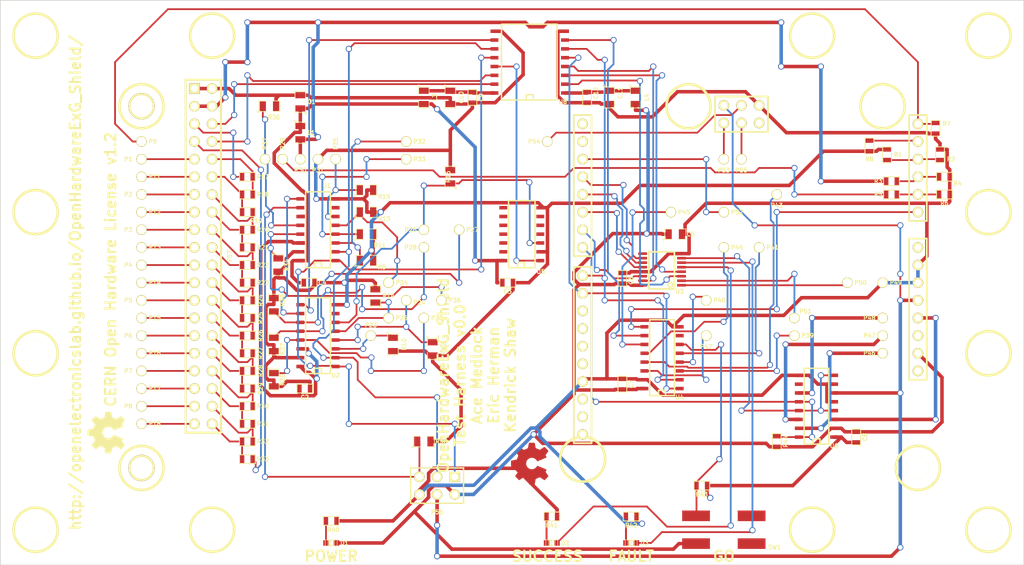
<source format=kicad_pcb>
(kicad_pcb (version 20171130) (host pcbnew "(5.1.12)-1")
  (layers (0 F.Cu signal) (1 Inner2.Cu power) (2 Inner1.Cu power) (31 B.Cu signal) (34 B.Paste user hide) (35 F.Paste user hide) (36 B.SilkS user hide) (37 F.SilkS user hide) (38 B.Mask user) (39 F.Mask user) (44 Edge.Cuts user))
  (net 0 "")
  (net 1 +3.3V)
  (net 2 +5V)
  (net 3 /3.3V_BOGUS_ISO)
  (net 4 /3.3V_BOGUS_ISO_DATA)
  (net 5 /A1)
  (net 6 /A2)
  (net 7 /A3)
  (net 8 /A4)
  (net 9 /ADS129x_CLK_BOGUS_ISO)
  (net 10 /ADS129x_DAISY_IN_BOGUS_ISO)
  (net 11 /ADS129x_DOUT)
  (net 12 /ADS129x_DOUT_BOGUS_ISO)
  (net 13 /ADS129x_GPIO1_BOGUS_ISO)
  (net 14 /ADS129x_GPIO2_BOGUS_ISO)
  (net 15 /ADS129x_GPIO3_BOGUS_ISO)
  (net 16 /ADS129x_GPIO4_BOGUS_ISO)
  (net 17 /ADS129x_MOSI_BOGUS_ISO)
  (net 18 /ADS129x_SCLK_BOGUS_ISO)
  (net 19 /ADS129x_~CS~)
  (net 20 /ADS129x_~CS~_BOGUS_ISO)
  (net 21 /ADS129x_~DRDY~)
  (net 22 /ADS129x_~DRDY~_BOGUS_ISO)
  (net 23 /ARDUINO_VCC)
  (net 24 /BIASINV)
  (net 25 /BIASOUT_FILT)
  (net 26 /ENABLE_SHIELD)
  (net 27 /FAULT_LED)
  (net 28 /GO_BUTTON)
  (net 29 /IN1N)
  (net 30 /IN1N_LADDER)
  (net 31 /IN1P)
  (net 32 /IN1P_LADDER)
  (net 33 /IN2N)
  (net 34 /IN2N_LADDER)
  (net 35 /IN2P)
  (net 36 /IN2P_LADDER)
  (net 37 /IN3N)
  (net 38 /IN3N_LADDER)
  (net 39 /IN3P)
  (net 40 /IN3P_LADDER)
  (net 41 /IN4N)
  (net 42 /IN4N_LADDER)
  (net 43 /IN4P)
  (net 44 /IN4P_LADDER)
  (net 45 /IN5N)
  (net 46 /IN5N_LADDER)
  (net 47 /IN5P)
  (net 48 /IN5P_LADDER)
  (net 49 /IN6N)
  (net 50 /IN6N_LADDER)
  (net 51 /IN6P)
  (net 52 /IN6P_LADDER)
  (net 53 /IN7N)
  (net 54 /IN7N_LADDER)
  (net 55 /IN7P)
  (net 56 /IN7P_LADDER)
  (net 57 /IN8N)
  (net 58 /IN8N_LADDER)
  (net 59 /IN8P)
  (net 60 /IN8P_LADDER)
  (net 61 /LED1)
  (net 62 /LED2)
  (net 63 /LED3)
  (net 64 /MASTER)
  (net 65 /MASTER_AND_MASTER_CS)
  (net 66 /MASTER_BOGUS_ISO)
  (net 67 /MASTER_~CS~)
  (net 68 /MASTER_~DRDY~)
  (net 69 /MIDDLE_CARRY)
  (net 70 /MISO)
  (net 71 /MOSI)
  (net 72 /SCLK)
  (net 73 /SHIELD_3.3V)
  (net 74 /SHIELD_5V)
  (net 75 /SHIELD_VCC)
  (net 76 /SHIFT_CARRY)
  (net 77 /SHIFT_CARRY_BOGUS_ISO)
  (net 78 /SHIFT_CLK)
  (net 79 /SHIFT_CLK_BOGUS_ISO)
  (net 80 /SHIFT_EXT_CARRY_BOGUS_ISO)
  (net 81 /SHIFT_IN)
  (net 82 /SHIFT_OUT)
  (net 83 /SHIFT_OUT_RCLK)
  (net 84 /SHIFT_OUT_SRCLK)
  (net 85 /SHIFT_OUT_~SRCLR~)
  (net 86 /SHIFT_SH_~LD~)
  (net 87 /SHIFT_SH_~LD~_BOGUS_ISO)
  (net 88 /SIGNAL_A)
  (net 89 /SIGNAL_A_BOGUS_ISO)
  (net 90 /SIGNAL_A_LADDER)
  (net 91 /SIGNAL_B)
  (net 92 /SIGNAL_B_BOGUS_ISO)
  (net 93 /SIGNAL_B_LADDER)
  (net 94 /SLAVE_AND_SLAVE_CS)
  (net 95 /SLAVE_~CS~)
  (net 96 /SUCCESS_LED)
  (net 97 /VCC_DATA)
  (net 98 /VIN_BOGUS_ISO)
  (net 99 /~MASTER~)
  (net 100 /~SEND_TO_GND~_MASTER)
  (net 101 /~SEND_TO_GND~_MASTER_BOGUS_ISO)
  (net 102 /~SHIELD_SHORTED~)
  (net 103 GND)
  (net 104 GNDPWR)
  (net 105 VCC)
  (module LOGO (layer F.Cu) (at 124.46 84.455 90)
    (fp_text reference G***_2 hide)
    (fp_text value LOGO hide)
    (fp_poly (pts (xy -1.81864 2.69494) (xy -1.78562 2.67716) (xy -1.71704 2.63398) (xy -1.61544 2.56794) (xy -1.4986 2.4892) (xy -1.37922 2.40792) (xy -1.28016 2.34188) (xy -1.21158 2.2987) (xy -1.18364 2.28346) (xy -1.1684 2.28854) (xy -1.11252 2.31648) (xy -1.03124 2.35966) (xy -0.98298 2.38252) (xy -0.90678 2.41554) (xy -0.87122 2.42316) (xy -0.8636 2.413) (xy -0.83566 2.35458) (xy -0.79248 2.25552) (xy -0.7366 2.12598) (xy -0.67056 1.97358) (xy -0.60198 1.80848) (xy -0.5334 1.64084) (xy -0.46736 1.48336) (xy -0.4064 1.33858) (xy -0.36068 1.22174) (xy -0.3302 1.14046) (xy -0.3175 1.1049) (xy -0.32258 1.09728) (xy -0.35814 1.06172) (xy -0.42418 1.01346) (xy -0.56642 0.89662) (xy -0.70612 0.72136) (xy -0.79248 0.52324) (xy -0.82042 0.30226) (xy -0.79756 0.09906) (xy -0.71628 -0.09652) (xy -0.57912 -0.27432) (xy -0.41148 -0.4064) (xy -0.21844 -0.48768) (xy 0 -0.51562) (xy 0.20828 -0.49276) (xy 0.40894 -0.41402) (xy 0.58674 -0.2794) (xy 0.6604 -0.19304) (xy 0.76454 -0.0127) (xy 0.82296 0.1778) (xy 0.82804 0.22606) (xy 0.82042 0.43688) (xy 0.75692 0.64008) (xy 0.6477 0.82042) (xy 0.49276 0.96774) (xy 0.47244 0.98298) (xy 0.40132 1.03632) (xy 0.35306 1.07188) (xy 0.31496 1.10236) (xy 0.5842 1.75006) (xy 0.62738 1.85166) (xy 0.70104 2.02692) (xy 0.76454 2.17932) (xy 0.81788 2.30124) (xy 0.85344 2.38252) (xy 0.86868 2.41554) (xy 0.87122 2.41554) (xy 0.89408 2.42062) (xy 0.94234 2.40284) (xy 1.03378 2.35966) (xy 1.0922 2.32918) (xy 1.16078 2.29616) (xy 1.19126 2.28346) (xy 1.2192 2.29616) (xy 1.28524 2.33934) (xy 1.37922 2.40538) (xy 1.49606 2.48158) (xy 1.60528 2.55778) (xy 1.70688 2.62382) (xy 1.78054 2.67208) (xy 1.8161 2.68986) (xy 1.82118 2.68986) (xy 1.8542 2.67208) (xy 1.91262 2.62382) (xy 1.99898 2.54) (xy 2.12344 2.41808) (xy 2.14376 2.4003) (xy 2.24536 2.29616) (xy 2.32918 2.20726) (xy 2.38506 2.1463) (xy 2.40538 2.11836) (xy 2.38506 2.0828) (xy 2.33934 2.00914) (xy 2.2733 1.90754) (xy 2.19202 1.78562) (xy 1.97612 1.47574) (xy 2.0955 1.18364) (xy 2.13106 1.0922) (xy 2.17678 0.98298) (xy 2.2098 0.90678) (xy 2.22758 0.87122) (xy 2.2606 0.86106) (xy 2.33934 0.84074) (xy 2.45618 0.81788) (xy 2.59588 0.79248) (xy 2.72796 0.76708) (xy 2.84734 0.74422) (xy 2.9337 0.72898) (xy 2.9718 0.72136) (xy 2.98196 0.71374) (xy 2.98958 0.69596) (xy 2.99466 0.65532) (xy 2.9972 0.58166) (xy 2.99974 0.46736) (xy 2.99974 0.30226) (xy 2.99974 0.28448) (xy 2.9972 0.127) (xy 2.99466 0.00254) (xy 2.98958 -0.07874) (xy 2.9845 -0.11176) (xy 2.9464 -0.12192) (xy 2.86258 -0.1397) (xy 2.7432 -0.16256) (xy 2.60096 -0.1905) (xy 2.5908 -0.1905) (xy 2.44856 -0.21844) (xy 2.33172 -0.24384) (xy 2.2479 -0.26162) (xy 2.21234 -0.27432) (xy 2.20472 -0.28448) (xy 2.17678 -0.34036) (xy 2.13614 -0.42672) (xy 2.08788 -0.5334) (xy 2.04216 -0.64516) (xy 2.00152 -0.74676) (xy 1.97612 -0.82042) (xy 1.9685 -0.85598) (xy 1.98882 -0.889) (xy 2.03708 -0.96266) (xy 2.1082 -1.06426) (xy 2.18948 -1.18618) (xy 2.1971 -1.19634) (xy 2.27838 -1.31572) (xy 2.34442 -1.41732) (xy 2.3876 -1.48844) (xy 2.40538 -1.52146) (xy 2.40538 -1.524) (xy 2.37744 -1.55956) (xy 2.31648 -1.62814) (xy 2.22758 -1.71958) (xy 2.12344 -1.82372) (xy 2.09042 -1.85674) (xy 1.97358 -1.97104) (xy 1.8923 -2.0447) (xy 1.8415 -2.08534) (xy 1.81864 -2.0955) (xy 1.8161 -2.09296) (xy 1.78054 -2.07264) (xy 1.70434 -2.02184) (xy 1.60274 -1.95326) (xy 1.48082 -1.86944) (xy 1.4732 -1.86436) (xy 1.35128 -1.78308) (xy 1.25222 -1.7145) (xy 1.1811 -1.66878) (xy 1.15062 -1.651) (xy 1.14554 -1.651) (xy 1.09728 -1.6637) (xy 1.01092 -1.69418) (xy 0.90678 -1.73482) (xy 0.79502 -1.778) (xy 0.69342 -1.82118) (xy 0.61976 -1.85674) (xy 0.5842 -1.87706) (xy 0.58166 -1.87706) (xy 0.56896 -1.92024) (xy 0.54864 -2.01168) (xy 0.52324 -2.1336) (xy 0.4953 -2.28092) (xy 0.49022 -2.30378) (xy 0.46482 -2.44856) (xy 0.44196 -2.5654) (xy 0.42418 -2.64668) (xy 0.41656 -2.68224) (xy 0.39624 -2.68478) (xy 0.32512 -2.68986) (xy 0.21844 -2.69494) (xy 0.0889 -2.69494) (xy -0.04572 -2.69494) (xy -0.1778 -2.6924) (xy -0.28956 -2.68732) (xy -0.37084 -2.68224) (xy -0.4064 -2.67462) (xy -0.4064 -2.67208) (xy -0.4191 -2.6289) (xy -0.43942 -2.54) (xy -0.46482 -2.41554) (xy -0.49276 -2.26822) (xy -0.49784 -2.24028) (xy -0.52324 -2.09804) (xy -0.54864 -1.9812) (xy -0.56642 -1.90246) (xy -0.57404 -1.86944) (xy -0.58674 -1.86436) (xy -0.64516 -1.83642) (xy -0.74168 -1.79832) (xy -0.86106 -1.75006) (xy -1.13538 -1.6383) (xy -1.47066 -1.86944) (xy -1.50114 -1.88976) (xy -1.62306 -1.97358) (xy -1.72212 -2.03962) (xy -1.79324 -2.0828) (xy -1.82118 -2.10058) (xy -1.82372 -2.09804) (xy -1.85674 -2.0701) (xy -1.92278 -2.0066) (xy -2.01422 -1.9177) (xy -2.1209 -1.81356) (xy -2.19964 -1.73482) (xy -2.29108 -1.64084) (xy -2.3495 -1.57734) (xy -2.38252 -1.5367) (xy -2.39522 -1.5113) (xy -2.39014 -1.49352) (xy -2.36982 -1.4605) (xy -2.31902 -1.38684) (xy -2.25044 -1.2827) (xy -2.16916 -1.16586) (xy -2.10058 -1.06426) (xy -2.02692 -0.9525) (xy -1.9812 -0.87122) (xy -1.96342 -0.83312) (xy -1.9685 -0.81534) (xy -1.99136 -0.7493) (xy -2.032 -0.65024) (xy -2.0828 -0.53086) (xy -2.19964 -0.26416) (xy -2.3749 -0.23114) (xy -2.47904 -0.21082) (xy -2.6289 -0.18288) (xy -2.77114 -0.15494) (xy -2.99212 -0.11176) (xy -2.99974 0.6985) (xy -2.96418 0.71374) (xy -2.93116 0.7239) (xy -2.84988 0.74168) (xy -2.73304 0.76454) (xy -2.59588 0.78994) (xy -2.4765 0.8128) (xy -2.35966 0.83566) (xy -2.2733 0.8509) (xy -2.2352 0.85852) (xy -2.22758 0.87122) (xy -2.1971 0.92964) (xy -2.15392 1.02108) (xy -2.1082 1.1303) (xy -2.05994 1.2446) (xy -2.0193 1.34874) (xy -1.98882 1.43002) (xy -1.97866 1.47066) (xy -1.9939 1.50114) (xy -2.03962 1.57226) (xy -2.10566 1.67132) (xy -2.1844 1.78816) (xy -2.26568 1.90754) (xy -2.33426 2.0066) (xy -2.38252 2.08026) (xy -2.4003 2.11328) (xy -2.39014 2.13614) (xy -2.34442 2.19202) (xy -2.25552 2.28346) (xy -2.12344 2.41554) (xy -2.10058 2.43586) (xy -1.99644 2.53746) (xy -1.90754 2.61874) (xy -1.84658 2.67462) (xy -1.81864 2.69494)) (layer F.Cu) (width 0.00254))
  )
  (module LOGO (layer F.Cu) (at 63.5 80.01 90)
    (fp_text reference G*** hide)
    (fp_text value LOGO hide)
  )
  (module Hole_M3 (layer F.Cu) (at 68.58 33.02)
    (fp_text reference Hole_M3_14 hide)
    (fp_text value VAL** hide)
    (pad "" np_thru_hole circle (at 0 0) (size 3.7973 3.7973) (drill 3.175) (layers *.Cu *.Mask F.SilkS))
  )
  (module Hole_M3 (layer F.Cu) (at 68.58 85.09)
    (fp_text reference Hole_M3_13 hide)
    (fp_text value VAL** hide)
    (pad "" np_thru_hole circle (at 0 0) (size 3.7973 3.7973) (drill 3.175) (layers *.Cu *.Mask F.SilkS))
  )
  (module POGO_PIN_BASE (layer F.Cu) (at 68.58 71.12)
    (fp_text reference P7 (at -1.905 0) (layer F.SilkS) (effects (font (size 0.6 0.6) (thickness 0.127))))
    (fp_text value CONN_1 hide)
    (pad 1 thru_hole circle (at 0 0) (size 1.5 1.5) (drill 1.2) (layers *.Cu *.Mask F.SilkS) (net 33 /IN2N))
  )
  (module POGO_PIN_BASE (layer F.Cu) (at 68.58 76.2)
    (fp_text reference P8 (at -1.905 0) (layer F.SilkS) (effects (font (size 0.6 0.6) (thickness 0.127))))
    (fp_text value CONN_1 hide)
    (pad 1 thru_hole circle (at 0 0) (size 1.5 1.5) (drill 1.2) (layers *.Cu *.Mask F.SilkS) (net 29 /IN1N))
  )
  (module POGO_PIN_BASE (layer F.Cu) (at 68.58 63.5)
    (fp_text reference P15 (at 1.905 0) (layer F.SilkS) (effects (font (size 0.6 0.6) (thickness 0.127))))
    (fp_text value CONN_1 hide)
    (pad 1 thru_hole circle (at 0 0) (size 1.5 1.5) (drill 1.2) (layers *.Cu *.Mask F.SilkS) (net 43 /IN4P))
  )
  (module POGO_PIN_BASE (layer F.Cu) (at 68.58 43.18)
    (fp_text reference P11 (at 1.905 0) (layer F.SilkS) (effects (font (size 0.6 0.6) (thickness 0.127))))
    (fp_text value CONN_1 hide)
    (pad 1 thru_hole circle (at 0 0) (size 1.5 1.5) (drill 1.2) (layers *.Cu *.Mask F.SilkS) (net 59 /IN8P))
  )
  (module POGO_PIN_BASE (layer F.Cu) (at 68.58 48.26)
    (fp_text reference P12 (at 1.905 0) (layer F.SilkS) (effects (font (size 0.6 0.6) (thickness 0.127))))
    (fp_text value CONN_1 hide)
    (pad 1 thru_hole circle (at 0 0) (size 1.5 1.5) (drill 1.2) (layers *.Cu *.Mask F.SilkS) (net 55 /IN7P))
  )
  (module POGO_PIN_BASE (layer F.Cu) (at 68.58 53.34)
    (fp_text reference P13 (at 1.905 0) (layer F.SilkS) (effects (font (size 0.6 0.6) (thickness 0.127))))
    (fp_text value CONN_1 hide)
    (pad 1 thru_hole circle (at 0 0) (size 1.5 1.5) (drill 1.2) (layers *.Cu *.Mask F.SilkS) (net 51 /IN6P))
  )
  (module POGO_PIN_BASE (layer F.Cu) (at 68.58 58.42)
    (fp_text reference P14 (at 1.905 0) (layer F.SilkS) (effects (font (size 0.6 0.6) (thickness 0.127))))
    (fp_text value CONN_1 hide)
    (pad 1 thru_hole circle (at 0 0) (size 1.5 1.5) (drill 1.2) (layers *.Cu *.Mask F.SilkS) (net 47 /IN5P))
  )
  (module POGO_PIN_BASE (layer F.Cu) (at 170.18 58.42)
    (fp_text reference P50 (at 1.905 0) (layer F.SilkS) (effects (font (size 0.6 0.6) (thickness 0.127))))
    (fp_text value CONN_1 hide)
    (pad 1 thru_hole circle (at 0 0) (size 1.5 1.5) (drill 1.2) (layers *.Cu *.Mask F.SilkS) (net 67 /MASTER_~CS~))
  )
  (module POGO_PIN_BASE (layer F.Cu) (at 68.58 66.04)
    (fp_text reference P6 (at -1.905 0) (layer F.SilkS) (effects (font (size 0.6 0.6) (thickness 0.127))))
    (fp_text value CONN_1 hide)
    (pad 1 thru_hole circle (at 0 0) (size 1.5 1.5) (drill 1.2) (layers *.Cu *.Mask F.SilkS) (net 37 /IN3N))
  )
  (module POGO_PIN_BASE (layer F.Cu) (at 68.58 60.96)
    (fp_text reference P5 (at -1.905 0) (layer F.SilkS) (effects (font (size 0.6 0.6) (thickness 0.127))))
    (fp_text value CONN_1 hide)
    (pad 1 thru_hole circle (at 0 0) (size 1.5 1.5) (drill 1.2) (layers *.Cu *.Mask F.SilkS) (net 41 /IN4N))
  )
  (module POGO_PIN_BASE (layer F.Cu) (at 68.58 55.88)
    (fp_text reference P4 (at -1.905 0) (layer F.SilkS) (effects (font (size 0.6 0.6) (thickness 0.127))))
    (fp_text value CONN_1 hide)
    (pad 1 thru_hole circle (at 0 0) (size 1.5 1.5) (drill 1.2) (layers *.Cu *.Mask F.SilkS) (net 45 /IN5N))
  )
  (module POGO_PIN_BASE (layer F.Cu) (at 68.58 50.8)
    (fp_text reference P3 (at -1.905 0) (layer F.SilkS) (effects (font (size 0.6 0.6) (thickness 0.127))))
    (fp_text value CONN_1 hide)
    (pad 1 thru_hole circle (at 0 0) (size 1.5 1.5) (drill 1.2) (layers *.Cu *.Mask F.SilkS) (net 49 /IN6N))
  )
  (module POGO_PIN_BASE (layer F.Cu) (at 68.58 45.72)
    (fp_text reference P2 (at -1.905 0) (layer F.SilkS) (effects (font (size 0.6 0.6) (thickness 0.127))))
    (fp_text value CONN_1 hide)
    (pad 1 thru_hole circle (at 0 0) (size 1.5 1.5) (drill 1.2) (layers *.Cu *.Mask F.SilkS) (net 53 /IN7N))
  )
  (module POGO_PIN_BASE (layer F.Cu) (at 68.58 40.64)
    (fp_text reference P1 (at -1.905 0) (layer F.SilkS) (effects (font (size 0.6 0.6) (thickness 0.127))))
    (fp_text value CONN_1 hide)
    (pad 1 thru_hole circle (at 0 0) (size 1.5 1.5) (drill 1.2) (layers *.Cu *.Mask F.SilkS) (net 57 /IN8N))
  )
  (module POGO_PIN_BASE (layer F.Cu) (at 109.22 63.5)
    (fp_text reference P38 (at 1.905 0) (layer F.SilkS) (effects (font (size 0.6 0.6) (thickness 0.127))))
    (fp_text value CONN_1 hide)
    (pad 1 thru_hole circle (at 0 0) (size 1.5 1.5) (drill 1.2) (layers *.Cu *.Mask F.SilkS) (net 9 /ADS129x_CLK_BOGUS_ISO))
  )
  (module POGO_PIN_BASE (layer F.Cu) (at 68.58 68.58)
    (fp_text reference P16 (at 1.905 0) (layer F.SilkS) (effects (font (size 0.6 0.6) (thickness 0.127))))
    (fp_text value CONN_1 hide)
    (pad 1 thru_hole circle (at 0 0) (size 1.5 1.5) (drill 1.2) (layers *.Cu *.Mask F.SilkS) (net 39 /IN3P))
  )
  (module POGO_PIN_BASE (layer F.Cu) (at 68.58 73.66)
    (fp_text reference P17 (at 1.905 0) (layer F.SilkS) (effects (font (size 0.6 0.6) (thickness 0.127))))
    (fp_text value CONN_1 hide)
    (pad 1 thru_hole circle (at 0 0) (size 1.5 1.5) (drill 1.2) (layers *.Cu *.Mask F.SilkS) (net 35 /IN2P))
  )
  (module POGO_PIN_BASE (layer F.Cu) (at 68.58 78.74)
    (fp_text reference P18 (at 1.905 0) (layer F.SilkS) (effects (font (size 0.6 0.6) (thickness 0.127))))
    (fp_text value CONN_1 hide)
    (pad 1 thru_hole circle (at 0 0) (size 1.5 1.5) (drill 1.2) (layers *.Cu *.Mask F.SilkS) (net 31 /IN1P))
  )
  (module POGO_PIN_BASE (layer F.Cu) (at 68.58 38.1)
    (fp_text reference P9 (at 1.5875 0) (layer F.SilkS) (effects (font (size 0.6 0.6) (thickness 0.127))))
    (fp_text value CONN_1 hide)
    (pad 1 thru_hole circle (at 0 0) (size 1.5 1.5) (drill 1.2) (layers *.Cu *.Mask F.SilkS) (net 25 /BIASOUT_FILT))
  )
  (module POGO_PIN_BASE (layer F.Cu) (at 175.26 68.58)
    (fp_text reference P46 (at -1.905 0) (layer F.SilkS) (effects (font (size 0.6 0.6) (thickness 0.127))))
    (fp_text value CONN_1 hide)
    (pad 1 thru_hole circle (at 0 0) (size 1.5 1.5) (drill 1.2) (layers *.Cu *.Mask F.SilkS) (net 75 /SHIELD_VCC))
  )
  (module POGO_PIN_BASE (layer F.Cu) (at 175.26 66.04)
    (fp_text reference P47 (at -1.905 0) (layer F.SilkS) (effects (font (size 0.6 0.6) (thickness 0.127))))
    (fp_text value CONN_1 hide)
    (pad 1 thru_hole circle (at 0 0) (size 1.5 1.5) (drill 1.2) (layers *.Cu *.Mask F.SilkS) (net 73 /SHIELD_3.3V))
  )
  (module POGO_PIN_BASE (layer F.Cu) (at 175.26 63.5)
    (fp_text reference P48 (at -1.905 0) (layer F.SilkS) (effects (font (size 0.6 0.6) (thickness 0.127))))
    (fp_text value CONN_1 hide)
    (pad 1 thru_hole circle (at 0 0) (size 1.5 1.5) (drill 1.2) (layers *.Cu *.Mask F.SilkS) (net 74 /SHIELD_5V))
  )
  (module POGO_PIN_BASE (layer F.Cu) (at 175.26 58.42)
    (fp_text reference P49 (at 1.905 0) (layer F.SilkS) (effects (font (size 0.6 0.6) (thickness 0.127))))
    (fp_text value CONN_1 hide)
    (pad 1 thru_hole circle (at 0 0) (size 1.5 1.5) (drill 1.2) (layers *.Cu *.Mask F.SilkS) (net 104 GNDPWR))
  )
  (module POGO_PIN_BASE (layer F.Cu) (at 88.9 40.64)
    (fp_text reference P29 (at 0 -2.2225 90) (layer F.SilkS) (effects (font (size 0.6 0.6) (thickness 0.127))))
    (fp_text value CONN_1 hide)
    (pad 1 thru_hole circle (at 0 0) (size 1.5 1.5) (drill 1.2) (layers *.Cu *.Mask F.SilkS) (net 98 /VIN_BOGUS_ISO))
  )
  (module POGO_PIN_BASE (layer F.Cu) (at 162.56 63.5)
    (fp_text reference P51 (at 1.5875 -0.9525) (layer F.SilkS) (effects (font (size 0.6 0.6) (thickness 0.127))))
    (fp_text value CONN_1 hide)
    (pad 1 thru_hole circle (at 0 0) (size 1.5 1.5) (drill 1.2) (layers *.Cu *.Mask F.SilkS) (net 95 /SLAVE_~CS~))
  )
  (module POGO_PIN_BASE (layer F.Cu) (at 152.4 48.26)
    (fp_text reference P52 (at 1.905 0) (layer F.SilkS) (effects (font (size 0.6 0.6) (thickness 0.127))))
    (fp_text value CONN_1 hide)
    (pad 1 thru_hole circle (at 0 0) (size 1.5 1.5) (drill 1.2) (layers *.Cu *.Mask F.SilkS) (net 68 /MASTER_~DRDY~))
  )
  (module POGO_PIN_BASE (layer F.Cu) (at 152.4 40.64)
    (fp_text reference P53 (at 0 1.5875) (layer F.SilkS) (effects (font (size 0.6 0.6) (thickness 0.127))))
    (fp_text value CONN_1 hide)
    (pad 1 thru_hole circle (at 0 0) (size 1.5 1.5) (drill 1.2) (layers *.Cu *.Mask F.SilkS) (net 70 /MISO))
  )
  (module POGO_PIN_BASE (layer F.Cu) (at 127 38.1)
    (fp_text reference P54 (at -1.905 0) (layer F.SilkS) (effects (font (size 0.6 0.6) (thickness 0.127))))
    (fp_text value CONN_1 hide)
    (pad 1 thru_hole circle (at 0 0) (size 1.5 1.5) (drill 1.2) (layers *.Cu *.Mask F.SilkS) (net 71 /MOSI))
  )
  (module POGO_PIN_BASE (layer F.Cu) (at 154.94 40.64)
    (fp_text reference P55 (at 0 1.5875) (layer F.SilkS) (effects (font (size 0.6 0.6) (thickness 0.127))))
    (fp_text value CONN_1 hide)
    (pad 1 thru_hole circle (at 0 0) (size 1.5 1.5) (drill 1.2) (layers *.Cu *.Mask F.SilkS) (net 72 /SCLK))
  )
  (module POGO_PIN_BASE (layer F.Cu) (at 111.76 60.96)
    (fp_text reference P36 (at 1.905 0) (layer F.SilkS) (effects (font (size 0.6 0.6) (thickness 0.127))))
    (fp_text value CONN_1 hide)
    (pad 1 thru_hole circle (at 0 0) (size 1.5 1.5) (drill 1.2) (layers *.Cu *.Mask F.SilkS) (net 10 /ADS129x_DAISY_IN_BOGUS_ISO))
  )
  (module POGO_PIN_BASE (layer F.Cu) (at 162.56 66.04)
    (fp_text reference P39 (at 1.905 0) (layer F.SilkS) (effects (font (size 0.6 0.6) (thickness 0.127))))
    (fp_text value CONN_1 hide)
    (pad 1 thru_hole circle (at 0 0) (size 1.5 1.5) (drill 1.2) (layers *.Cu *.Mask F.SilkS) (net 94 /SLAVE_AND_SLAVE_CS))
  )
  (module POGO_PIN_BASE (layer F.Cu) (at 149.86 60.96)
    (fp_text reference P40 (at 1.905 0) (layer F.SilkS) (effects (font (size 0.6 0.6) (thickness 0.127))))
    (fp_text value CONN_1 hide)
    (pad 1 thru_hole circle (at 0 0) (size 1.5 1.5) (drill 1.2) (layers *.Cu *.Mask F.SilkS) (net 65 /MASTER_AND_MASTER_CS))
  )
  (module POGO_PIN_BASE (layer F.Cu) (at 157.48 53.34)
    (fp_text reference P41 (at 1.905 0) (layer F.SilkS) (effects (font (size 0.6 0.6) (thickness 0.127))))
    (fp_text value CONN_1 hide)
    (pad 1 thru_hole circle (at 0 0) (size 1.5 1.5) (drill 1.2) (layers *.Cu *.Mask F.SilkS) (net 99 /~MASTER~))
  )
  (module POGO_PIN_BASE (layer F.Cu) (at 149.86 66.04)
    (fp_text reference P42 (at 0 1.5875) (layer F.SilkS) (effects (font (size 0.6 0.6) (thickness 0.127))))
    (fp_text value CONN_1 hide)
    (pad 1 thru_hole circle (at 0 0) (size 1.5 1.5) (drill 1.2) (layers *.Cu *.Mask F.SilkS) (net 19 /ADS129x_~CS~))
  )
  (module POGO_PIN_BASE (layer F.Cu) (at 160.02 45.72)
    (fp_text reference P43 (at 0 1.5875) (layer F.SilkS) (effects (font (size 0.6 0.6) (thickness 0.127))))
    (fp_text value CONN_1 hide)
    (pad 1 thru_hole circle (at 0 0) (size 1.5 1.5) (drill 1.2) (layers *.Cu *.Mask F.SilkS) (net 64 /MASTER))
  )
  (module POGO_PIN_BASE (layer F.Cu) (at 152.4 53.34)
    (fp_text reference P44 (at 1.905 0) (layer F.SilkS) (effects (font (size 0.6 0.6) (thickness 0.127))))
    (fp_text value CONN_1 hide)
    (pad 1 thru_hole circle (at 0 0) (size 1.5 1.5) (drill 1.2) (layers *.Cu *.Mask F.SilkS) (net 11 /ADS129x_DOUT))
  )
  (module POGO_PIN_BASE (layer F.Cu) (at 144.78 48.26)
    (fp_text reference P45 (at 1.905 0) (layer F.SilkS) (effects (font (size 0.6 0.6) (thickness 0.127))))
    (fp_text value CONN_1 hide)
    (pad 1 thru_hole circle (at 0 0) (size 1.5 1.5) (drill 1.2) (layers *.Cu *.Mask F.SilkS) (net 21 /ADS129x_~DRDY~))
  )
  (module POGO_PIN_BASE (layer F.Cu) (at 101.6 66.04)
    (fp_text reference P23 (at 0 -1.524) (layer F.SilkS) (effects (font (size 0.6 0.6) (thickness 0.127))))
    (fp_text value CONN_1 hide)
    (pad 1 thru_hole circle (at 0 0) (size 1.5 1.5) (drill 1.2) (layers *.Cu *.Mask F.SilkS) (net 17 /ADS129x_MOSI_BOGUS_ISO))
  )
  (module POGO_PIN_BASE (layer F.Cu) (at 106.68 60.96)
    (fp_text reference P24 (at 1.905 0.3175) (layer F.SilkS) (effects (font (size 0.6 0.6) (thickness 0.127))))
    (fp_text value CONN_1 hide)
    (pad 1 thru_hole circle (at 0 0) (size 1.5 1.5) (drill 1.2) (layers *.Cu *.Mask F.SilkS) (net 18 /ADS129x_SCLK_BOGUS_ISO))
  )
  (module POGO_PIN_BASE (layer F.Cu) (at 104.14 63.5)
    (fp_text reference P25 (at 1.905 0) (layer F.SilkS) (effects (font (size 0.6 0.6) (thickness 0.127))))
    (fp_text value CONN_1 hide)
    (pad 1 thru_hole circle (at 0 0) (size 1.5 1.5) (drill 1.2) (layers *.Cu *.Mask F.SilkS) (net 20 /ADS129x_~CS~_BOGUS_ISO))
  )
  (module POGO_PIN_BASE (layer F.Cu) (at 109.22 50.8)
    (fp_text reference P26 (at -1.905 0) (layer F.SilkS) (effects (font (size 0.6 0.6) (thickness 0.127))))
    (fp_text value CONN_1 hide)
    (pad 1 thru_hole circle (at 0 0) (size 1.5 1.5) (drill 1.2) (layers *.Cu *.Mask F.SilkS) (net 66 /MASTER_BOGUS_ISO))
  )
  (module POGO_PIN_BASE (layer F.Cu) (at 114.3 50.8)
    (fp_text reference P27 (at 1.905 0) (layer F.SilkS) (effects (font (size 0.6 0.6) (thickness 0.127))))
    (fp_text value CONN_1 hide)
    (pad 1 thru_hole circle (at 0 0) (size 1.5 1.5) (drill 1.2) (layers *.Cu *.Mask F.SilkS) (net 12 /ADS129x_DOUT_BOGUS_ISO))
  )
  (module POGO_PIN_BASE (layer F.Cu) (at 109.22 53.34)
    (fp_text reference P28 (at -1.905 0) (layer F.SilkS) (effects (font (size 0.6 0.6) (thickness 0.127))))
    (fp_text value CONN_1 hide)
    (pad 1 thru_hole circle (at 0 0) (size 1.5 1.5) (drill 1.2) (layers *.Cu *.Mask F.SilkS) (net 22 /ADS129x_~DRDY~_BOGUS_ISO))
  )
  (module POGO_PIN_BASE (layer F.Cu) (at 91.44 40.64)
    (fp_text reference P30 (at 0 1.5875) (layer F.SilkS) (effects (font (size 0.6 0.6) (thickness 0.127))))
    (fp_text value CONN_1 hide)
    (pad 1 thru_hole circle (at 0 0) (size 1.5 1.5) (drill 1.2) (layers *.Cu *.Mask F.SilkS) (net 3 /3.3V_BOGUS_ISO))
  )
  (module POGO_PIN_BASE (layer F.Cu) (at 93.98 40.64)
    (fp_text reference P31 (at 0 1.5875) (layer F.SilkS) (effects (font (size 0.6 0.6) (thickness 0.127))))
    (fp_text value CONN_1 hide)
    (pad 1 thru_hole circle (at 0 0) (size 1.5 1.5) (drill 1.2) (layers *.Cu *.Mask F.SilkS) (net 103 GND))
  )
  (module POGO_PIN_BASE (layer F.Cu) (at 106.68 38.1)
    (fp_text reference P32 (at 1.905 0) (layer F.SilkS) (effects (font (size 0.6 0.6) (thickness 0.127))))
    (fp_text value CONN_1 hide)
    (pad 1 thru_hole circle (at 0 0) (size 1.5 1.5) (drill 1.2) (layers *.Cu *.Mask F.SilkS) (net 13 /ADS129x_GPIO1_BOGUS_ISO))
  )
  (module POGO_PIN_BASE (layer F.Cu) (at 106.68 40.64)
    (fp_text reference P33 (at 1.905 0) (layer F.SilkS) (effects (font (size 0.6 0.6) (thickness 0.127))))
    (fp_text value CONN_1 hide)
    (pad 1 thru_hole circle (at 0 0) (size 1.5 1.5) (drill 1.2) (layers *.Cu *.Mask F.SilkS) (net 14 /ADS129x_GPIO2_BOGUS_ISO))
  )
  (module POGO_PIN_BASE (layer F.Cu) (at 104.14 58.42)
    (fp_text reference P34 (at 1.905 0) (layer F.SilkS) (effects (font (size 0.6 0.6) (thickness 0.127))))
    (fp_text value CONN_1 hide)
    (pad 1 thru_hole circle (at 0 0) (size 1.5 1.5) (drill 1.2) (layers *.Cu *.Mask F.SilkS) (net 15 /ADS129x_GPIO3_BOGUS_ISO))
  )
  (module POGO_PIN_BASE (layer F.Cu) (at 96.52 40.64)
    (fp_text reference P35 (at 0 -2.2225 90) (layer F.SilkS) (effects (font (size 0.6 0.6) (thickness 0.127))))
    (fp_text value CONN_1 hide)
    (pad 1 thru_hole circle (at 0 0) (size 1.5 1.5) (drill 1.2) (layers *.Cu *.Mask F.SilkS) (net 16 /ADS129x_GPIO4_BOGUS_ISO))
  )
  (module POGO_PIN_BASE (layer F.Cu) (at 86.36 40.64)
    (fp_text reference P37 (at 0 -2.2225 90) (layer F.SilkS) (effects (font (size 0.6 0.6) (thickness 0.127))))
    (fp_text value CONN_1 hide)
    (pad 1 thru_hole circle (at 0 0) (size 1.5 1.5) (drill 1.2) (layers *.Cu *.Mask F.SilkS) (net 24 /BIASINV))
  )
  (module arduino_shield_with_holes (layer F.Cu) (at 154.94 54.61 90)
    (fp_text reference P19 hide)
    (fp_text value ARDUINO_SHIELD hide)
    (pad 90 thru_hole circle (at -16.51 25.4 90) (size 1.524 1.524) (drill 1.00076) (layers *.Cu *.Mask F.SilkS))
    (pad 91 thru_hole circle (at -13.97 25.4 90) (size 1.524 1.524) (drill 1.00076) (layers *.Cu *.Mask F.SilkS) (net 23 /ARDUINO_VCC))
    (pad 92 thru_hole circle (at -11.43 25.4 90) (size 1.524 1.524) (drill 1.00076) (layers *.Cu *.Mask F.SilkS))
    (pad 93 thru_hole circle (at -8.89 25.4 90) (size 1.524 1.524) (drill 1.00076) (layers *.Cu *.Mask F.SilkS) (net 1 +3.3V))
    (pad 94 thru_hole circle (at -6.35 25.4 90) (size 1.524 1.524) (drill 1.00076) (layers *.Cu *.Mask F.SilkS) (net 2 +5V))
    (pad 95 thru_hole circle (at -3.81 25.4 90) (size 1.524 1.524) (drill 1.00076) (layers *.Cu *.Mask F.SilkS) (net 104 GNDPWR))
    (pad 96 thru_hole circle (at -1.27 25.4 90) (size 1.524 1.524) (drill 1.00076) (layers *.Cu *.Mask F.SilkS) (net 104 GNDPWR))
    (pad 97 thru_hole circle (at 1.27 25.4 90) (size 1.524 1.524) (drill 1.00076) (layers *.Cu *.Mask F.SilkS))
    (pad 54 thru_hole circle (at 6.35 25.4 90) (size 1.524 1.524) (drill 1.00076) (layers *.Cu *.Mask F.SilkS) (net 81 /SHIFT_IN))
    (pad 55 thru_hole circle (at 8.89 25.4 90) (size 1.524 1.524) (drill 1.00076) (layers *.Cu *.Mask F.SilkS) (net 5 /A1))
    (pad 56 thru_hole circle (at 11.43 25.4 90) (size 1.524 1.524) (drill 1.00076) (layers *.Cu *.Mask F.SilkS) (net 6 /A2))
    (pad 57 thru_hole circle (at 13.97 25.4 90) (size 1.524 1.524) (drill 1.00076) (layers *.Cu *.Mask F.SilkS) (net 7 /A3))
    (pad 58 thru_hole circle (at 16.51 25.4 90) (size 1.524 1.524) (drill 1.00076) (layers *.Cu *.Mask F.SilkS) (net 8 /A4))
    (pad 59 thru_hole circle (at 19.05 25.4 90) (size 1.524 1.524) (drill 1.00076) (layers *.Cu *.Mask F.SilkS) (net 25 /BIASOUT_FILT))
    (pad 74 thru_hole circle (at 19.177 -2.54 90) (size 1.524 1.524) (drill 1.00076) (layers *.Cu *.Mask F.SilkS) (net 70 /MISO))
    (pad 76 thru_hole circle (at 19.177 0 90) (size 1.524 1.524) (drill 1.00076) (layers *.Cu *.Mask F.SilkS) (net 72 /SCLK))
    (pad 89 thru_hole circle (at 19.177 2.54 90) (size 1.524 1.524) (drill 1.00076) (layers *.Cu *.Mask F.SilkS))
    (pad 87 thru_hole circle (at 21.717 2.54 90) (size 1.524 1.524) (drill 1.00076) (layers *.Cu *.Mask F.SilkS) (net 104 GNDPWR))
    (pad 75 thru_hole circle (at 21.717 0 90) (size 1.524 1.524) (drill 1.00076) (layers *.Cu *.Mask F.SilkS) (net 71 /MOSI))
    (pad 88 thru_hole circle (at 21.717 -2.54 90) (size 1.524 1.524) (drill 1.00076) (layers *.Cu *.Mask F.SilkS) (net 2 +5V))
    (pad 0 thru_hole circle (at 19.05 -22.86 90) (size 1.524 1.524) (drill 1.00076) (layers *.Cu *.Mask F.SilkS))
    (pad 1 thru_hole circle (at 16.51 -22.86 90) (size 1.524 1.524) (drill 1.00076) (layers *.Cu *.Mask F.SilkS))
    (pad 2 thru_hole circle (at 13.97 -22.86 90) (size 1.524 1.524) (drill 1.00076) (layers *.Cu *.Mask F.SilkS) (net 68 /MASTER_~DRDY~))
    (pad 3 thru_hole circle (at 11.43 -22.86 90) (size 1.524 1.524) (drill 1.00076) (layers *.Cu *.Mask F.SilkS) (net 85 /SHIFT_OUT_~SRCLR~))
    (pad 4 thru_hole circle (at 8.89 -22.86 90) (size 1.524 1.524) (drill 1.00076) (layers *.Cu *.Mask F.SilkS) (net 84 /SHIFT_OUT_SRCLK))
    (pad 5 thru_hole circle (at 6.35 -22.86 90) (size 1.524 1.524) (drill 1.00076) (layers *.Cu *.Mask F.SilkS) (net 83 /SHIFT_OUT_RCLK))
    (pad 6 thru_hole circle (at 3.81 -22.86 90) (size 1.524 1.524) (drill 1.00076) (layers *.Cu *.Mask F.SilkS) (net 82 /SHIFT_OUT))
    (pad 7 thru_hole circle (at 1.27 -22.86 90) (size 1.524 1.524) (drill 1.00076) (layers *.Cu *.Mask F.SilkS) (net 102 /~SHIELD_SHORTED~))
    (pad 8 thru_hole circle (at -2.794 -22.86 90) (size 1.524 1.524) (drill 1.00076) (layers *.Cu *.Mask F.SilkS) (net 78 /SHIFT_CLK))
    (pad 9 thru_hole circle (at -5.334 -22.86 90) (size 1.524 1.524) (drill 1.00076) (layers *.Cu *.Mask F.SilkS) (net 86 /SHIFT_SH_~LD~))
    (pad 10 thru_hole circle (at -7.874 -22.86 90) (size 1.524 1.524) (drill 1.00076) (layers *.Cu *.Mask F.SilkS))
    (pad 11 thru_hole circle (at -10.414 -22.86 90) (size 1.524 1.524) (drill 1.00076) (layers *.Cu *.Mask F.SilkS))
    (pad 12 thru_hole circle (at -12.954 -22.86 90) (size 1.524 1.524) (drill 1.00076) (layers *.Cu *.Mask F.SilkS))
    (pad 13 thru_hole circle (at -15.494 -22.86 90) (size 1.524 1.524) (drill 1.00076) (layers *.Cu *.Mask F.SilkS))
    (pad 99 thru_hole circle (at -18.034 -22.86 90) (size 1.524 1.524) (drill 1.00076) (layers *.Cu *.Mask F.SilkS) (net 104 GNDPWR))
    (pad 98 thru_hole circle (at -20.574 -22.86 90) (size 1.524 1.524) (drill 1.00076) (layers *.Cu *.Mask F.SilkS))
    (pad 70 thru_hole circle (at -23.114 -22.86 90) (size 1.524 1.524) (drill 1.00076) (layers *.Cu *.Mask F.SilkS))
    (pad 71 thru_hole circle (at -25.654 -22.86 90) (size 1.524 1.524) (drill 1.00076) (layers *.Cu *.Mask F.SilkS))
    (pad "" np_thru_hole circle (at -29.21 -22.86 90) (size 3.175 3.175) (drill 3.175) (layers *.Cu *.Mask F.SilkS))
    (pad "" np_thru_hole circle (at 21.59 -7.62 90) (size 3.175 3.175) (drill 3.175) (layers *.Cu *.Mask F.SilkS))
    (pad "" np_thru_hole circle (at -30.48 25.4 90) (size 3.175 3.175) (drill 3.175) (layers *.Cu *.Mask F.SilkS))
    (pad "" np_thru_hole circle (at 21.59 20.32 90) (size 3.175 3.175) (drill 3.175) (layers *.Cu *.Mask F.SilkS))
  )
  (module TSSOP16 (layer F.Cu) (at 143.51 56.515 90)
    (fp_text reference U3 (at -3.175 2.54 180) (layer F.SilkS) (effects (font (size 0.6 0.6) (thickness 0.127))))
    (fp_text value 74HC595PWR hide)
    (pad 1 smd rect (at -2.27584 2.79908 90) (size 0.381 1.27) (layers F.Cu F.Paste F.Mask) (net 67 /MASTER_~CS~))
    (pad 2 smd rect (at -1.6256 2.79908 90) (size 0.381 1.27) (layers F.Cu F.Paste F.Mask) (net 95 /SLAVE_~CS~))
    (pad 3 smd rect (at -0.97536 2.79908 90) (size 0.381 1.27) (layers F.Cu F.Paste F.Mask) (net 88 /SIGNAL_A))
    (pad 4 smd rect (at -0.32512 2.79908 90) (size 0.381 1.27) (layers F.Cu F.Paste F.Mask) (net 91 /SIGNAL_B))
    (pad 5 smd rect (at 0.32512 2.79908 90) (size 0.381 1.27) (layers F.Cu F.Paste F.Mask) (net 96 /SUCCESS_LED))
    (pad 6 smd rect (at 0.97536 2.79908 90) (size 0.381 1.27) (layers F.Cu F.Paste F.Mask) (net 27 /FAULT_LED))
    (pad 7 smd rect (at 1.6256 2.79908 90) (size 0.381 1.27) (layers F.Cu F.Paste F.Mask) (net 26 /ENABLE_SHIELD))
    (pad 8 smd rect (at 2.27584 2.79908 90) (size 0.381 1.27) (layers F.Cu F.Paste F.Mask) (net 104 GNDPWR))
    (pad 9 smd rect (at 2.27584 -2.79908 90) (size 0.381 1.27) (layers F.Cu F.Paste F.Mask))
    (pad 10 smd rect (at 1.6256 -2.79908 90) (size 0.381 1.27) (layers F.Cu F.Paste F.Mask) (net 85 /SHIFT_OUT_~SRCLR~))
    (pad 11 smd rect (at 0.97536 -2.79908 90) (size 0.381 1.27) (layers F.Cu F.Paste F.Mask) (net 84 /SHIFT_OUT_SRCLK))
    (pad 12 smd rect (at 0.32512 -2.79908 90) (size 0.381 1.27) (layers F.Cu F.Paste F.Mask) (net 83 /SHIFT_OUT_RCLK))
    (pad 13 smd rect (at -0.32512 -2.79908 90) (size 0.381 1.27) (layers F.Cu F.Paste F.Mask) (net 104 GNDPWR))
    (pad 14 smd rect (at -0.97536 -2.79908 90) (size 0.381 1.27) (layers F.Cu F.Paste F.Mask) (net 82 /SHIFT_OUT))
    (pad 15 smd rect (at -1.6256 -2.79908 90) (size 0.381 1.27) (layers F.Cu F.Paste F.Mask) (net 100 /~SEND_TO_GND~_MASTER))
    (pad 16 smd rect (at -2.27584 -2.79908 90) (size 0.381 1.27) (layers F.Cu F.Paste F.Mask) (net 23 /ARDUINO_VCC))
  )
  (module SO16W (layer F.Cu) (at 124.46 26.67 90)
    (fp_text reference U8 (at -5.715 4.7625 180) (layer F.SilkS) (effects (font (size 0.6 0.6) (thickness 0.127))))
    (fp_text value SI8661 hide)
    (pad 1 smd rect (at -4.445 5.08 90) (size 0.508 1.143) (layers F.Cu F.Paste F.Mask) (net 97 /VCC_DATA))
    (pad 2 smd rect (at -3.175 5.08 90) (size 0.508 1.143) (layers F.Cu F.Paste F.Mask) (net 88 /SIGNAL_A))
    (pad 3 smd rect (at -1.905 5.08 90) (size 0.508 1.143) (layers F.Cu F.Paste F.Mask) (net 91 /SIGNAL_B))
    (pad 4 smd rect (at -0.635 5.08 90) (size 0.508 1.143) (layers F.Cu F.Paste F.Mask) (net 100 /~SEND_TO_GND~_MASTER))
    (pad 5 smd rect (at 0.635 5.08 90) (size 0.508 1.143) (layers F.Cu F.Paste F.Mask) (net 86 /SHIFT_SH_~LD~))
    (pad 6 smd rect (at 1.905 5.08 90) (size 0.508 1.143) (layers F.Cu F.Paste F.Mask) (net 78 /SHIFT_CLK))
    (pad 7 smd rect (at 3.175 5.08 90) (size 0.508 1.143) (layers F.Cu F.Paste F.Mask) (net 76 /SHIFT_CARRY))
    (pad 8 smd rect (at 4.445 5.08 90) (size 0.508 1.143) (layers F.Cu F.Paste F.Mask) (net 104 GNDPWR))
    (pad 9 smd rect (at 4.445 -5.08 90) (size 0.508 1.143) (layers F.Cu F.Paste F.Mask) (net 103 GND))
    (pad 10 smd rect (at 3.175 -5.08 90) (size 0.508 1.143) (layers F.Cu F.Paste F.Mask) (net 77 /SHIFT_CARRY_BOGUS_ISO))
    (pad 11 smd rect (at 1.905 -5.08 90) (size 0.508 1.143) (layers F.Cu F.Paste F.Mask) (net 79 /SHIFT_CLK_BOGUS_ISO))
    (pad 12 smd rect (at 0.635 -5.08 90) (size 0.508 1.143) (layers F.Cu F.Paste F.Mask) (net 87 /SHIFT_SH_~LD~_BOGUS_ISO))
    (pad 13 smd rect (at -0.635 -5.08 90) (size 0.508 1.143) (layers F.Cu F.Paste F.Mask) (net 101 /~SEND_TO_GND~_MASTER_BOGUS_ISO))
    (pad 14 smd rect (at -1.905 -5.08 90) (size 0.508 1.143) (layers F.Cu F.Paste F.Mask) (net 92 /SIGNAL_B_BOGUS_ISO))
    (pad 15 smd rect (at -3.175 -5.08 90) (size 0.508 1.143) (layers F.Cu F.Paste F.Mask) (net 89 /SIGNAL_A_BOGUS_ISO))
    (pad 16 smd rect (at -4.445 -5.08 90) (size 0.508 1.143) (layers F.Cu F.Paste F.Mask) (net 4 /3.3V_BOGUS_ISO_DATA))
  )
  (module SO16E (layer F.Cu) (at 165.735 76.2 90)
    (fp_text reference U6 (at -5.715 2.54 180) (layer F.SilkS) (effects (font (size 0.6 0.6) (thickness 0.127))))
    (fp_text value TPS2095D hide)
    (pad 1 smd rect (at -4.445 2.54 90) (size 0.508 1.143) (layers F.Cu F.Paste F.Mask) (net 104 GNDPWR))
    (pad 2 smd rect (at -3.175 2.54 90) (size 0.508 1.143) (layers F.Cu F.Paste F.Mask) (net 23 /ARDUINO_VCC))
    (pad 3 smd rect (at -1.905 2.54 90) (size 0.508 1.143) (layers F.Cu F.Paste F.Mask) (net 1 +3.3V))
    (pad 4 smd rect (at -0.635 2.54 90) (size 0.508 1.143) (layers F.Cu F.Paste F.Mask) (net 26 /ENABLE_SHIELD))
    (pad 5 smd rect (at 0.635 2.54 90) (size 0.508 1.143) (layers F.Cu F.Paste F.Mask) (net 104 GNDPWR))
    (pad 6 smd rect (at 1.905 2.54 90) (size 0.508 1.143) (layers F.Cu F.Paste F.Mask) (net 2 +5V))
    (pad 7 smd rect (at 3.175 2.54 90) (size 0.508 1.143) (layers F.Cu F.Paste F.Mask) (net 104 GNDPWR))
    (pad 8 smd rect (at 4.445 2.54 90) (size 0.508 1.143) (layers F.Cu F.Paste F.Mask) (net 26 /ENABLE_SHIELD))
    (pad 9 smd rect (at 4.445 -2.54 90) (size 0.508 1.143) (layers F.Cu F.Paste F.Mask) (net 104 GNDPWR))
    (pad 10 smd rect (at 3.175 -2.54 90) (size 0.508 1.143) (layers F.Cu F.Paste F.Mask))
    (pad 11 smd rect (at 1.905 -2.54 90) (size 0.508 1.143) (layers F.Cu F.Paste F.Mask) (net 74 /SHIELD_5V))
    (pad 12 smd rect (at 0.635 -2.54 90) (size 0.508 1.143) (layers F.Cu F.Paste F.Mask) (net 102 /~SHIELD_SHORTED~))
    (pad 13 smd rect (at -0.635 -2.54 90) (size 0.508 1.143) (layers F.Cu F.Paste F.Mask) (net 26 /ENABLE_SHIELD))
    (pad 14 smd rect (at -1.905 -2.54 90) (size 0.508 1.143) (layers F.Cu F.Paste F.Mask) (net 73 /SHIELD_3.3V))
    (pad 15 smd rect (at -3.175 -2.54 90) (size 0.508 1.143) (layers F.Cu F.Paste F.Mask) (net 75 /SHIELD_VCC))
    (pad 16 smd rect (at -4.445 -2.54 90) (size 0.508 1.143) (layers F.Cu F.Paste F.Mask) (net 102 /~SHIELD_SHORTED~))
  )
  (module SO16E (layer F.Cu) (at 143.51 69.215 90)
    (fp_text reference U4 (at -5.715 2.54 180) (layer F.SilkS) (effects (font (size 0.6 0.6) (thickness 0.127))))
    (fp_text value 74HC165 hide)
    (pad 1 smd rect (at -4.445 2.54 90) (size 0.508 1.143) (layers F.Cu F.Paste F.Mask) (net 86 /SHIFT_SH_~LD~))
    (pad 2 smd rect (at -3.175 2.54 90) (size 0.508 1.143) (layers F.Cu F.Paste F.Mask) (net 78 /SHIFT_CLK))
    (pad 3 smd rect (at -1.905 2.54 90) (size 0.508 1.143) (layers F.Cu F.Paste F.Mask) (net 94 /SLAVE_AND_SLAVE_CS))
    (pad 4 smd rect (at -0.635 2.54 90) (size 0.508 1.143) (layers F.Cu F.Paste F.Mask) (net 65 /MASTER_AND_MASTER_CS))
    (pad 5 smd rect (at 0.635 2.54 90) (size 0.508 1.143) (layers F.Cu F.Paste F.Mask) (net 99 /~MASTER~))
    (pad 6 smd rect (at 1.905 2.54 90) (size 0.508 1.143) (layers F.Cu F.Paste F.Mask) (net 28 /GO_BUTTON))
    (pad 7 smd rect (at 3.175 2.54 90) (size 0.508 1.143) (layers F.Cu F.Paste F.Mask))
    (pad 8 smd rect (at 4.445 2.54 90) (size 0.508 1.143) (layers F.Cu F.Paste F.Mask) (net 104 GNDPWR))
    (pad 9 smd rect (at 4.445 -2.54 90) (size 0.508 1.143) (layers F.Cu F.Paste F.Mask) (net 81 /SHIFT_IN))
    (pad 10 smd rect (at 3.175 -2.54 90) (size 0.508 1.143) (layers F.Cu F.Paste F.Mask) (net 76 /SHIFT_CARRY))
    (pad 11 smd rect (at 1.905 -2.54 90) (size 0.508 1.143) (layers F.Cu F.Paste F.Mask) (net 21 /ADS129x_~DRDY~))
    (pad 12 smd rect (at 0.635 -2.54 90) (size 0.508 1.143) (layers F.Cu F.Paste F.Mask) (net 11 /ADS129x_DOUT))
    (pad 13 smd rect (at -0.635 -2.54 90) (size 0.508 1.143) (layers F.Cu F.Paste F.Mask) (net 64 /MASTER))
    (pad 14 smd rect (at -1.905 -2.54 90) (size 0.508 1.143) (layers F.Cu F.Paste F.Mask) (net 19 /ADS129x_~CS~))
    (pad 15 smd rect (at -3.175 -2.54 90) (size 0.508 1.143) (layers F.Cu F.Paste F.Mask) (net 104 GNDPWR))
    (pad 16 smd rect (at -4.445 -2.54 90) (size 0.508 1.143) (layers F.Cu F.Paste F.Mask) (net 23 /ARDUINO_VCC))
  )
  (module SO16E (layer F.Cu) (at 93.98 66.04 90)
    (fp_text reference U2 (at -5.715 2.54 180) (layer F.SilkS) (effects (font (size 0.6 0.6) (thickness 0.127))))
    (fp_text value 74HC165 hide)
    (pad 1 smd rect (at -4.445 2.54 90) (size 0.508 1.143) (layers F.Cu F.Paste F.Mask) (net 87 /SHIFT_SH_~LD~_BOGUS_ISO))
    (pad 2 smd rect (at -3.175 2.54 90) (size 0.508 1.143) (layers F.Cu F.Paste F.Mask) (net 79 /SHIFT_CLK_BOGUS_ISO))
    (pad 3 smd rect (at -1.905 2.54 90) (size 0.508 1.143) (layers F.Cu F.Paste F.Mask) (net 17 /ADS129x_MOSI_BOGUS_ISO))
    (pad 4 smd rect (at -0.635 2.54 90) (size 0.508 1.143) (layers F.Cu F.Paste F.Mask) (net 18 /ADS129x_SCLK_BOGUS_ISO))
    (pad 5 smd rect (at 0.635 2.54 90) (size 0.508 1.143) (layers F.Cu F.Paste F.Mask) (net 20 /ADS129x_~CS~_BOGUS_ISO))
    (pad 6 smd rect (at 1.905 2.54 90) (size 0.508 1.143) (layers F.Cu F.Paste F.Mask) (net 66 /MASTER_BOGUS_ISO))
    (pad 7 smd rect (at 3.175 2.54 90) (size 0.508 1.143) (layers F.Cu F.Paste F.Mask))
    (pad 8 smd rect (at 4.445 2.54 90) (size 0.508 1.143) (layers F.Cu F.Paste F.Mask) (net 103 GND))
    (pad 9 smd rect (at 4.445 -2.54 90) (size 0.508 1.143) (layers F.Cu F.Paste F.Mask) (net 77 /SHIFT_CARRY_BOGUS_ISO))
    (pad 10 smd rect (at 3.175 -2.54 90) (size 0.508 1.143) (layers F.Cu F.Paste F.Mask) (net 69 /MIDDLE_CARRY))
    (pad 11 smd rect (at 1.905 -2.54 90) (size 0.508 1.143) (layers F.Cu F.Paste F.Mask) (net 12 /ADS129x_DOUT_BOGUS_ISO))
    (pad 12 smd rect (at 0.635 -2.54 90) (size 0.508 1.143) (layers F.Cu F.Paste F.Mask) (net 22 /ADS129x_~DRDY~_BOGUS_ISO))
    (pad 13 smd rect (at -0.635 -2.54 90) (size 0.508 1.143) (layers F.Cu F.Paste F.Mask) (net 9 /ADS129x_CLK_BOGUS_ISO))
    (pad 14 smd rect (at -1.905 -2.54 90) (size 0.508 1.143) (layers F.Cu F.Paste F.Mask) (net 105 VCC))
    (pad 15 smd rect (at -3.175 -2.54 90) (size 0.508 1.143) (layers F.Cu F.Paste F.Mask) (net 103 GND))
    (pad 16 smd rect (at -4.445 -2.54 90) (size 0.508 1.143) (layers F.Cu F.Paste F.Mask) (net 105 VCC))
  )
  (module SO16E (layer F.Cu) (at 93.98 50.8 90)
    (fp_text reference U1 (at 6.35 1.27 180) (layer F.SilkS) (effects (font (size 0.6 0.6) (thickness 0.127))))
    (fp_text value 74HC165 hide)
    (pad 1 smd rect (at -4.445 2.54 90) (size 0.508 1.143) (layers F.Cu F.Paste F.Mask) (net 87 /SHIFT_SH_~LD~_BOGUS_ISO))
    (pad 2 smd rect (at -3.175 2.54 90) (size 0.508 1.143) (layers F.Cu F.Paste F.Mask) (net 79 /SHIFT_CLK_BOGUS_ISO))
    (pad 3 smd rect (at -1.905 2.54 90) (size 0.508 1.143) (layers F.Cu F.Paste F.Mask) (net 13 /ADS129x_GPIO1_BOGUS_ISO))
    (pad 4 smd rect (at -0.635 2.54 90) (size 0.508 1.143) (layers F.Cu F.Paste F.Mask) (net 14 /ADS129x_GPIO2_BOGUS_ISO))
    (pad 5 smd rect (at 0.635 2.54 90) (size 0.508 1.143) (layers F.Cu F.Paste F.Mask) (net 15 /ADS129x_GPIO3_BOGUS_ISO))
    (pad 6 smd rect (at 1.905 2.54 90) (size 0.508 1.143) (layers F.Cu F.Paste F.Mask) (net 16 /ADS129x_GPIO4_BOGUS_ISO))
    (pad 7 smd rect (at 3.175 2.54 90) (size 0.508 1.143) (layers F.Cu F.Paste F.Mask))
    (pad 8 smd rect (at 4.445 2.54 90) (size 0.508 1.143) (layers F.Cu F.Paste F.Mask) (net 103 GND))
    (pad 9 smd rect (at 4.445 -2.54 90) (size 0.508 1.143) (layers F.Cu F.Paste F.Mask) (net 69 /MIDDLE_CARRY))
    (pad 10 smd rect (at 3.175 -2.54 90) (size 0.508 1.143) (layers F.Cu F.Paste F.Mask) (net 80 /SHIFT_EXT_CARRY_BOGUS_ISO))
    (pad 11 smd rect (at 1.905 -2.54 90) (size 0.508 1.143) (layers F.Cu F.Paste F.Mask) (net 105 VCC))
    (pad 12 smd rect (at 0.635 -2.54 90) (size 0.508 1.143) (layers F.Cu F.Paste F.Mask) (net 24 /BIASINV))
    (pad 13 smd rect (at -0.635 -2.54 90) (size 0.508 1.143) (layers F.Cu F.Paste F.Mask) (net 10 /ADS129x_DAISY_IN_BOGUS_ISO))
    (pad 14 smd rect (at -1.905 -2.54 90) (size 0.508 1.143) (layers F.Cu F.Paste F.Mask) (net 105 VCC))
    (pad 15 smd rect (at -3.175 -2.54 90) (size 0.508 1.143) (layers F.Cu F.Paste F.Mask) (net 103 GND))
    (pad 16 smd rect (at -4.445 -2.54 90) (size 0.508 1.143) (layers F.Cu F.Paste F.Mask) (net 105 VCC))
  )
  (module SO14E (layer F.Cu) (at 123.19 51.435 90)
    (fp_text reference U5 (at -5.3975 2.8575 180) (layer F.SilkS) (effects (font (size 0.6 0.6) (thickness 0.127))))
    (fp_text value 74LS125 hide)
    (pad 1 smd rect (at -3.81 2.794 90) (size 0.508 1.143) (layers F.Cu F.Paste F.Mask) (net 101 /~SEND_TO_GND~_MASTER_BOGUS_ISO))
    (pad 2 smd rect (at -2.54 2.794 90) (size 0.508 1.143) (layers F.Cu F.Paste F.Mask) (net 103 GND))
    (pad 3 smd rect (at -1.27 2.794 90) (size 0.508 1.143) (layers F.Cu F.Paste F.Mask) (net 66 /MASTER_BOGUS_ISO))
    (pad 4 smd rect (at 0 2.794 90) (size 0.508 1.143) (layers F.Cu F.Paste F.Mask))
    (pad 5 smd rect (at 1.27 2.794 90) (size 0.508 1.143) (layers F.Cu F.Paste F.Mask))
    (pad 6 smd rect (at 2.54 2.794 90) (size 0.508 1.143) (layers F.Cu F.Paste F.Mask))
    (pad 7 smd rect (at 3.81 2.794 90) (size 0.508 1.143) (layers F.Cu F.Paste F.Mask) (net 103 GND))
    (pad 8 smd rect (at 3.81 -2.54 90) (size 0.508 1.143) (layers F.Cu F.Paste F.Mask))
    (pad 9 smd rect (at 2.54 -2.54 90) (size 0.508 1.143) (layers F.Cu F.Paste F.Mask))
    (pad 10 smd rect (at 1.27 -2.54 90) (size 0.508 1.143) (layers F.Cu F.Paste F.Mask))
    (pad 11 smd rect (at 0 -2.54 90) (size 0.508 1.143) (layers F.Cu F.Paste F.Mask))
    (pad 12 smd rect (at -1.27 -2.54 90) (size 0.508 1.143) (layers F.Cu F.Paste F.Mask))
    (pad 13 smd rect (at -2.54 -2.54 90) (size 0.508 1.143) (layers F.Cu F.Paste F.Mask))
    (pad 14 smd rect (at -3.81 -2.54 90) (size 0.508 1.143) (layers F.Cu F.Paste F.Mask) (net 105 VCC))
  )
  (module smt-tactile-button (layer F.Cu) (at 152.4 93.98)
    (fp_text reference SW1 (at 7.3025 2.54) (layer F.SilkS) (effects (font (size 0.6 0.6) (thickness 0.127))))
    (fp_text value SW_PUSH hide)
    (pad 1 smd rect (at -4.0005 -1.99898) (size 4.0005 1.524) (layers F.Cu F.Paste F.Mask) (net 28 /GO_BUTTON))
    (pad 2 smd rect (at -4.0005 1.99898) (size 4.0005 1.524) (layers F.Cu F.Paste F.Mask) (net 23 /ARDUINO_VCC))
    (pad 1a smd rect (at 4.0005 -1.99898) (size 4.0005 1.524) (layers F.Cu F.Paste F.Mask))
    (pad 2a smd rect (at 4.0005 1.99898) (size 4.0005 1.524) (layers F.Cu F.Paste F.Mask))
  )
  (module SM0805 (layer F.Cu) (at 113.03 43.18 90)
    (fp_text reference R16 (at 0 -0.3175 90) (layer F.SilkS) (effects (font (size 0.6 0.6) (thickness 0.127))))
    (fp_text value 1M hide)
    (pad 1 smd rect (at -0.9525 0 90) (size 0.889 1.397) (layers F.Cu F.Paste F.Mask) (net 66 /MASTER_BOGUS_ISO))
    (pad 2 smd rect (at 0.9525 0 90) (size 0.889 1.397) (layers F.Cu F.Paste F.Mask) (net 103 GND))
  )
  (module SM0805 (layer F.Cu) (at 109.22 81.28)
    (fp_text reference R38 (at 2.54 0) (layer F.SilkS) (effects (font (size 0.6 0.6) (thickness 0.127))))
    (fp_text value 1M hide)
    (pad 1 smd rect (at -0.9525 0) (size 0.889 1.397) (layers F.Cu F.Paste F.Mask) (net 80 /SHIFT_EXT_CARRY_BOGUS_ISO))
    (pad 2 smd rect (at 0.9525 0) (size 0.889 1.397) (layers F.Cu F.Paste F.Mask) (net 103 GND))
  )
  (module SM0805 (layer F.Cu) (at 100.965 55.245)
    (fp_text reference R9 (at 2.2225 0.9525) (layer F.SilkS) (effects (font (size 0.6 0.6) (thickness 0.127))))
    (fp_text value 1M hide)
    (pad 1 smd rect (at -0.9525 0) (size 0.889 1.397) (layers F.Cu F.Paste F.Mask) (net 13 /ADS129x_GPIO1_BOGUS_ISO))
    (pad 2 smd rect (at 0.9525 0) (size 0.889 1.397) (layers F.Cu F.Paste F.Mask) (net 103 GND))
  )
  (module SM0805 (layer F.Cu) (at 100.965 51.435)
    (fp_text reference R11 (at 1.905 1.5875) (layer F.SilkS) (effects (font (size 0.6 0.6) (thickness 0.127))))
    (fp_text value 1M hide)
    (pad 1 smd rect (at -0.9525 0) (size 0.889 1.397) (layers F.Cu F.Paste F.Mask) (net 14 /ADS129x_GPIO2_BOGUS_ISO))
    (pad 2 smd rect (at 0.9525 0) (size 0.889 1.397) (layers F.Cu F.Paste F.Mask) (net 103 GND))
  )
  (module SM0805 (layer F.Cu) (at 100.965 48.26)
    (fp_text reference R13 (at 2.54 0.9525) (layer F.SilkS) (effects (font (size 0.6 0.6) (thickness 0.127))))
    (fp_text value 1M hide)
    (pad 1 smd rect (at -0.9525 0) (size 0.889 1.397) (layers F.Cu F.Paste F.Mask) (net 15 /ADS129x_GPIO3_BOGUS_ISO))
    (pad 2 smd rect (at 0.9525 0) (size 0.889 1.397) (layers F.Cu F.Paste F.Mask) (net 103 GND))
  )
  (module SM0805 (layer F.Cu) (at 100.965 45.085)
    (fp_text reference R15 (at 2.54 0.9525) (layer F.SilkS) (effects (font (size 0.6 0.6) (thickness 0.127))))
    (fp_text value 1M hide)
    (pad 1 smd rect (at -0.9525 0) (size 0.889 1.397) (layers F.Cu F.Paste F.Mask) (net 16 /ADS129x_GPIO4_BOGUS_ISO))
    (pad 2 smd rect (at 0.9525 0) (size 0.889 1.397) (layers F.Cu F.Paste F.Mask) (net 103 GND))
  )
  (module SM0805 (layer F.Cu) (at 91.44 32.385 90)
    (fp_text reference C1 (at 0 1.5875 180) (layer F.SilkS) (effects (font (size 0.6 0.6) (thickness 0.127))))
    (fp_text value 10uF hide)
    (pad 1 smd rect (at -0.9525 0 90) (size 0.889 1.397) (layers F.Cu F.Paste F.Mask) (net 105 VCC))
    (pad 2 smd rect (at 0.9525 0 90) (size 0.889 1.397) (layers F.Cu F.Paste F.Mask) (net 103 GND))
  )
  (module SM0805 (layer F.Cu) (at 91.44 36.83 270)
    (fp_text reference L1 (at 0 -1.5875) (layer F.SilkS) (effects (font (size 0.6 0.6) (thickness 0.127))))
    (fp_text value MH2029-221Y hide)
    (pad 1 smd rect (at -0.9525 0 270) (size 0.889 1.397) (layers F.Cu F.Paste F.Mask) (net 105 VCC))
    (pad 2 smd rect (at 0.9525 0 270) (size 0.889 1.397) (layers F.Cu F.Paste F.Mask) (net 3 /3.3V_BOGUS_ISO))
  )
  (module SM0805 (layer F.Cu) (at 86.995 33.02)
    (fp_text reference R36 (at 0.635 1.5875) (layer F.SilkS) (effects (font (size 0.6 0.6) (thickness 0.127))))
    (fp_text value 1M hide)
    (pad 1 smd rect (at -0.9525 0) (size 0.889 1.397) (layers F.Cu F.Paste F.Mask) (net 24 /BIASINV))
    (pad 2 smd rect (at 0.9525 0) (size 0.889 1.397) (layers F.Cu F.Paste F.Mask) (net 103 GND))
  )
  (module SM0805 (layer F.Cu) (at 87.63 72.39 270)
    (fp_text reference R35 (at 0 -1.27 270) (layer F.SilkS) (effects (font (size 0.6 0.6) (thickness 0.127))))
    (fp_text value 1M hide)
    (pad 1 smd rect (at -0.9525 0 270) (size 0.889 1.397) (layers F.Cu F.Paste F.Mask) (net 9 /ADS129x_CLK_BOGUS_ISO))
    (pad 2 smd rect (at 0.9525 0 270) (size 0.889 1.397) (layers F.Cu F.Paste F.Mask) (net 103 GND))
  )
  (module SM0805 (layer F.Cu) (at 109.22 31.75 270)
    (fp_text reference L3 (at 0 -1.5875 270) (layer F.SilkS) (effects (font (size 0.6 0.6) (thickness 0.127))))
    (fp_text value MH2029-221Y hide)
    (pad 1 smd rect (at -0.9525 0 270) (size 0.889 1.397) (layers F.Cu F.Paste F.Mask) (net 4 /3.3V_BOGUS_ISO_DATA))
    (pad 2 smd rect (at 0.9525 0 270) (size 0.889 1.397) (layers F.Cu F.Paste F.Mask) (net 105 VCC))
  )
  (module SM0805 (layer F.Cu) (at 113.03 31.75 270)
    (fp_text reference C10 (at 0 -1.5875 270) (layer F.SilkS) (effects (font (size 0.6 0.6) (thickness 0.127))))
    (fp_text value 10uF hide)
    (pad 1 smd rect (at -0.9525 0 270) (size 0.889 1.397) (layers F.Cu F.Paste F.Mask) (net 4 /3.3V_BOGUS_ISO_DATA))
    (pad 2 smd rect (at 0.9525 0 270) (size 0.889 1.397) (layers F.Cu F.Paste F.Mask) (net 103 GND))
  )
  (module SM0805 (layer F.Cu) (at 87.63 67.31 270)
    (fp_text reference R37 (at 0.635 -1.27 270) (layer F.SilkS) (effects (font (size 0.6 0.6) (thickness 0.127))))
    (fp_text value 1M hide)
    (pad 1 smd rect (at -0.9525 0 270) (size 0.889 1.397) (layers F.Cu F.Paste F.Mask) (net 22 /ADS129x_~DRDY~_BOGUS_ISO))
    (pad 2 smd rect (at 0.9525 0 270) (size 0.889 1.397) (layers F.Cu F.Paste F.Mask) (net 103 GND))
  )
  (module SM0805 (layer F.Cu) (at 87.63 61.595 90)
    (fp_text reference R39 (at 0.635 1.27 90) (layer F.SilkS) (effects (font (size 0.6 0.6) (thickness 0.127))))
    (fp_text value 1M hide)
    (pad 1 smd rect (at -0.9525 0 90) (size 0.889 1.397) (layers F.Cu F.Paste F.Mask) (net 12 /ADS129x_DOUT_BOGUS_ISO))
    (pad 2 smd rect (at 0.9525 0 90) (size 0.889 1.397) (layers F.Cu F.Paste F.Mask) (net 103 GND))
  )
  (module SM0805 (layer F.Cu) (at 135.89 31.75 270)
    (fp_text reference C11 (at -0.635 -1.5875 270) (layer F.SilkS) (effects (font (size 0.6 0.6) (thickness 0.127))))
    (fp_text value 10uF hide)
    (pad 1 smd rect (at -0.9525 0 270) (size 0.889 1.397) (layers F.Cu F.Paste F.Mask) (net 97 /VCC_DATA))
    (pad 2 smd rect (at 0.9525 0 270) (size 0.889 1.397) (layers F.Cu F.Paste F.Mask) (net 104 GNDPWR))
  )
  (module SM0805 (layer F.Cu) (at 88.265 55.88 270)
    (fp_text reference R34 (at 0 -1.27 270) (layer F.SilkS) (effects (font (size 0.6 0.6) (thickness 0.127))))
    (fp_text value 1M hide)
    (pad 1 smd rect (at -0.9525 0 270) (size 0.889 1.397) (layers F.Cu F.Paste F.Mask) (net 10 /ADS129x_DAISY_IN_BOGUS_ISO))
    (pad 2 smd rect (at 0.9525 0 270) (size 0.889 1.397) (layers F.Cu F.Paste F.Mask) (net 103 GND))
  )
  (module SM0805 (layer F.Cu) (at 139.7 31.75 270)
    (fp_text reference L4 (at 0 -1.5875 270) (layer F.SilkS) (effects (font (size 0.6 0.6) (thickness 0.127))))
    (fp_text value MH2029-221Y hide)
    (pad 1 smd rect (at -0.9525 0 270) (size 0.889 1.397) (layers F.Cu F.Paste F.Mask) (net 97 /VCC_DATA))
    (pad 2 smd rect (at 0.9525 0 270) (size 0.889 1.397) (layers F.Cu F.Paste F.Mask) (net 23 /ARDUINO_VCC))
  )
  (module SM0805 (layer F.Cu) (at 104.775 67.31 270)
    (fp_text reference R10 (at 0 -1.5875 270) (layer F.SilkS) (effects (font (size 0.6 0.6) (thickness 0.127))))
    (fp_text value 1M hide)
    (pad 1 smd rect (at -0.9525 0 270) (size 0.889 1.397) (layers F.Cu F.Paste F.Mask) (net 17 /ADS129x_MOSI_BOGUS_ISO))
    (pad 2 smd rect (at 0.9525 0 270) (size 0.889 1.397) (layers F.Cu F.Paste F.Mask) (net 103 GND))
  )
  (module SM0805 (layer F.Cu) (at 110.49 67.945 270)
    (fp_text reference R12 (at 0 -1.5875 270) (layer F.SilkS) (effects (font (size 0.6 0.6) (thickness 0.127))))
    (fp_text value 1M hide)
    (pad 1 smd rect (at -0.9525 0 270) (size 0.889 1.397) (layers F.Cu F.Paste F.Mask) (net 18 /ADS129x_SCLK_BOGUS_ISO))
    (pad 2 smd rect (at 0.9525 0 270) (size 0.889 1.397) (layers F.Cu F.Paste F.Mask) (net 103 GND))
  )
  (module SM0805 (layer F.Cu) (at 102.235 60.325 90)
    (fp_text reference R14 (at 0 1.905 180) (layer F.SilkS) (effects (font (size 0.6 0.6) (thickness 0.127))))
    (fp_text value 1M hide)
    (pad 1 smd rect (at -0.9525 0 90) (size 0.889 1.397) (layers F.Cu F.Paste F.Mask) (net 20 /ADS129x_~CS~_BOGUS_ISO))
    (pad 2 smd rect (at 0.9525 0 90) (size 0.889 1.397) (layers F.Cu F.Paste F.Mask) (net 103 GND))
  )
  (module SM0603 (layer F.Cu) (at 176.53 43.815)
    (fp_text reference R3 (at -1.905 0) (layer F.SilkS) (effects (font (size 0.6 0.6) (thickness 0.127))))
    (fp_text value 10k hide)
    (pad 1 smd rect (at -0.762 0) (size 0.635 1.143) (layers F.Cu F.Paste F.Mask) (net 3 /3.3V_BOGUS_ISO))
    (pad 2 smd rect (at 0.762 0) (size 0.635 1.143) (layers F.Cu F.Paste F.Mask) (net 6 /A2))
  )
  (module SM0603 (layer F.Cu) (at 184.15 43.18)
    (fp_text reference R4 (at 1.905 0.9525) (layer F.SilkS) (effects (font (size 0.6 0.6) (thickness 0.127))))
    (fp_text value 1k hide)
    (pad 1 smd rect (at -0.762 0) (size 0.635 1.143) (layers F.Cu F.Paste F.Mask) (net 6 /A2))
    (pad 2 smd rect (at 0.762 0) (size 0.635 1.143) (layers F.Cu F.Paste F.Mask) (net 104 GNDPWR))
  )
  (module SM0603 (layer F.Cu) (at 176.53 45.72)
    (fp_text reference R5 (at -1.905 0) (layer F.SilkS) (effects (font (size 0.6 0.6) (thickness 0.127))))
    (fp_text value 10k hide)
    (pad 1 smd rect (at -0.762 0) (size 0.635 1.143) (layers F.Cu F.Paste F.Mask) (net 98 /VIN_BOGUS_ISO))
    (pad 2 smd rect (at 0.762 0) (size 0.635 1.143) (layers F.Cu F.Paste F.Mask) (net 5 /A1))
  )
  (module SM0603 (layer F.Cu) (at 184.15 45.72)
    (fp_text reference R6 (at 0 1.27) (layer F.SilkS) (effects (font (size 0.6 0.6) (thickness 0.127))))
    (fp_text value 1k hide)
    (pad 1 smd rect (at -0.762 0) (size 0.635 1.143) (layers F.Cu F.Paste F.Mask) (net 5 /A1))
    (pad 2 smd rect (at 0.762 0) (size 0.635 1.143) (layers F.Cu F.Paste F.Mask) (net 104 GNDPWR))
  )
  (module SM0603 (layer F.Cu) (at 173.355 38.735 90)
    (fp_text reference R8 (at -1.905 0 180) (layer F.SilkS) (effects (font (size 0.6 0.6) (thickness 0.127))))
    (fp_text value 100 hide)
    (pad 1 smd rect (at -0.762 0 90) (size 0.635 1.143) (layers F.Cu F.Paste F.Mask) (net 103 GND))
    (pad 2 smd rect (at 0.762 0 90) (size 0.635 1.143) (layers F.Cu F.Paste F.Mask) (net 8 /A4))
  )
  (module SM0603 (layer F.Cu) (at 92.71 58.42)
    (fp_text reference C4 (at 1.905 0) (layer F.SilkS) (effects (font (size 0.6 0.6) (thickness 0.127))))
    (fp_text value 100nF hide)
    (pad 1 smd rect (at -0.762 0) (size 0.635 1.143) (layers F.Cu F.Paste F.Mask) (net 105 VCC))
    (pad 2 smd rect (at 0.762 0) (size 0.635 1.143) (layers F.Cu F.Paste F.Mask) (net 103 GND))
  )
  (module SM0603 (layer F.Cu) (at 121.285 58.42)
    (fp_text reference C3 (at 0 1.27) (layer F.SilkS) (effects (font (size 0.6 0.6) (thickness 0.127))))
    (fp_text value 100nF hide)
    (pad 1 smd rect (at -0.762 0) (size 0.635 1.143) (layers F.Cu F.Paste F.Mask) (net 105 VCC))
    (pad 2 smd rect (at 0.762 0) (size 0.635 1.143) (layers F.Cu F.Paste F.Mask) (net 103 GND))
  )
  (module SM0603 (layer F.Cu) (at 92.075 73.66)
    (fp_text reference C2 (at 0 1.27) (layer F.SilkS) (effects (font (size 0.6 0.6) (thickness 0.127))))
    (fp_text value 100nF hide)
    (pad 1 smd rect (at -0.762 0) (size 0.635 1.143) (layers F.Cu F.Paste F.Mask) (net 105 VCC))
    (pad 2 smd rect (at 0.762 0) (size 0.635 1.143) (layers F.Cu F.Paste F.Mask) (net 103 GND))
  )
  (module SM0603 (layer F.Cu) (at 127.635 92.075)
    (fp_text reference R41 (at 0 1.27) (layer F.SilkS) (effects (font (size 0.6 0.6) (thickness 0.127))))
    (fp_text value 560 hide)
    (pad 1 smd rect (at -0.762 0) (size 0.635 1.143) (layers F.Cu F.Paste F.Mask) (net 62 /LED2))
    (pad 2 smd rect (at 0.762 0) (size 0.635 1.143) (layers F.Cu F.Paste F.Mask) (net 104 GNDPWR))
  )
  (module SM0603 (layer F.Cu) (at 139.065 92.075)
    (fp_text reference R42 (at 0 1.27) (layer F.SilkS) (effects (font (size 0.6 0.6) (thickness 0.127))))
    (fp_text value 560 hide)
    (pad 1 smd rect (at -0.762 0) (size 0.635 1.143) (layers F.Cu F.Paste F.Mask) (net 63 /LED3))
    (pad 2 smd rect (at 0.762 0) (size 0.635 1.143) (layers F.Cu F.Paste F.Mask) (net 104 GNDPWR))
  )
  (module SM0603 (layer F.Cu) (at 160.02 81.28 270)
    (fp_text reference R44 (at 0 -1.27 270) (layer F.SilkS) (effects (font (size 0.6 0.6) (thickness 0.127))))
    (fp_text value 10k hide)
    (pad 1 smd rect (at -0.762 0 270) (size 0.635 1.143) (layers F.Cu F.Paste F.Mask) (net 102 /~SHIELD_SHORTED~))
    (pad 2 smd rect (at 0.762 0 270) (size 0.635 1.143) (layers F.Cu F.Paste F.Mask) (net 23 /ARDUINO_VCC))
  )
  (module SM0603 (layer F.Cu) (at 149.225 87.63)
    (fp_text reference R43 (at 0 1.27) (layer F.SilkS) (effects (font (size 0.6 0.6) (thickness 0.127))))
    (fp_text value 10k hide)
    (pad 1 smd rect (at -0.762 0) (size 0.635 1.143) (layers F.Cu F.Paste F.Mask) (net 28 /GO_BUTTON))
    (pad 2 smd rect (at 0.762 0) (size 0.635 1.143) (layers F.Cu F.Paste F.Mask) (net 104 GNDPWR))
  )
  (module SM0603 (layer F.Cu) (at 83.82 58.42)
    (fp_text reference R23 (at 2.2225 0) (layer F.SilkS) (effects (font (size 0.6 0.6) (thickness 0.127))))
    (fp_text value 100 hide)
    (pad 1 smd rect (at -0.762 0) (size 0.635 1.143) (layers F.Cu F.Paste F.Mask) (net 52 /IN6P_LADDER))
    (pad 2 smd rect (at 0.762 0) (size 0.635 1.143) (layers F.Cu F.Paste F.Mask) (net 46 /IN5N_LADDER))
  )
  (module SM0603 (layer F.Cu) (at 183.515 40.005 90)
    (fp_text reference R2 (at -0.635 1.5875 180) (layer F.SilkS) (effects (font (size 0.6 0.6) (thickness 0.127))))
    (fp_text value 1k hide)
    (pad 1 smd rect (at -0.762 0 90) (size 0.635 1.143) (layers F.Cu F.Paste F.Mask) (net 7 /A3))
    (pad 2 smd rect (at 0.762 0 90) (size 0.635 1.143) (layers F.Cu F.Paste F.Mask) (net 104 GNDPWR))
  )
  (module SM0603 (layer F.Cu) (at 83.82 53.34)
    (fp_text reference R21 (at 2.2225 0) (layer F.SilkS) (effects (font (size 0.6 0.6) (thickness 0.127))))
    (fp_text value 100 hide)
    (pad 1 smd rect (at -0.762 0) (size 0.635 1.143) (layers F.Cu F.Paste F.Mask) (net 56 /IN7P_LADDER))
    (pad 2 smd rect (at 0.762 0) (size 0.635 1.143) (layers F.Cu F.Paste F.Mask) (net 50 /IN6N_LADDER))
  )
  (module SM0603 (layer F.Cu) (at 83.82 50.8)
    (fp_text reference R20 (at 2.2225 0) (layer F.SilkS) (effects (font (size 0.6 0.6) (thickness 0.127))))
    (fp_text value 100 hide)
    (pad 1 smd rect (at -0.762 0) (size 0.635 1.143) (layers F.Cu F.Paste F.Mask) (net 56 /IN7P_LADDER))
    (pad 2 smd rect (at 0.762 0) (size 0.635 1.143) (layers F.Cu F.Paste F.Mask) (net 54 /IN7N_LADDER))
  )
  (module SM0603 (layer F.Cu) (at 83.82 48.26)
    (fp_text reference R19 (at 1.27 1.27) (layer F.SilkS) (effects (font (size 0.6 0.6) (thickness 0.127))))
    (fp_text value 100 hide)
    (pad 1 smd rect (at -0.762 0) (size 0.635 1.143) (layers F.Cu F.Paste F.Mask) (net 60 /IN8P_LADDER))
    (pad 2 smd rect (at 0.762 0) (size 0.635 1.143) (layers F.Cu F.Paste F.Mask) (net 54 /IN7N_LADDER))
  )
  (module SM0603 (layer F.Cu) (at 83.82 45.72)
    (fp_text reference R18 (at 2.2225 0) (layer F.SilkS) (effects (font (size 0.6 0.6) (thickness 0.127))))
    (fp_text value 100 hide)
    (pad 1 smd rect (at -0.762 0) (size 0.635 1.143) (layers F.Cu F.Paste F.Mask) (net 60 /IN8P_LADDER))
    (pad 2 smd rect (at 0.762 0) (size 0.635 1.143) (layers F.Cu F.Paste F.Mask) (net 58 /IN8N_LADDER))
  )
  (module SM0603 (layer F.Cu) (at 83.82 43.18)
    (fp_text reference R17 (at 2.2225 0) (layer F.SilkS) (effects (font (size 0.6 0.6) (thickness 0.127))))
    (fp_text value 15k hide)
    (pad 1 smd rect (at -0.762 0) (size 0.635 1.143) (layers F.Cu F.Paste F.Mask) (net 90 /SIGNAL_A_LADDER))
    (pad 2 smd rect (at 0.762 0) (size 0.635 1.143) (layers F.Cu F.Paste F.Mask) (net 58 /IN8N_LADDER))
  )
  (module SM0603 (layer F.Cu) (at 83.82 55.88)
    (fp_text reference R22 (at 2.2225 0) (layer F.SilkS) (effects (font (size 0.6 0.6) (thickness 0.127))))
    (fp_text value 100 hide)
    (pad 1 smd rect (at -0.762 0) (size 0.635 1.143) (layers F.Cu F.Paste F.Mask) (net 52 /IN6P_LADDER))
    (pad 2 smd rect (at 0.762 0) (size 0.635 1.143) (layers F.Cu F.Paste F.Mask) (net 50 /IN6N_LADDER))
  )
  (module SM0603 (layer F.Cu) (at 95.885 92.71)
    (fp_text reference R40 (at 0.3175 1.27) (layer F.SilkS) (effects (font (size 0.6 0.6) (thickness 0.127))))
    (fp_text value 560 hide)
    (pad 1 smd rect (at -0.762 0) (size 0.635 1.143) (layers F.Cu F.Paste F.Mask) (net 61 /LED1))
    (pad 2 smd rect (at 0.762 0) (size 0.635 1.143) (layers F.Cu F.Paste F.Mask) (net 104 GNDPWR))
  )
  (module SM0603 (layer F.Cu) (at 132.715 31.75 270)
    (fp_text reference C12 (at -0.635 -1.27 270) (layer F.SilkS) (effects (font (size 0.6 0.6) (thickness 0.127))))
    (fp_text value 100nF hide)
    (pad 1 smd rect (at -0.762 0 270) (size 0.635 1.143) (layers F.Cu F.Paste F.Mask) (net 97 /VCC_DATA))
    (pad 2 smd rect (at 0.762 0 270) (size 0.635 1.143) (layers F.Cu F.Paste F.Mask) (net 104 GNDPWR))
  )
  (module SM0603 (layer F.Cu) (at 116.205 31.75 270)
    (fp_text reference C9 (at 0 -1.27 270) (layer F.SilkS) (effects (font (size 0.6 0.6) (thickness 0.127))))
    (fp_text value 100nF hide)
    (pad 1 smd rect (at -0.762 0 270) (size 0.635 1.143) (layers F.Cu F.Paste F.Mask) (net 4 /3.3V_BOGUS_ISO_DATA))
    (pad 2 smd rect (at 0.762 0 270) (size 0.635 1.143) (layers F.Cu F.Paste F.Mask) (net 103 GND))
  )
  (module SM0603 (layer F.Cu) (at 83.82 81.28)
    (fp_text reference R32 (at 2.2225 0) (layer F.SilkS) (effects (font (size 0.6 0.6) (thickness 0.127))))
    (fp_text value 100 hide)
    (pad 1 smd rect (at -0.762 0) (size 0.635 1.143) (layers F.Cu F.Paste F.Mask) (net 32 /IN1P_LADDER))
    (pad 2 smd rect (at 0.762 0) (size 0.635 1.143) (layers F.Cu F.Paste F.Mask) (net 30 /IN1N_LADDER))
  )
  (module SM0603 (layer F.Cu) (at 175.895 40.005 270)
    (fp_text reference R1 (at 0 -1.5875) (layer F.SilkS) (effects (font (size 0.6 0.6) (thickness 0.127))))
    (fp_text value 10k hide)
    (pad 1 smd rect (at -0.762 0 270) (size 0.635 1.143) (layers F.Cu F.Paste F.Mask) (net 103 GND))
    (pad 2 smd rect (at 0.762 0 270) (size 0.635 1.143) (layers F.Cu F.Paste F.Mask) (net 7 /A3))
  )
  (module SM0603 (layer F.Cu) (at 182.88 36.195 270)
    (fp_text reference R7 (at -0.635 -1.5875) (layer F.SilkS) (effects (font (size 0.6 0.6) (thickness 0.127))))
    (fp_text value 5.1K hide)
    (pad 1 smd rect (at -0.762 0 270) (size 0.635 1.143) (layers F.Cu F.Paste F.Mask) (net 25 /BIASOUT_FILT))
    (pad 2 smd rect (at 0.762 0 270) (size 0.635 1.143) (layers F.Cu F.Paste F.Mask) (net 104 GNDPWR))
  )
  (module SM0603 (layer F.Cu) (at 83.82 83.82)
    (fp_text reference R33 (at 2.2225 0) (layer F.SilkS) (effects (font (size 0.6 0.6) (thickness 0.127))))
    (fp_text value 15k hide)
    (pad 1 smd rect (at -0.762 0) (size 0.635 1.143) (layers F.Cu F.Paste F.Mask) (net 32 /IN1P_LADDER))
    (pad 2 smd rect (at 0.762 0) (size 0.635 1.143) (layers F.Cu F.Paste F.Mask) (net 93 /SIGNAL_B_LADDER))
  )
  (module SM0603 (layer F.Cu) (at 83.82 60.96)
    (fp_text reference R24 (at 1.905 0 90) (layer F.SilkS) (effects (font (size 0.6 0.6) (thickness 0.127))))
    (fp_text value 100 hide)
    (pad 1 smd rect (at -0.762 0) (size 0.635 1.143) (layers F.Cu F.Paste F.Mask) (net 48 /IN5P_LADDER))
    (pad 2 smd rect (at 0.762 0) (size 0.635 1.143) (layers F.Cu F.Paste F.Mask) (net 46 /IN5N_LADDER))
  )
  (module SM0603 (layer F.Cu) (at 83.82 78.74)
    (fp_text reference R31 (at 2.2225 0) (layer F.SilkS) (effects (font (size 0.6 0.6) (thickness 0.127))))
    (fp_text value 100 hide)
    (pad 1 smd rect (at -0.762 0) (size 0.635 1.143) (layers F.Cu F.Paste F.Mask) (net 36 /IN2P_LADDER))
    (pad 2 smd rect (at 0.762 0) (size 0.635 1.143) (layers F.Cu F.Paste F.Mask) (net 30 /IN1N_LADDER))
  )
  (module SM0603 (layer F.Cu) (at 83.82 76.2)
    (fp_text reference R30 (at 2.2225 0) (layer F.SilkS) (effects (font (size 0.6 0.6) (thickness 0.127))))
    (fp_text value 100 hide)
    (pad 1 smd rect (at -0.762 0) (size 0.635 1.143) (layers F.Cu F.Paste F.Mask) (net 36 /IN2P_LADDER))
    (pad 2 smd rect (at 0.762 0) (size 0.635 1.143) (layers F.Cu F.Paste F.Mask) (net 34 /IN2N_LADDER))
  )
  (module SM0603 (layer F.Cu) (at 83.82 73.66)
    (fp_text reference R29 (at 1.905 0 90) (layer F.SilkS) (effects (font (size 0.6 0.6) (thickness 0.127))))
    (fp_text value 100 hide)
    (pad 1 smd rect (at -0.762 0) (size 0.635 1.143) (layers F.Cu F.Paste F.Mask) (net 40 /IN3P_LADDER))
    (pad 2 smd rect (at 0.762 0) (size 0.635 1.143) (layers F.Cu F.Paste F.Mask) (net 34 /IN2N_LADDER))
  )
  (module SM0603 (layer F.Cu) (at 83.82 71.12)
    (fp_text reference R28 (at 1.905 0 90) (layer F.SilkS) (effects (font (size 0.6 0.6) (thickness 0.127))))
    (fp_text value 100 hide)
    (pad 1 smd rect (at -0.762 0) (size 0.635 1.143) (layers F.Cu F.Paste F.Mask) (net 40 /IN3P_LADDER))
    (pad 2 smd rect (at 0.762 0) (size 0.635 1.143) (layers F.Cu F.Paste F.Mask) (net 38 /IN3N_LADDER))
  )
  (module SM0603 (layer F.Cu) (at 83.82 68.58)
    (fp_text reference R27 (at 1.905 0 90) (layer F.SilkS) (effects (font (size 0.6 0.6) (thickness 0.127))))
    (fp_text value 100 hide)
    (pad 1 smd rect (at -0.762 0) (size 0.635 1.143) (layers F.Cu F.Paste F.Mask) (net 44 /IN4P_LADDER))
    (pad 2 smd rect (at 0.762 0) (size 0.635 1.143) (layers F.Cu F.Paste F.Mask) (net 38 /IN3N_LADDER))
  )
  (module SM0603 (layer F.Cu) (at 83.82 66.04)
    (fp_text reference R26 (at 1.905 0 90) (layer F.SilkS) (effects (font (size 0.6 0.6) (thickness 0.127))))
    (fp_text value 100 hide)
    (pad 1 smd rect (at -0.762 0) (size 0.635 1.143) (layers F.Cu F.Paste F.Mask) (net 44 /IN4P_LADDER))
    (pad 2 smd rect (at 0.762 0) (size 0.635 1.143) (layers F.Cu F.Paste F.Mask) (net 42 /IN4N_LADDER))
  )
  (module SM0603 (layer F.Cu) (at 83.82 63.5)
    (fp_text reference R25 (at 1.905 0 90) (layer F.SilkS) (effects (font (size 0.6 0.6) (thickness 0.127))))
    (fp_text value 100 hide)
    (pad 1 smd rect (at -0.762 0) (size 0.635 1.143) (layers F.Cu F.Paste F.Mask) (net 48 /IN5P_LADDER))
    (pad 2 smd rect (at 0.762 0) (size 0.635 1.143) (layers F.Cu F.Paste F.Mask) (net 42 /IN4N_LADDER))
  )
  (module pin_array_3x2 (layer F.Cu) (at 111.125 87.63 180)
    (fp_text reference P56 (at 0 -3.81 180) (layer F.SilkS) (effects (font (size 0.6 0.6) (thickness 0.127))))
    (fp_text value CONN_3X2 hide)
    (pad 1 thru_hole rect (at -2.54 1.27 180) (size 1.524 1.524) (drill 1.016) (layers *.Cu *.Mask F.SilkS) (net 87 /SHIFT_SH_~LD~_BOGUS_ISO))
    (pad 2 thru_hole circle (at -2.54 -1.27 180) (size 1.524 1.524) (drill 1.016) (layers *.Cu *.Mask F.SilkS) (net 23 /ARDUINO_VCC))
    (pad 3 thru_hole circle (at 0 1.27 180) (size 1.524 1.524) (drill 1.016) (layers *.Cu *.Mask F.SilkS) (net 79 /SHIFT_CLK_BOGUS_ISO))
    (pad 4 thru_hole circle (at 0 -1.27 180) (size 1.524 1.524) (drill 1.016) (layers *.Cu *.Mask F.SilkS) (net 2 +5V))
    (pad 5 thru_hole circle (at 2.54 1.27 180) (size 1.524 1.524) (drill 1.016) (layers *.Cu *.Mask F.SilkS) (net 80 /SHIFT_EXT_CARRY_BOGUS_ISO))
    (pad 6 thru_hole circle (at 2.54 -1.27 180) (size 1.524 1.524) (drill 1.016) (layers *.Cu *.Mask F.SilkS) (net 104 GNDPWR))
  )
  (module PIN_ARRAY_20X2 (layer F.Cu) (at 77.47 54.61 270)
    (fp_text reference P57 (at 0 -3.81 270) (layer F.SilkS) (effects (font (size 0.6 0.6) (thickness 0.127))))
    (fp_text value CONN_20X2 hide)
    (pad 1 thru_hole rect (at -24.13 1.27 270) (size 1.524 1.524) (drill 1.016) (layers *.Cu *.Mask F.SilkS) (net 103 GND))
    (pad 2 thru_hole circle (at -24.13 -1.27 270) (size 1.524 1.524) (drill 1.016) (layers *.Cu *.Mask F.SilkS) (net 103 GND))
    (pad 11 thru_hole circle (at -11.43 1.27 270) (size 1.524 1.524) (drill 1.016) (layers *.Cu *.Mask F.SilkS) (net 59 /IN8P))
    (pad 4 thru_hole circle (at -21.59 -1.27 270) (size 1.524 1.524) (drill 1.016) (layers *.Cu *.Mask F.SilkS) (net 3 /3.3V_BOGUS_ISO))
    (pad 13 thru_hole circle (at -8.89 1.27 270) (size 1.524 1.524) (drill 1.016) (layers *.Cu *.Mask F.SilkS) (net 53 /IN7N))
    (pad 6 thru_hole circle (at -19.05 -1.27 270) (size 1.524 1.524) (drill 1.016) (layers *.Cu *.Mask F.SilkS) (net 89 /SIGNAL_A_BOGUS_ISO))
    (pad 15 thru_hole circle (at -6.35 1.27 270) (size 1.524 1.524) (drill 1.016) (layers *.Cu *.Mask F.SilkS) (net 55 /IN7P))
    (pad 8 thru_hole circle (at -16.51 -1.27 270) (size 1.524 1.524) (drill 1.016) (layers *.Cu *.Mask F.SilkS) (net 92 /SIGNAL_B_BOGUS_ISO))
    (pad 17 thru_hole circle (at -3.81 1.27 270) (size 1.524 1.524) (drill 1.016) (layers *.Cu *.Mask F.SilkS) (net 49 /IN6N))
    (pad 10 thru_hole circle (at -13.97 -1.27 270) (size 1.524 1.524) (drill 1.016) (layers *.Cu *.Mask F.SilkS) (net 58 /IN8N_LADDER))
    (pad 19 thru_hole circle (at -1.27 1.27 270) (size 1.524 1.524) (drill 1.016) (layers *.Cu *.Mask F.SilkS) (net 51 /IN6P))
    (pad 12 thru_hole circle (at -11.43 -1.27 270) (size 1.524 1.524) (drill 1.016) (layers *.Cu *.Mask F.SilkS) (net 60 /IN8P_LADDER))
    (pad 21 thru_hole circle (at 1.27 1.27 270) (size 1.524 1.524) (drill 1.016) (layers *.Cu *.Mask F.SilkS) (net 45 /IN5N))
    (pad 14 thru_hole circle (at -8.89 -1.27 270) (size 1.524 1.524) (drill 1.016) (layers *.Cu *.Mask F.SilkS) (net 54 /IN7N_LADDER))
    (pad 23 thru_hole circle (at 3.81 1.27 270) (size 1.524 1.524) (drill 1.016) (layers *.Cu *.Mask F.SilkS) (net 47 /IN5P))
    (pad 16 thru_hole circle (at -6.35 -1.27 270) (size 1.524 1.524) (drill 1.016) (layers *.Cu *.Mask F.SilkS) (net 56 /IN7P_LADDER))
    (pad 25 thru_hole circle (at 6.35 1.27 270) (size 1.524 1.524) (drill 1.016) (layers *.Cu *.Mask F.SilkS) (net 41 /IN4N))
    (pad 18 thru_hole circle (at -3.81 -1.27 270) (size 1.524 1.524) (drill 1.016) (layers *.Cu *.Mask F.SilkS) (net 50 /IN6N_LADDER))
    (pad 27 thru_hole circle (at 8.89 1.27 270) (size 1.524 1.524) (drill 1.016) (layers *.Cu *.Mask F.SilkS) (net 43 /IN4P))
    (pad 20 thru_hole circle (at -1.27 -1.27 270) (size 1.524 1.524) (drill 1.016) (layers *.Cu *.Mask F.SilkS) (net 52 /IN6P_LADDER))
    (pad 29 thru_hole circle (at 11.43 1.27 270) (size 1.524 1.524) (drill 1.016) (layers *.Cu *.Mask F.SilkS) (net 37 /IN3N))
    (pad 22 thru_hole circle (at 1.27 -1.27 270) (size 1.524 1.524) (drill 1.016) (layers *.Cu *.Mask F.SilkS) (net 46 /IN5N_LADDER))
    (pad 31 thru_hole circle (at 13.97 1.27 270) (size 1.524 1.524) (drill 1.016) (layers *.Cu *.Mask F.SilkS) (net 39 /IN3P))
    (pad 24 thru_hole circle (at 3.81 -1.27 270) (size 1.524 1.524) (drill 1.016) (layers *.Cu *.Mask F.SilkS) (net 48 /IN5P_LADDER))
    (pad 26 thru_hole circle (at 6.35 -1.27 270) (size 1.524 1.524) (drill 1.016) (layers *.Cu *.Mask F.SilkS) (net 42 /IN4N_LADDER))
    (pad 33 thru_hole circle (at 16.51 1.27 270) (size 1.524 1.524) (drill 1.016) (layers *.Cu *.Mask F.SilkS) (net 33 /IN2N))
    (pad 28 thru_hole circle (at 8.89 -1.27 270) (size 1.524 1.524) (drill 1.016) (layers *.Cu *.Mask F.SilkS) (net 44 /IN4P_LADDER))
    (pad 32 thru_hole circle (at 13.97 -1.27 270) (size 1.524 1.524) (drill 1.016) (layers *.Cu *.Mask F.SilkS) (net 40 /IN3P_LADDER))
    (pad 34 thru_hole circle (at 16.51 -1.27 270) (size 1.524 1.524) (drill 1.016) (layers *.Cu *.Mask F.SilkS) (net 34 /IN2N_LADDER))
    (pad 36 thru_hole circle (at 19.05 -1.27 270) (size 1.524 1.524) (drill 1.016) (layers *.Cu *.Mask F.SilkS) (net 36 /IN2P_LADDER))
    (pad 38 thru_hole circle (at 21.59 -1.27 270) (size 1.524 1.524) (drill 1.016) (layers *.Cu *.Mask F.SilkS) (net 30 /IN1N_LADDER))
    (pad 35 thru_hole circle (at 19.05 1.27 270) (size 1.524 1.524) (drill 1.016) (layers *.Cu *.Mask F.SilkS) (net 35 /IN2P))
    (pad 37 thru_hole circle (at 21.59 1.27 270) (size 1.524 1.524) (drill 1.016) (layers *.Cu *.Mask F.SilkS) (net 29 /IN1N))
    (pad 3 thru_hole circle (at -21.59 1.27 270) (size 1.524 1.524) (drill 1.016) (layers *.Cu *.Mask F.SilkS) (net 3 /3.3V_BOGUS_ISO))
    (pad 5 thru_hole circle (at -19.05 1.27 270) (size 1.524 1.524) (drill 1.016) (layers *.Cu *.Mask F.SilkS) (net 90 /SIGNAL_A_LADDER))
    (pad 7 thru_hole circle (at -16.51 1.27 270) (size 1.524 1.524) (drill 1.016) (layers *.Cu *.Mask F.SilkS) (net 93 /SIGNAL_B_LADDER))
    (pad 9 thru_hole circle (at -13.97 1.27 270) (size 1.524 1.524) (drill 1.016) (layers *.Cu *.Mask F.SilkS) (net 57 /IN8N))
    (pad 39 thru_hole circle (at 24.13 1.27 270) (size 1.524 1.524) (drill 1.016) (layers *.Cu *.Mask F.SilkS) (net 31 /IN1P))
    (pad 40 thru_hole circle (at 24.13 -1.27 270) (size 1.524 1.524) (drill 1.016) (layers *.Cu *.Mask F.SilkS) (net 32 /IN1P_LADDER))
    (pad 30 thru_hole circle (at 11.43 -1.27 270) (size 1.524 1.524) (drill 1.016) (layers *.Cu *.Mask F.SilkS) (net 38 /IN3N_LADDER))
  )
  (module LED-0603 (layer F.Cu) (at 95.885 95.885 180)
    (fp_text reference D1 (at -1.905 0 180) (layer F.SilkS) (effects (font (size 0.6 0.6) (thickness 0.127))))
    (fp_text value LED hide)
    (pad 1 smd rect (at -0.7493 0 180) (size 0.79756 0.79756) (layers F.Cu F.Paste F.Mask) (net 23 /ARDUINO_VCC))
    (pad 2 smd rect (at 0.7493 0 180) (size 0.79756 0.79756) (layers F.Cu F.Paste F.Mask) (net 61 /LED1))
  )
  (module LED-0603 (layer F.Cu) (at 127.635 95.885 180)
    (fp_text reference D2 (at -1.905 0 180) (layer F.SilkS) (effects (font (size 0.6 0.6) (thickness 0.127))))
    (fp_text value LED hide)
    (pad 1 smd rect (at -0.7493 0 180) (size 0.79756 0.79756) (layers F.Cu F.Paste F.Mask) (net 96 /SUCCESS_LED))
    (pad 2 smd rect (at 0.7493 0 180) (size 0.79756 0.79756) (layers F.Cu F.Paste F.Mask) (net 62 /LED2))
  )
  (module LED-0603 (layer F.Cu) (at 139.065 95.885 180)
    (fp_text reference D3 (at -1.905 0 180) (layer F.SilkS) (effects (font (size 0.6 0.6) (thickness 0.127))))
    (fp_text value LED hide)
    (pad 1 smd rect (at -0.7493 0 180) (size 0.79756 0.79756) (layers F.Cu F.Paste F.Mask) (net 27 /FAULT_LED))
    (pad 2 smd rect (at 0.7493 0 180) (size 0.79756 0.79756) (layers F.Cu F.Paste F.Mask) (net 63 /LED3))
  )
  (module Hole_M3 (layer F.Cu) (at 190.5 22.86)
    (fp_text reference Hole_M3_12 hide)
    (fp_text value VAL** hide)
    (pad "" np_thru_hole circle (at 0 0) (size 3.7973 3.7973) (drill 3.7973) (layers *.Cu *.Mask F.SilkS))
  )
  (module Hole_M3 (layer F.Cu) (at 165.1 22.86)
    (fp_text reference Hole_M3_11 hide)
    (fp_text value VAL** hide)
    (pad "" np_thru_hole circle (at 0 0) (size 3.7973 3.7973) (drill 3.7973) (layers *.Cu *.Mask F.SilkS))
  )
  (module Hole_M3 (layer F.Cu) (at 78.74 22.86)
    (fp_text reference Hole_M3_10 hide)
    (fp_text value VAL** hide)
    (pad "" np_thru_hole circle (at 0 0) (size 3.7973 3.7973) (drill 3.7973) (layers *.Cu *.Mask F.SilkS))
  )
  (module Hole_M3 (layer F.Cu) (at 53.34 22.86)
    (fp_text reference Hole_M3_9 hide)
    (fp_text value VAL** hide)
    (pad "" np_thru_hole circle (at 0 0) (size 3.7973 3.7973) (drill 3.7973) (layers *.Cu *.Mask F.SilkS))
  )
  (module Hole_M3 (layer F.Cu) (at 53.34 93.98)
    (fp_text reference Hole_M3_8 hide)
    (fp_text value VAL** hide)
    (pad "" np_thru_hole circle (at 0 0) (size 3.7973 3.7973) (drill 3.7973) (layers *.Cu *.Mask F.SilkS))
  )
  (module Hole_M3 (layer F.Cu) (at 78.74 93.98)
    (fp_text reference Hole_M3_7 hide)
    (fp_text value VAL** hide)
    (pad "" np_thru_hole circle (at 0 0) (size 3.7973 3.7973) (drill 3.7973) (layers *.Cu *.Mask F.SilkS))
  )
  (module Hole_M3 (layer F.Cu) (at 190.5 93.98)
    (fp_text reference Hole_M3_6 hide)
    (fp_text value VAL** hide)
    (pad "" np_thru_hole circle (at 0 0) (size 3.7973 3.7973) (drill 3.7973) (layers *.Cu *.Mask F.SilkS))
  )
  (module Hole_M3 (layer F.Cu) (at 165.1 93.98)
    (fp_text reference Hole_M3_5 hide)
    (fp_text value VAL** hide)
    (pad "" np_thru_hole circle (at 0 0) (size 3.7973 3.7973) (drill 3.7973) (layers *.Cu *.Mask F.SilkS))
  )
  (module Hole_M3 (layer F.Cu) (at 53.34 68.58)
    (fp_text reference Hole_M3_4 hide)
    (fp_text value VAL** hide)
    (pad "" np_thru_hole circle (at 0 0) (size 3.7973 3.7973) (drill 3.7973) (layers *.Cu *.Mask F.SilkS))
  )
  (module Hole_M3 (layer F.Cu) (at 53.34 48.26)
    (fp_text reference Hole_M3_3 hide)
    (fp_text value VAL** hide)
    (pad "" np_thru_hole circle (at 0 0) (size 3.7973 3.7973) (drill 3.7973) (layers *.Cu *.Mask F.SilkS))
  )
  (module Hole_M3 (layer F.Cu) (at 190.5 48.26)
    (fp_text reference Hole_M3_2 hide)
    (fp_text value VAL** hide)
    (pad "" np_thru_hole circle (at 0 0) (size 3.7973 3.7973) (drill 3.7973) (layers *.Cu *.Mask F.SilkS))
  )
  (module Hole_M3 (layer F.Cu) (at 190.5 68.58)
    (fp_text reference Hole_M3 hide)
    (fp_text value VAL** hide)
    (pad "" np_thru_hole circle (at 0 0) (size 3.7973 3.7973) (drill 3.7973) (layers *.Cu *.Mask F.SilkS))
  )
  (module SM0805 (layer F.Cu) (at 145.415 51.435)
    (fp_text reference C5 (at 2.2225 0) (layer F.SilkS) (effects (font (size 0.6 0.6) (thickness 0.127))))
    (fp_text value 10uF hide)
    (pad 1 smd rect (at -0.9525 0) (size 0.889 1.397) (layers F.Cu F.Paste F.Mask) (net 23 /ARDUINO_VCC))
    (pad 2 smd rect (at 0.9525 0) (size 0.889 1.397) (layers F.Cu F.Paste F.Mask) (net 104 GNDPWR))
  )
  (module SM0603 (layer F.Cu) (at 171.45 80.645 270)
    (fp_text reference C8 (at 0 -1.27 270) (layer F.SilkS) (effects (font (size 0.6 0.6) (thickness 0.127))))
    (fp_text value 100nF hide)
    (pad 1 smd rect (at -0.762 0 270) (size 0.635 1.143) (layers F.Cu F.Paste F.Mask) (net 23 /ARDUINO_VCC))
    (pad 2 smd rect (at 0.762 0 270) (size 0.635 1.143) (layers F.Cu F.Paste F.Mask) (net 104 GNDPWR))
  )
  (module SM0603 (layer F.Cu) (at 137.795 73.025 90)
    (fp_text reference C7 (at 0 1.27 90) (layer F.SilkS) (effects (font (size 0.6 0.6) (thickness 0.127))))
    (fp_text value 100nF hide)
    (pad 1 smd rect (at -0.762 0 90) (size 0.635 1.143) (layers F.Cu F.Paste F.Mask) (net 23 /ARDUINO_VCC))
    (pad 2 smd rect (at 0.762 0 90) (size 0.635 1.143) (layers F.Cu F.Paste F.Mask) (net 104 GNDPWR))
  )
  (module SM0603 (layer F.Cu) (at 137.795 57.785 90)
    (fp_text reference C6 (at -0.3175 1.27 90) (layer F.SilkS) (effects (font (size 0.6 0.6) (thickness 0.127))))
    (fp_text value 100nF hide)
    (pad 1 smd rect (at -0.762 0 90) (size 0.635 1.143) (layers F.Cu F.Paste F.Mask) (net 23 /ARDUINO_VCC))
    (pad 2 smd rect (at 0.762 0 90) (size 0.635 1.143) (layers F.Cu F.Paste F.Mask) (net 104 GNDPWR))
  )
  (gr_text "OpenHardwareExG_Shield\nTest Harness v0.0\nAce Medlock\nEric Herman\nKendrick Shaw" (at 116.84 71.755 90) (layer F.SilkS) (effects (font (size 1.5 1.5) (thickness 0.3))))
  (gr_text http://openelectronicslab.github.io/OpenHardwareExG_Shield/ (at 59.055 58.42 90) (layer F.SilkS) (effects (font (size 1.5 1.5) (thickness 0.3))))
  (gr_text "CERN Open Hardware License v1.2" (at 64.135 56.515 90) (layer F.SilkS) (effects (font (size 1.5 1.5) (thickness 0.3))))
  (gr_text GO (at 152.4 97.79) (layer F.SilkS) (effects (font (size 1.5 1.5) (thickness 0.3))))
  (gr_text POWER (at 95.885 97.79) (layer F.SilkS) (effects (font (size 1.5 1.5) (thickness 0.3))))
  (gr_text SUCCESS (at 127 97.79) (layer F.SilkS) (effects (font (size 1.5 1.5) (thickness 0.3))))
  (gr_text FAULT (at 139.065 97.79) (layer F.SilkS) (effects (font (size 1.5 1.5) (thickness 0.3))))
  (gr_line (start 48.26 99.06) (end 48.26 17.78) (angle 90) (layer Edge.Cuts) (width 0.1))
  (gr_line (start 195.58 99.06) (end 48.26 99.06) (angle 90) (layer Edge.Cuts) (width 0.1))
  (gr_line (start 195.58 17.78) (end 195.58 99.06) (angle 90) (layer Edge.Cuts) (width 0.1))
  (gr_line (start 48.26 17.78) (end 195.58 17.78) (angle 90) (layer Edge.Cuts) (width 0.1))
  (gr_circle (center 147.32 33.02) (end 150.495 33.02) (layer F.SilkS) (width 0.381))
  (gr_circle (center 175.26 33.02) (end 178.435 33.02) (layer F.SilkS) (width 0.381))
  (gr_circle (center 180.34 85.09) (end 177.165 85.09) (layer F.SilkS) (width 0.381))
  (gr_circle (center 132.08 83.82) (end 135.255 84.455) (layer F.SilkS) (width 0.381))
  (segment (start 182.88 78.105) (end 182.88 63.5) (width 0.508) (layer B.Cu) (net 1))
  (segment (start 182.88 63.5) (end 180.34 63.5) (width 0.508) (layer F.Cu) (net 1))
  (segment (start 168.275 78.105) (end 182.88 78.105) (width 0.508) (layer F.Cu) (net 1))
  (via (at 182.88 78.105) (size 0.889) (layers F.Cu B.Cu) (net 1))
  (via (at 182.88 63.5) (size 0.889) (layers F.Cu B.Cu) (net 1))
  (segment (start 177.8 60.96) (end 177.8 74.295) (width 0.508) (layer B.Cu) (net 2))
  (segment (start 177.8 74.295) (end 168.275 74.295) (width 0.508) (layer F.Cu) (net 2))
  (segment (start 180.34 60.96) (end 177.8 60.96) (width 0.508) (layer F.Cu) (net 2))
  (segment (start 152.4 32.893) (end 152.4 33.02) (width 0.254) (layer B.Cu) (net 2))
  (segment (start 152.4 33.02) (end 153.67 34.29) (width 0.254) (layer B.Cu) (net 2))
  (segment (start 153.67 34.29) (end 153.67 46.99) (width 0.254) (layer B.Cu) (net 2))
  (segment (start 153.67 46.99) (end 156.845 50.165) (width 0.254) (layer B.Cu) (net 2))
  (segment (start 156.845 50.165) (end 177.8 50.165) (width 0.254) (layer F.Cu) (net 2))
  (segment (start 177.8 50.165) (end 177.8 57.15) (width 0.254) (layer B.Cu) (net 2))
  (segment (start 177.8 57.15) (end 177.8 60.96) (width 0.254) (layer F.Cu) (net 2))
  (segment (start 111.125 93.345) (end 111.125 97.79) (width 0.508) (layer B.Cu) (net 2))
  (segment (start 177.8 74.295) (end 177.8 96.52) (width 0.508) (layer B.Cu) (net 2))
  (segment (start 111.125 93.345) (end 111.125 88.9) (width 0.508) (layer F.Cu) (net 2))
  (segment (start 111.125 97.79) (end 176.53 97.79) (width 0.508) (layer F.Cu) (net 2))
  (segment (start 176.53 97.79) (end 177.8 96.52) (width 0.508) (layer F.Cu) (net 2))
  (via (at 177.8 60.96) (size 0.889) (layers F.Cu B.Cu) (net 2))
  (via (at 177.8 74.295) (size 0.889) (layers F.Cu B.Cu) (net 2))
  (via (at 156.845 50.165) (size 0.889) (layers F.Cu B.Cu) (net 2))
  (via (at 177.8 50.165) (size 0.889) (layers F.Cu B.Cu) (net 2))
  (via (at 177.8 57.15) (size 0.889) (layers F.Cu B.Cu) (net 2))
  (via (at 111.125 93.345) (size 0.889) (layers F.Cu B.Cu) (net 2))
  (via (at 111.125 97.79) (size 0.889) (layers F.Cu B.Cu) (net 2))
  (via (at 177.8 96.52) (size 0.889) (layers F.Cu B.Cu) (net 2))
  (segment (start 91.44 40.64) (end 91.44 37.7825) (width 0.508) (layer F.Cu) (net 3))
  (segment (start 78.74 33.02) (end 76.2 33.02) (width 0.508) (layer F.Cu) (net 3))
  (segment (start 166.37 43.815) (end 166.37 27.305) (width 0.508) (layer B.Cu) (net 3))
  (segment (start 166.37 43.815) (end 175.768 43.815) (width 0.508) (layer F.Cu) (net 3))
  (segment (start 160.655 20.955) (end 127 20.955) (width 0.508) (layer F.Cu) (net 3))
  (segment (start 127 20.955) (end 126.365 21.59) (width 0.508) (layer F.Cu) (net 3))
  (segment (start 126.365 21.59) (end 124.46 21.59) (width 0.508) (layer F.Cu) (net 3))
  (segment (start 124.46 21.59) (end 123.825 20.955) (width 0.508) (layer F.Cu) (net 3))
  (segment (start 123.825 20.955) (end 93.98 20.955) (width 0.508) (layer F.Cu) (net 3))
  (segment (start 160.655 27.305) (end 160.655 20.955) (width 0.508) (layer B.Cu) (net 3))
  (segment (start 166.37 27.305) (end 160.655 27.305) (width 0.508) (layer F.Cu) (net 3))
  (segment (start 83.82 20.955) (end 93.98 20.955) (width 0.508) (layer F.Cu) (net 3))
  (segment (start 83.82 26.67) (end 83.82 20.955) (width 0.508) (layer B.Cu) (net 3))
  (segment (start 80.645 26.67) (end 83.82 26.67) (width 0.508) (layer F.Cu) (net 3))
  (segment (start 80.645 31.75) (end 80.645 26.67) (width 0.508) (layer B.Cu) (net 3))
  (segment (start 78.74 33.02) (end 79.375 33.02) (width 0.508) (layer F.Cu) (net 3))
  (segment (start 79.375 33.02) (end 80.645 31.75) (width 0.508) (layer F.Cu) (net 3))
  (segment (start 93.98 20.955) (end 93.98 23.84) (width 0.508) (layer B.Cu) (net 3))
  (segment (start 93.98 23.84) (end 93.2942 24.5258) (width 0.508) (layer B.Cu) (net 3))
  (segment (start 93.2942 24.5258) (end 93.2942 36.7792) (width 0.508) (layer B.Cu) (net 3))
  (segment (start 93.2942 36.7792) (end 93.98 37.465) (width 0.508) (layer B.Cu) (net 3))
  (segment (start 93.98 37.465) (end 93.6625 37.7825) (width 0.508) (layer F.Cu) (net 3))
  (segment (start 93.6625 37.7825) (end 91.44 37.7825) (width 0.508) (layer F.Cu) (net 3))
  (via (at 166.37 27.305) (size 0.889) (layers F.Cu B.Cu) (net 3))
  (via (at 166.37 43.815) (size 0.889) (layers F.Cu B.Cu) (net 3))
  (via (at 160.655 20.955) (size 0.889) (layers F.Cu B.Cu) (net 3))
  (via (at 160.655 27.305) (size 0.889) (layers F.Cu B.Cu) (net 3))
  (via (at 83.82 20.955) (size 0.889) (layers F.Cu B.Cu) (net 3))
  (via (at 83.82 26.67) (size 0.889) (layers F.Cu B.Cu) (net 3))
  (via (at 80.645 26.67) (size 0.889) (layers F.Cu B.Cu) (net 3))
  (via (at 80.645 31.75) (size 0.889) (layers F.Cu B.Cu) (net 3))
  (via (at 93.98 20.955) (size 0.889) (layers F.Cu B.Cu) (net 3))
  (via (at 93.98 37.465) (size 0.889) (layers F.Cu B.Cu) (net 3))
  (segment (start 119.38 31.115) (end 116.332 31.115) (width 0.508) (layer F.Cu) (net 4))
  (segment (start 116.332 31.115) (end 116.205 30.988) (width 0.508) (layer F.Cu) (net 4))
  (segment (start 116.205 30.988) (end 113.22 30.988) (width 0.508) (layer F.Cu) (net 4))
  (segment (start 113.22 30.988) (end 113.03 30.7975) (width 0.508) (layer F.Cu) (net 4))
  (segment (start 113.03 30.7975) (end 109.22 30.7975) (width 0.508) (layer F.Cu) (net 4))
  (segment (start 177.292 45.72) (end 180.34 45.72) (width 0.254) (layer F.Cu) (net 5))
  (segment (start 180.34 45.72) (end 183.388 45.72) (width 0.254) (layer F.Cu) (net 5))
  (segment (start 177.292 43.815) (end 179.705 43.815) (width 0.254) (layer F.Cu) (net 6))
  (segment (start 179.705 43.815) (end 180.34 43.18) (width 0.254) (layer F.Cu) (net 6))
  (segment (start 180.34 43.18) (end 183.388 43.18) (width 0.254) (layer F.Cu) (net 6))
  (segment (start 180.34 40.64) (end 183.388 40.64) (width 0.254) (layer F.Cu) (net 7))
  (segment (start 183.388 40.64) (end 183.515 40.767) (width 0.254) (layer F.Cu) (net 7))
  (segment (start 175.895 40.767) (end 180.213 40.767) (width 0.254) (layer F.Cu) (net 7))
  (segment (start 180.213 40.767) (end 180.34 40.64) (width 0.254) (layer F.Cu) (net 7))
  (segment (start 173.355 37.973) (end 180.213 37.973) (width 0.254) (layer F.Cu) (net 8))
  (segment (start 180.213 37.973) (end 180.34 38.1) (width 0.254) (layer F.Cu) (net 8))
  (segment (start 93.345 66.675) (end 91.44 66.675) (width 0.254) (layer F.Cu) (net 9))
  (segment (start 89.535 66.675) (end 89.535 71.12) (width 0.254) (layer B.Cu) (net 9))
  (segment (start 89.535 71.12) (end 89.2175 71.4375) (width 0.254) (layer F.Cu) (net 9))
  (segment (start 89.2175 71.4375) (end 87.63 71.4375) (width 0.254) (layer F.Cu) (net 9))
  (segment (start 91.44 66.675) (end 89.535 66.675) (width 0.254) (layer F.Cu) (net 9))
  (segment (start 91.44 66.675) (end 93.345 66.675) (width 0.254) (layer F.Cu) (net 9))
  (segment (start 101.6 71.12) (end 101.67 71.05) (width 0.254) (layer B.Cu) (net 9))
  (segment (start 101.67 71.05) (end 101.67 69.19) (width 0.254) (layer B.Cu) (net 9))
  (segment (start 101.67 69.19) (end 100.15 69.19) (width 0.254) (layer F.Cu) (net 9))
  (segment (start 100.15 69.19) (end 99.52 68.56) (width 0.254) (layer F.Cu) (net 9))
  (segment (start 99.52 68.56) (end 95.64 68.56) (width 0.254) (layer F.Cu) (net 9))
  (segment (start 95.64 68.56) (end 93.755 66.675) (width 0.254) (layer F.Cu) (net 9))
  (segment (start 93.755 66.675) (end 93.345 66.675) (width 0.254) (layer F.Cu) (net 9))
  (segment (start 109.22 63.5) (end 109.22 71.12) (width 0.254) (layer B.Cu) (net 9))
  (segment (start 101.6 71.12) (end 109.22 71.12) (width 0.254) (layer F.Cu) (net 9))
  (via (at 89.535 66.675) (size 0.889) (layers F.Cu B.Cu) (net 9))
  (via (at 89.535 71.12) (size 0.889) (layers F.Cu B.Cu) (net 9))
  (via (at 101.67 69.19) (size 0.889) (layers F.Cu B.Cu) (net 9))
  (via (at 109.22 71.12) (size 0.889) (layers F.Cu B.Cu) (net 9))
  (via (at 101.6 71.12) (size 0.889) (layers F.Cu B.Cu) (net 9))
  (segment (start 90.805 60.325) (end 90.82 60.325) (width 0.254) (layer F.Cu) (net 10))
  (segment (start 90.805 60.325) (end 90.82 60.325) (width 0.254) (layer F.Cu) (net 10))
  (segment (start 90.82 60.325) (end 104.775 60.325) (width 0.254) (layer F.Cu) (net 10))
  (segment (start 104.775 60.325) (end 106.045 59.055) (width 0.254) (layer F.Cu) (net 10))
  (segment (start 106.045 59.055) (end 111.76 59.055) (width 0.254) (layer F.Cu) (net 10))
  (segment (start 111.76 59.055) (end 111.76 60.96) (width 0.254) (layer B.Cu) (net 10))
  (segment (start 88.265 54.9275) (end 87.18 53.8425) (width 0.254) (layer F.Cu) (net 10))
  (segment (start 87.18 53.8425) (end 87.18 53.45) (width 0.254) (layer F.Cu) (net 10))
  (segment (start 87.18 53.45) (end 87.18 51.45) (width 0.254) (layer B.Cu) (net 10))
  (segment (start 87.18 51.45) (end 87.19 51.44) (width 0.254) (layer B.Cu) (net 10))
  (segment (start 87.19 51.44) (end 91.435 51.44) (width 0.254) (layer F.Cu) (net 10))
  (segment (start 91.435 51.44) (end 91.44 51.435) (width 0.254) (layer F.Cu) (net 10))
  (segment (start 87.18 53.45) (end 87.18 59.22) (width 0.254) (layer B.Cu) (net 10))
  (segment (start 87.18 59.22) (end 87.37 59.41) (width 0.254) (layer B.Cu) (net 10))
  (segment (start 87.37 59.41) (end 88.76 59.41) (width 0.254) (layer B.Cu) (net 10))
  (segment (start 88.76 59.41) (end 89.675 60.325) (width 0.254) (layer F.Cu) (net 10))
  (segment (start 89.675 60.325) (end 90.805 60.325) (width 0.254) (layer F.Cu) (net 10))
  (via (at 111.76 59.055) (size 0.889) (layers F.Cu B.Cu) (net 10))
  (via (at 87.18 53.45) (size 0.889) (layers F.Cu B.Cu) (net 10))
  (via (at 87.19 51.44) (size 0.889) (layers F.Cu B.Cu) (net 10))
  (via (at 88.76 59.41) (size 0.889) (layers F.Cu B.Cu) (net 10))
  (segment (start 152.36 64.05) (end 152.933 63.4772) (width 0.254) (layer B.Cu) (net 11))
  (segment (start 152.933 63.4772) (end 152.933 57.4828) (width 0.254) (layer B.Cu) (net 11))
  (segment (start 152.933 57.4828) (end 152.4 56.95) (width 0.254) (layer B.Cu) (net 11))
  (segment (start 152.4 56.95) (end 152.4 53.34) (width 0.254) (layer B.Cu) (net 11))
  (segment (start 140.97 68.58) (end 141.66 68.58) (width 0.254) (layer F.Cu) (net 11))
  (segment (start 141.66 68.58) (end 144.82 65.42) (width 0.254) (layer F.Cu) (net 11))
  (segment (start 144.82 65.42) (end 148.2 65.42) (width 0.254) (layer F.Cu) (net 11))
  (segment (start 148.2 65.42) (end 149.57 64.05) (width 0.254) (layer F.Cu) (net 11))
  (segment (start 149.57 64.05) (end 152.36 64.05) (width 0.254) (layer F.Cu) (net 11))
  (via (at 152.36 64.05) (size 0.889) (layers F.Cu B.Cu) (net 11))
  (segment (start 91.44 64.135) (end 89.2175 64.135) (width 0.254) (layer F.Cu) (net 12))
  (segment (start 89.2175 64.135) (end 87.63 62.5475) (width 0.254) (layer F.Cu) (net 12))
  (segment (start 95.95 57.15) (end 113.03 57.15) (width 0.254) (layer F.Cu) (net 12))
  (segment (start 113.03 57.15) (end 114.3 58.42) (width 0.254) (layer F.Cu) (net 12))
  (segment (start 114.3 58.42) (end 114.3 50.8) (width 0.254) (layer B.Cu) (net 12))
  (segment (start 91.44 64.135) (end 93.98 64.135) (width 0.254) (layer F.Cu) (net 12))
  (segment (start 93.98 64.135) (end 93.98 59.12) (width 0.254) (layer B.Cu) (net 12))
  (segment (start 93.98 59.12) (end 95.95 57.15) (width 0.254) (layer B.Cu) (net 12))
  (via (at 114.3 58.42) (size 0.889) (layers F.Cu B.Cu) (net 12))
  (via (at 93.98 64.135) (size 0.889) (layers F.Cu B.Cu) (net 12))
  (via (at 95.95 57.15) (size 0.889) (layers F.Cu B.Cu) (net 12))
  (segment (start 100.012 54.4512) (end 100.0125 54.4517) (width 0.254) (layer F.Cu) (net 13))
  (segment (start 100.0125 54.4517) (end 100.0125 55.245) (width 0.254) (layer F.Cu) (net 13))
  (segment (start 100.012 54.4512) (end 100.012 55.245) (width 0.254) (layer F.Cu) (net 13))
  (segment (start 99.695 53.34) (end 100.012 53.6575) (width 0.254) (layer F.Cu) (net 13))
  (segment (start 100.012 53.6575) (end 100.012 54.4512) (width 0.254) (layer F.Cu) (net 13))
  (segment (start 96.52 52.705) (end 99.06 52.705) (width 0.254) (layer F.Cu) (net 13))
  (segment (start 99.06 52.705) (end 99.695 53.34) (width 0.254) (layer F.Cu) (net 13))
  (segment (start 99.695 38.1) (end 98.8822 38.9128) (width 0.254) (layer B.Cu) (net 13))
  (segment (start 98.8822 38.9128) (end 98.8822 52.5272) (width 0.254) (layer B.Cu) (net 13))
  (segment (start 98.8822 52.5272) (end 99.695 53.34) (width 0.254) (layer B.Cu) (net 13))
  (segment (start 106.68 38.1) (end 99.695 38.1) (width 0.254) (layer F.Cu) (net 13))
  (via (at 99.695 53.34) (size 0.889) (layers F.Cu B.Cu) (net 13))
  (via (at 99.695 38.1) (size 0.889) (layers F.Cu B.Cu) (net 13))
  (segment (start 100.012 51.435) (end 100.0125 51.435) (width 0.254) (layer F.Cu) (net 14))
  (segment (start 96.52 51.435) (end 100.012 51.435) (width 0.254) (layer F.Cu) (net 14))
  (segment (start 100.965 40.64) (end 100.965 43.18) (width 0.254) (layer B.Cu) (net 14))
  (segment (start 100.965 43.18) (end 94.615 43.18) (width 0.254) (layer F.Cu) (net 14))
  (segment (start 94.615 43.18) (end 94.615 51.435) (width 0.254) (layer B.Cu) (net 14))
  (segment (start 94.615 51.435) (end 96.52 51.435) (width 0.254) (layer F.Cu) (net 14))
  (segment (start 106.68 40.64) (end 100.965 40.64) (width 0.254) (layer F.Cu) (net 14))
  (via (at 100.965 40.64) (size 0.889) (layers F.Cu B.Cu) (net 14))
  (via (at 100.965 43.18) (size 0.889) (layers F.Cu B.Cu) (net 14))
  (via (at 94.615 43.18) (size 0.889) (layers F.Cu B.Cu) (net 14))
  (via (at 94.615 51.435) (size 0.889) (layers F.Cu B.Cu) (net 14))
  (segment (start 100.012 48.26) (end 100.012 48.6525) (width 0.254) (layer F.Cu) (net 15))
  (segment (start 100.012 48.6525) (end 101.09 49.73) (width 0.254) (layer F.Cu) (net 15))
  (segment (start 101.09 49.73) (end 103.22 49.73) (width 0.254) (layer F.Cu) (net 15))
  (segment (start 103.22 49.73) (end 105.38 51.89) (width 0.254) (layer F.Cu) (net 15))
  (segment (start 105.38 51.89) (end 105.38 55.25) (width 0.254) (layer F.Cu) (net 15))
  (segment (start 96.52 50.165) (end 98.1075 50.165) (width 0.254) (layer F.Cu) (net 15))
  (segment (start 98.1075 50.165) (end 100.012 48.26) (width 0.254) (layer F.Cu) (net 15))
  (segment (start 100.0125 48.26) (end 100.012 48.26) (width 0.254) (layer F.Cu) (net 15))
  (segment (start 105.38 55.25) (end 105.38 57.18) (width 0.254) (layer B.Cu) (net 15))
  (segment (start 105.38 57.18) (end 104.14 58.42) (width 0.254) (layer B.Cu) (net 15))
  (via (at 105.38 55.25) (size 0.889) (layers F.Cu B.Cu) (net 15))
  (segment (start 100.012 45.085) (end 100.0125 45.085) (width 0.254) (layer F.Cu) (net 16))
  (segment (start 100.012 45.085) (end 96.52 45.085) (width 0.254) (layer F.Cu) (net 16))
  (segment (start 96.52 45.085) (end 96.52 40.64) (width 0.254) (layer B.Cu) (net 16))
  (segment (start 96.52 48.895) (end 95.455 48.895) (width 0.254) (layer F.Cu) (net 16))
  (segment (start 95.455 48.895) (end 95.44 48.91) (width 0.254) (layer F.Cu) (net 16))
  (segment (start 95.44 48.91) (end 95.42 48.89) (width 0.254) (layer B.Cu) (net 16))
  (segment (start 95.42 48.89) (end 95.42 46.185) (width 0.254) (layer B.Cu) (net 16))
  (segment (start 95.42 46.185) (end 96.52 45.085) (width 0.254) (layer B.Cu) (net 16))
  (via (at 96.52 45.085) (size 0.889) (layers F.Cu B.Cu) (net 16))
  (via (at 95.44 48.91) (size 0.889) (layers F.Cu B.Cu) (net 16))
  (segment (start 101.6 66.04) (end 104.458 66.04) (width 0.254) (layer F.Cu) (net 17))
  (segment (start 104.458 66.04) (end 104.775 66.3575) (width 0.254) (layer F.Cu) (net 17))
  (segment (start 100.49 67.94) (end 100.49 67.15) (width 0.254) (layer B.Cu) (net 17))
  (segment (start 100.49 67.15) (end 101.6 66.04) (width 0.254) (layer B.Cu) (net 17))
  (segment (start 96.52 67.945) (end 100.49 67.94) (width 0.254) (layer F.Cu) (net 17))
  (via (at 100.49 67.94) (size 0.889) (layers F.Cu B.Cu) (net 17))
  (segment (start 99.695 66.675) (end 99.695 64.77) (width 0.254) (layer B.Cu) (net 18))
  (segment (start 99.695 64.77) (end 106.68 64.77) (width 0.254) (layer F.Cu) (net 18))
  (segment (start 106.68 64.77) (end 106.68 60.96) (width 0.254) (layer B.Cu) (net 18))
  (segment (start 96.52 66.675) (end 99.695 66.675) (width 0.254) (layer F.Cu) (net 18))
  (segment (start 110.49 66.9925) (end 108.902 66.9925) (width 0.254) (layer F.Cu) (net 18))
  (segment (start 108.902 66.9925) (end 106.68 64.77) (width 0.254) (layer F.Cu) (net 18))
  (via (at 99.695 66.675) (size 0.889) (layers F.Cu B.Cu) (net 18))
  (via (at 99.695 64.77) (size 0.889) (layers F.Cu B.Cu) (net 18))
  (via (at 106.68 64.77) (size 0.889) (layers F.Cu B.Cu) (net 18))
  (segment (start 149.86 66.04) (end 149.36 66.54) (width 0.254) (layer B.Cu) (net 19))
  (segment (start 149.36 66.54) (end 149.36 71.89) (width 0.254) (layer B.Cu) (net 19))
  (segment (start 149.36 71.89) (end 149.86 72.39) (width 0.254) (layer B.Cu) (net 19))
  (segment (start 149.86 72.39) (end 149.225 71.755) (width 0.254) (layer F.Cu) (net 19))
  (segment (start 149.225 71.755) (end 143.51 71.755) (width 0.254) (layer F.Cu) (net 19))
  (segment (start 143.51 71.755) (end 142.875 71.12) (width 0.254) (layer F.Cu) (net 19))
  (segment (start 142.875 71.12) (end 140.97 71.12) (width 0.254) (layer F.Cu) (net 19))
  (via (at 149.86 72.39) (size 0.889) (layers F.Cu B.Cu) (net 19))
  (segment (start 96.52 65.405) (end 97.945 65.405) (width 0.254) (layer F.Cu) (net 20))
  (segment (start 97.945 65.405) (end 99.85 63.5) (width 0.254) (layer F.Cu) (net 20))
  (segment (start 99.85 63.5) (end 104.14 63.5) (width 0.254) (layer F.Cu) (net 20))
  (segment (start 102.235 61.2775) (end 104.082 61.2775) (width 0.254) (layer F.Cu) (net 20))
  (segment (start 104.082 61.2775) (end 104.14 61.22) (width 0.254) (layer F.Cu) (net 20))
  (segment (start 104.14 61.22) (end 104.14 63.5) (width 0.254) (layer B.Cu) (net 20))
  (via (at 104.14 61.22) (size 0.889) (layers F.Cu B.Cu) (net 20))
  (segment (start 137.795 67.31) (end 140.97 67.31) (width 0.254) (layer F.Cu) (net 21))
  (segment (start 144.78 48.26) (end 139.31 48.26) (width 0.254) (layer F.Cu) (net 21))
  (segment (start 139.31 48.26) (end 139.26 48.31) (width 0.254) (layer F.Cu) (net 21))
  (segment (start 139.26 48.31) (end 139.26 54.645) (width 0.254) (layer B.Cu) (net 21))
  (segment (start 139.26 54.645) (end 137.795 56.11) (width 0.254) (layer B.Cu) (net 21))
  (segment (start 137.795 56.11) (end 137.795 67.31) (width 0.254) (layer B.Cu) (net 21))
  (via (at 137.795 67.31) (size 0.889) (layers F.Cu B.Cu) (net 21))
  (via (at 139.26 48.31) (size 0.889) (layers F.Cu B.Cu) (net 21))
  (segment (start 91.44 65.405) (end 88.5825 65.405) (width 0.254) (layer F.Cu) (net 22))
  (segment (start 88.5825 65.405) (end 87.63 66.3575) (width 0.254) (layer F.Cu) (net 22))
  (segment (start 95.43 59.5) (end 94.4372 60.4928) (width 0.254) (layer B.Cu) (net 22))
  (segment (start 94.4372 60.4928) (end 94.4372 63.3272) (width 0.254) (layer B.Cu) (net 22))
  (segment (start 94.4372 63.3272) (end 94.77 63.66) (width 0.254) (layer B.Cu) (net 22))
  (segment (start 94.77 63.66) (end 94.77 65.25) (width 0.254) (layer B.Cu) (net 22))
  (segment (start 94.77 65.25) (end 94.615 65.405) (width 0.254) (layer B.Cu) (net 22))
  (segment (start 100.33 62.23) (end 107.5 62.23) (width 0.254) (layer F.Cu) (net 22))
  (segment (start 107.5 62.23) (end 109.23 60.5) (width 0.254) (layer F.Cu) (net 22))
  (segment (start 95.43 59.5) (end 95.8478 59.8678) (width 0.254) (layer F.Cu) (net 22))
  (segment (start 95.8478 59.8678) (end 99.5172 59.8678) (width 0.254) (layer F.Cu) (net 22))
  (segment (start 99.5172 59.8678) (end 100.33 59.055) (width 0.254) (layer F.Cu) (net 22))
  (segment (start 100.33 62.23) (end 100.33 59.055) (width 0.254) (layer B.Cu) (net 22))
  (segment (start 94.615 65.405) (end 91.44 65.405) (width 0.254) (layer F.Cu) (net 22))
  (segment (start 109.22 53.34) (end 109.23 60.5) (width 0.254) (layer B.Cu) (net 22))
  (via (at 109.23 60.5) (size 0.889) (layers F.Cu B.Cu) (net 22))
  (via (at 100.33 62.23) (size 0.889) (layers F.Cu B.Cu) (net 22))
  (via (at 100.33 59.055) (size 0.889) (layers F.Cu B.Cu) (net 22))
  (via (at 94.615 65.405) (size 0.889) (layers F.Cu B.Cu) (net 22))
  (via (at 95.43 59.5) (size 0.889) (layers F.Cu B.Cu) (net 22))
  (segment (start 130.8251 73.8665) (end 136.6867 73.8665) (width 0.508) (layer F.Cu) (net 23))
  (segment (start 136.6867 73.8665) (end 136.7662 73.787) (width 0.508) (layer F.Cu) (net 23))
  (segment (start 125.0243 80.2495) (end 130.8251 74.4487) (width 0.508) (layer F.Cu) (net 23))
  (segment (start 130.8251 74.4487) (end 130.8251 73.8665) (width 0.508) (layer F.Cu) (net 23))
  (segment (start 130.8251 73.8665) (end 130.8251 59.4442) (width 0.508) (layer F.Cu) (net 23))
  (segment (start 130.8251 59.4442) (end 131.5824 58.6869) (width 0.508) (layer F.Cu) (net 23))
  (segment (start 171.45 79.883) (end 182.3913 79.883) (width 0.508) (layer F.Cu) (net 23))
  (segment (start 182.3913 79.883) (end 183.7993 78.475) (width 0.508) (layer F.Cu) (net 23))
  (segment (start 183.7993 78.475) (end 183.7993 72.0393) (width 0.508) (layer F.Cu) (net 23))
  (segment (start 183.7993 72.0393) (end 180.34 68.58) (width 0.508) (layer F.Cu) (net 23))
  (segment (start 169.3038 79.375) (end 169.8118 79.883) (width 0.508) (layer F.Cu) (net 23))
  (segment (start 169.8118 79.883) (end 171.45 79.883) (width 0.508) (layer F.Cu) (net 23))
  (segment (start 131.5824 58.6869) (end 136.6263 58.6869) (width 0.508) (layer F.Cu) (net 23))
  (segment (start 136.6263 58.6869) (end 136.7662 58.547) (width 0.508) (layer F.Cu) (net 23))
  (segment (start 141.2875 51.3539) (end 136.4058 51.3539) (width 0.508) (layer F.Cu) (net 23))
  (segment (start 136.4058 51.3539) (end 130.8264 56.9333) (width 0.508) (layer F.Cu) (net 23))
  (segment (start 130.8264 56.9333) (end 130.8264 57.9309) (width 0.508) (layer F.Cu) (net 23))
  (segment (start 130.8264 57.9309) (end 131.5824 58.6869) (width 0.508) (layer F.Cu) (net 23))
  (segment (start 160.02 82.042) (end 158.9912 82.042) (width 0.508) (layer F.Cu) (net 23))
  (segment (start 125.0243 80.2495) (end 126.3217 81.5469) (width 0.508) (layer F.Cu) (net 23))
  (segment (start 126.3217 81.5469) (end 158.4961 81.5469) (width 0.508) (layer F.Cu) (net 23))
  (segment (start 158.4961 81.5469) (end 158.9912 82.042) (width 0.508) (layer F.Cu) (net 23))
  (segment (start 137.795 73.787) (end 136.7662 73.787) (width 0.508) (layer F.Cu) (net 23))
  (segment (start 113.665 88.9) (end 116.3738 88.9) (width 0.508) (layer B.Cu) (net 23))
  (segment (start 116.3738 88.9) (end 125.0243 80.2495) (width 0.508) (layer B.Cu) (net 23))
  (segment (start 139.7 33.6043) (end 141.1981 33.6043) (width 0.508) (layer F.Cu) (net 23))
  (segment (start 141.2875 51.3539) (end 141.4946 51.1468) (width 0.508) (layer B.Cu) (net 23))
  (segment (start 141.4946 51.1468) (end 141.4946 33.9008) (width 0.508) (layer B.Cu) (net 23))
  (segment (start 141.4946 33.9008) (end 141.1981 33.6043) (width 0.508) (layer B.Cu) (net 23))
  (segment (start 139.7 32.7025) (end 139.7 33.6043) (width 0.508) (layer F.Cu) (net 23))
  (segment (start 143.5607 51.435) (end 143.4796 51.3539) (width 0.508) (layer F.Cu) (net 23))
  (segment (start 143.4796 51.3539) (end 141.2875 51.3539) (width 0.508) (layer F.Cu) (net 23))
  (segment (start 137.795 58.547) (end 136.7662 58.547) (width 0.508) (layer F.Cu) (net 23))
  (segment (start 144.4625 51.435) (end 143.5607 51.435) (width 0.508) (layer F.Cu) (net 23))
  (segment (start 160.02 82.042) (end 165.1635 82.042) (width 0.508) (layer F.Cu) (net 23))
  (segment (start 165.1635 82.042) (end 167.8305 79.375) (width 0.508) (layer F.Cu) (net 23))
  (segment (start 167.8305 79.375) (end 168.275 79.375) (width 0.508) (layer F.Cu) (net 23))
  (segment (start 168.275 79.375) (end 169.3038 79.375) (width 0.508) (layer F.Cu) (net 23))
  (segment (start 140.97 73.66) (end 139.9412 73.66) (width 0.508) (layer F.Cu) (net 23))
  (segment (start 137.795 73.787) (end 139.8142 73.787) (width 0.508) (layer F.Cu) (net 23))
  (segment (start 139.8142 73.787) (end 139.9412 73.66) (width 0.508) (layer F.Cu) (net 23))
  (segment (start 137.795 58.547) (end 138.8238 58.547) (width 0.508) (layer F.Cu) (net 23))
  (segment (start 138.8238 58.547) (end 139.0676 58.7908) (width 0.508) (layer F.Cu) (net 23))
  (segment (start 139.0676 58.7908) (end 140.7109 58.7908) (width 0.508) (layer F.Cu) (net 23))
  (segment (start 107.852 91.3669) (end 109.9056 89.3133) (width 0.508) (layer F.Cu) (net 23))
  (segment (start 109.9056 89.3133) (end 109.9056 88.3677) (width 0.508) (layer F.Cu) (net 23))
  (segment (start 109.9056 88.3677) (end 110.6433 87.63) (width 0.508) (layer F.Cu) (net 23))
  (segment (start 110.6433 87.63) (end 112.395 87.63) (width 0.508) (layer F.Cu) (net 23))
  (segment (start 112.395 87.63) (end 113.665 88.9) (width 0.508) (layer F.Cu) (net 23))
  (segment (start 96.6343 95.885) (end 103.3339 95.885) (width 0.508) (layer F.Cu) (net 23))
  (segment (start 103.3339 95.885) (end 107.852 91.3669) (width 0.508) (layer F.Cu) (net 23))
  (segment (start 107.852 91.3669) (end 113.259 96.774) (width 0.508) (layer F.Cu) (net 23))
  (segment (start 113.259 96.774) (end 145.147 96.774) (width 0.508) (layer F.Cu) (net 23))
  (segment (start 145.147 96.774) (end 145.942 95.979) (width 0.508) (layer F.Cu) (net 23))
  (segment (start 148.3995 95.979) (end 145.942 95.979) (width 0.508) (layer F.Cu) (net 23))
  (via (at 125.0243 80.2495) (size 0.889) (layers F.Cu B.Cu) (net 23))
  (via (at 141.2875 51.3539) (size 0.889) (layers F.Cu B.Cu) (net 23))
  (via (at 141.1981 33.6043) (size 0.889) (layers F.Cu B.Cu) (net 23))
  (segment (start 87.503 48.49) (end 87.503 48.393) (width 0.254) (layer B.Cu) (net 24))
  (segment (start 87.503 48.393) (end 86.487 47.377) (width 0.254) (layer B.Cu) (net 24))
  (segment (start 86.487 47.377) (end 86.487 42.926) (width 0.254) (layer B.Cu) (net 24))
  (segment (start 86.487 42.926) (end 86.741 42.672) (width 0.254) (layer B.Cu) (net 24))
  (segment (start 86.741 42.672) (end 86.741 41.021) (width 0.254) (layer B.Cu) (net 24))
  (segment (start 86.741 41.021) (end 86.36 40.64) (width 0.254) (layer B.Cu) (net 24))
  (segment (start 87.503 48.514) (end 87.503 48.49) (width 0.254) (layer B.Cu) (net 24))
  (segment (start 87.503 48.49) (end 87.503 48.514) (width 0.254) (layer B.Cu) (net 24))
  (segment (start 86.36 34.925) (end 86.0425 34.6075) (width 0.254) (layer F.Cu) (net 24))
  (segment (start 86.0425 34.6075) (end 86.0425 33.02) (width 0.254) (layer F.Cu) (net 24))
  (segment (start 86.36 40.64) (end 86.36 34.925) (width 0.254) (layer B.Cu) (net 24))
  (segment (start 87.503 48.514) (end 87.503 49.911) (width 0.254) (layer B.Cu) (net 24))
  (segment (start 87.503 49.911) (end 87.249 50.165) (width 0.254) (layer B.Cu) (net 24))
  (segment (start 87.249 50.165) (end 91.44 50.165) (width 0.254) (layer F.Cu) (net 24))
  (via (at 86.36 34.925) (size 0.889) (layers F.Cu B.Cu) (net 24))
  (via (at 87.249 50.165) (size 0.889) (layers F.Cu B.Cu) (net 24))
  (segment (start 68.58 38.1) (end 67.31 38.1) (width 0.254) (layer F.Cu) (net 25))
  (segment (start 67.31 38.1) (end 64.77 35.56) (width 0.254) (layer F.Cu) (net 25))
  (segment (start 64.77 35.56) (end 64.77 26.67) (width 0.254) (layer F.Cu) (net 25))
  (segment (start 64.77 26.67) (end 72.39 19.05) (width 0.254) (layer F.Cu) (net 25))
  (segment (start 72.39 19.05) (end 172.72 19.05) (width 0.254) (layer F.Cu) (net 25))
  (segment (start 172.72 19.05) (end 180.34 26.67) (width 0.254) (layer F.Cu) (net 25))
  (segment (start 180.34 26.67) (end 180.34 35.56) (width 0.254) (layer F.Cu) (net 25))
  (segment (start 180.34 35.56) (end 182.753 35.56) (width 0.254) (layer F.Cu) (net 25))
  (segment (start 182.753 35.56) (end 182.88 35.433) (width 0.254) (layer F.Cu) (net 25))
  (segment (start 146.3091 54.8894) (end 146.309 54.8894) (width 0.254) (layer F.Cu) (net 26))
  (segment (start 154.305 54.61) (end 154.026 54.8894) (width 0.254) (layer F.Cu) (net 26))
  (segment (start 154.026 54.8894) (end 146.3091 54.8894) (width 0.254) (layer F.Cu) (net 26))
  (segment (start 166.37 76.835) (end 168.275 76.835) (width 0.254) (layer F.Cu) (net 26))
  (segment (start 163.195 76.835) (end 166.37 76.835) (width 0.254) (layer F.Cu) (net 26))
  (segment (start 166.37 71.755) (end 166.37 76.835) (width 0.254) (layer B.Cu) (net 26))
  (segment (start 168.275 71.755) (end 166.37 71.755) (width 0.254) (layer F.Cu) (net 26))
  (segment (start 154.94 76.835) (end 156.063 75.7122) (width 0.254) (layer B.Cu) (net 26))
  (segment (start 156.063 75.7122) (end 156.063 56.3678) (width 0.254) (layer B.Cu) (net 26))
  (segment (start 156.063 56.3678) (end 154.305 54.61) (width 0.254) (layer B.Cu) (net 26))
  (segment (start 163.195 76.835) (end 154.94 76.835) (width 0.254) (layer F.Cu) (net 26))
  (via (at 166.37 71.755) (size 0.889) (layers F.Cu B.Cu) (net 26))
  (via (at 166.37 76.835) (size 0.889) (layers F.Cu B.Cu) (net 26))
  (via (at 154.305 54.61) (size 0.889) (layers F.Cu B.Cu) (net 26))
  (via (at 154.94 76.835) (size 0.889) (layers F.Cu B.Cu) (net 26))
  (segment (start 139.8143 95.885) (end 141.935 95.885) (width 0.254) (layer F.Cu) (net 27))
  (segment (start 141.935 95.885) (end 143.49 94.33) (width 0.254) (layer F.Cu) (net 27))
  (segment (start 139.814 95.885) (end 139.8143 95.885) (width 0.254) (layer F.Cu) (net 27))
  (segment (start 143.49 94.33) (end 143.45 94.33) (width 0.254) (layer F.Cu) (net 27))
  (segment (start 156.52 94.05) (end 156.24 94.33) (width 0.254) (layer F.Cu) (net 27))
  (segment (start 156.24 94.33) (end 143.49 94.33) (width 0.254) (layer F.Cu) (net 27))
  (segment (start 146.3091 55.5396) (end 156.36 55.5396) (width 0.254) (layer F.Cu) (net 27))
  (segment (start 156.36 55.5396) (end 156.52 55.38) (width 0.254) (layer F.Cu) (net 27))
  (segment (start 146.309 55.5396) (end 146.3091 55.5396) (width 0.254) (layer F.Cu) (net 27))
  (segment (start 156.52 55.38) (end 156.52 94.05) (width 0.254) (layer B.Cu) (net 27))
  (via (at 156.52 55.38) (size 0.889) (layers F.Cu B.Cu) (net 27))
  (via (at 156.52 94.05) (size 0.889) (layers F.Cu B.Cu) (net 27))
  (segment (start 148.3995 91.981) (end 148.4 91.981) (width 0.254) (layer F.Cu) (net 28))
  (segment (start 148.463 87.63) (end 148.463 91.9175) (width 0.254) (layer F.Cu) (net 28))
  (segment (start 148.463 91.9175) (end 148.4 91.981) (width 0.254) (layer F.Cu) (net 28))
  (segment (start 152 67.32) (end 151.97 67.32) (width 0.254) (layer F.Cu) (net 28))
  (segment (start 151.97 67.32) (end 151.2 68.09) (width 0.254) (layer F.Cu) (net 28))
  (segment (start 151.2 68.09) (end 147.73 68.09) (width 0.254) (layer F.Cu) (net 28))
  (segment (start 147.73 68.09) (end 146.95 67.31) (width 0.254) (layer F.Cu) (net 28))
  (segment (start 146.95 67.31) (end 146.05 67.31) (width 0.254) (layer F.Cu) (net 28))
  (segment (start 151.91 67.41) (end 152 67.32) (width 0.254) (layer F.Cu) (net 28))
  (segment (start 152 67.32) (end 152 83.585) (width 0.254) (layer B.Cu) (net 28))
  (segment (start 152 83.585) (end 151.765 83.82) (width 0.254) (layer B.Cu) (net 28))
  (segment (start 151.765 83.82) (end 148.463 87.122) (width 0.254) (layer F.Cu) (net 28))
  (segment (start 148.463 87.122) (end 148.463 87.63) (width 0.254) (layer F.Cu) (net 28))
  (via (at 152 67.32) (size 0.889) (layers F.Cu B.Cu) (net 28))
  (via (at 151.765 83.82) (size 0.889) (layers F.Cu B.Cu) (net 28))
  (segment (start 68.58 76.2) (end 76.2 76.2) (width 0.254) (layer F.Cu) (net 29))
  (segment (start 84.582 79.248) (end 84.582 81.28) (width 0.254) (layer F.Cu) (net 30))
  (segment (start 84.582 78.74) (end 84.582 79.248) (width 0.254) (layer F.Cu) (net 30))
  (segment (start 84.582 79.248) (end 83.82 80.01) (width 0.254) (layer F.Cu) (net 30))
  (segment (start 83.82 80.01) (end 82.55 80.01) (width 0.254) (layer F.Cu) (net 30))
  (segment (start 82.55 80.01) (end 78.74 76.2) (width 0.254) (layer F.Cu) (net 30))
  (segment (start 84.582 78.74) (end 84.582 79.248) (width 0.254) (layer F.Cu) (net 30))
  (segment (start 68.58 78.74) (end 76.2 78.74) (width 0.254) (layer F.Cu) (net 31))
  (segment (start 83.058 81.28) (end 83.058 83.82) (width 0.254) (layer F.Cu) (net 32))
  (segment (start 83.058 81.28) (end 81.28 81.28) (width 0.254) (layer F.Cu) (net 32))
  (segment (start 81.28 81.28) (end 78.74 78.74) (width 0.254) (layer F.Cu) (net 32))
  (segment (start 68.58 71.12) (end 76.2 71.12) (width 0.254) (layer F.Cu) (net 33))
  (segment (start 84.582 74.168) (end 84.582 76.2) (width 0.254) (layer F.Cu) (net 34))
  (segment (start 84.582 73.66) (end 84.582 74.168) (width 0.254) (layer F.Cu) (net 34))
  (segment (start 84.582 74.168) (end 83.82 74.93) (width 0.254) (layer F.Cu) (net 34))
  (segment (start 83.82 74.93) (end 82.55 74.93) (width 0.254) (layer F.Cu) (net 34))
  (segment (start 82.55 74.93) (end 78.74 71.12) (width 0.254) (layer F.Cu) (net 34))
  (segment (start 84.582 73.66) (end 84.582 74.168) (width 0.254) (layer F.Cu) (net 34))
  (segment (start 68.58 73.66) (end 76.2 73.66) (width 0.254) (layer F.Cu) (net 35))
  (segment (start 83.058 76.2) (end 83.058 78.74) (width 0.254) (layer F.Cu) (net 36))
  (segment (start 83.058 76.2) (end 81.28 76.2) (width 0.254) (layer F.Cu) (net 36))
  (segment (start 81.28 76.2) (end 78.74 73.66) (width 0.254) (layer F.Cu) (net 36))
  (segment (start 68.58 66.04) (end 76.2 66.04) (width 0.254) (layer F.Cu) (net 37))
  (segment (start 84.582 69.088) (end 84.582 71.12) (width 0.254) (layer F.Cu) (net 38))
  (segment (start 84.582 68.58) (end 84.582 69.088) (width 0.254) (layer F.Cu) (net 38))
  (segment (start 84.582 69.088) (end 83.82 69.85) (width 0.254) (layer F.Cu) (net 38))
  (segment (start 83.82 69.85) (end 82.55 69.85) (width 0.254) (layer F.Cu) (net 38))
  (segment (start 82.55 69.85) (end 78.74 66.04) (width 0.254) (layer F.Cu) (net 38))
  (segment (start 84.582 68.58) (end 84.582 69.088) (width 0.254) (layer F.Cu) (net 38))
  (segment (start 68.58 68.58) (end 76.2 68.58) (width 0.254) (layer F.Cu) (net 39))
  (segment (start 83.058 71.12) (end 83.058 73.66) (width 0.254) (layer F.Cu) (net 40))
  (segment (start 83.058 71.12) (end 81.28 71.12) (width 0.254) (layer F.Cu) (net 40))
  (segment (start 81.28 71.12) (end 78.74 68.58) (width 0.254) (layer F.Cu) (net 40))
  (segment (start 68.58 60.96) (end 76.2 60.96) (width 0.254) (layer F.Cu) (net 41))
  (segment (start 84.582 64.008) (end 84.582 66.04) (width 0.254) (layer F.Cu) (net 42))
  (segment (start 84.582 63.5) (end 84.582 64.008) (width 0.254) (layer F.Cu) (net 42))
  (segment (start 84.582 64.008) (end 83.82 64.77) (width 0.254) (layer F.Cu) (net 42))
  (segment (start 83.82 64.77) (end 82.55 64.77) (width 0.254) (layer F.Cu) (net 42))
  (segment (start 82.55 64.77) (end 78.74 60.96) (width 0.254) (layer F.Cu) (net 42))
  (segment (start 84.582 63.5) (end 84.582 64.008) (width 0.254) (layer F.Cu) (net 42))
  (segment (start 68.58 63.5) (end 76.2 63.5) (width 0.254) (layer F.Cu) (net 43))
  (segment (start 83.058 66.04) (end 83.058 68.58) (width 0.254) (layer F.Cu) (net 44))
  (segment (start 83.058 66.04) (end 81.28 66.04) (width 0.254) (layer F.Cu) (net 44))
  (segment (start 81.28 66.04) (end 78.74 63.5) (width 0.254) (layer F.Cu) (net 44))
  (segment (start 68.58 55.88) (end 76.2 55.88) (width 0.254) (layer F.Cu) (net 45))
  (segment (start 84.582 58.928) (end 84.582 60.96) (width 0.254) (layer F.Cu) (net 46))
  (segment (start 84.582 58.42) (end 84.582 58.928) (width 0.254) (layer F.Cu) (net 46))
  (segment (start 84.582 58.928) (end 83.82 59.69) (width 0.254) (layer F.Cu) (net 46))
  (segment (start 83.82 59.69) (end 82.55 59.69) (width 0.254) (layer F.Cu) (net 46))
  (segment (start 82.55 59.69) (end 78.74 55.88) (width 0.254) (layer F.Cu) (net 46))
  (segment (start 84.582 58.42) (end 84.582 58.928) (width 0.254) (layer F.Cu) (net 46))
  (segment (start 68.58 58.42) (end 76.2 58.42) (width 0.254) (layer F.Cu) (net 47))
  (segment (start 83.058 60.96) (end 83.058 63.5) (width 0.254) (layer F.Cu) (net 48))
  (segment (start 83.058 60.96) (end 81.28 60.96) (width 0.254) (layer F.Cu) (net 48))
  (segment (start 81.28 60.96) (end 78.74 58.42) (width 0.254) (layer F.Cu) (net 48))
  (segment (start 68.58 50.8) (end 76.2 50.8) (width 0.254) (layer F.Cu) (net 49))
  (segment (start 84.582 53.848) (end 84.582 55.88) (width 0.254) (layer F.Cu) (net 50))
  (segment (start 84.582 53.34) (end 84.582 53.848) (width 0.254) (layer F.Cu) (net 50))
  (segment (start 84.582 53.848) (end 83.82 54.61) (width 0.254) (layer F.Cu) (net 50))
  (segment (start 83.82 54.61) (end 82.55 54.61) (width 0.254) (layer F.Cu) (net 50))
  (segment (start 82.55 54.61) (end 78.74 50.8) (width 0.254) (layer F.Cu) (net 50))
  (segment (start 84.582 53.34) (end 84.582 53.848) (width 0.254) (layer F.Cu) (net 50))
  (segment (start 68.58 53.34) (end 76.2 53.34) (width 0.254) (layer F.Cu) (net 51))
  (segment (start 83.058 55.88) (end 83.058 58.42) (width 0.254) (layer F.Cu) (net 52))
  (segment (start 83.058 55.88) (end 81.28 55.88) (width 0.254) (layer F.Cu) (net 52))
  (segment (start 81.28 55.88) (end 78.74 53.34) (width 0.254) (layer F.Cu) (net 52))
  (segment (start 68.58 45.72) (end 76.2 45.72) (width 0.254) (layer F.Cu) (net 53))
  (segment (start 84.582 48.7426) (end 84.582 50.8) (width 0.254) (layer F.Cu) (net 54))
  (segment (start 84.582 48.4886) (end 84.582 48.7426) (width 0.254) (layer F.Cu) (net 54))
  (segment (start 84.582 48.4886) (end 84.582 48.26) (width 0.254) (layer F.Cu) (net 54))
  (segment (start 84.582 48.7426) (end 84.582 48.4886) (width 0.254) (layer F.Cu) (net 54))
  (segment (start 84.582 48.26) (end 84.582 48.4886) (width 0.254) (layer F.Cu) (net 54))
  (segment (start 84.582 48.26) (end 84.582 48.4886) (width 0.254) (layer F.Cu) (net 54))
  (segment (start 78.74 45.72) (end 82.5373 49.5173) (width 0.254) (layer F.Cu) (net 54))
  (segment (start 82.5373 49.5173) (end 83.8073 49.5173) (width 0.254) (layer F.Cu) (net 54))
  (segment (start 83.8073 49.5173) (end 84.582 48.7426) (width 0.254) (layer F.Cu) (net 54))
  (segment (start 68.58 48.26) (end 76.2 48.26) (width 0.254) (layer F.Cu) (net 55))
  (segment (start 83.058 50.8) (end 83.058 53.34) (width 0.254) (layer F.Cu) (net 56))
  (segment (start 83.058 50.8) (end 81.28 50.8) (width 0.254) (layer F.Cu) (net 56))
  (segment (start 81.28 50.8) (end 78.74 48.26) (width 0.254) (layer F.Cu) (net 56))
  (segment (start 68.58 40.64) (end 76.2 40.64) (width 0.254) (layer F.Cu) (net 57))
  (segment (start 84.582 43.18) (end 84.582 45.72) (width 0.254) (layer F.Cu) (net 58))
  (segment (start 84.582 43.18) (end 84.582 42.418) (width 0.254) (layer F.Cu) (net 58))
  (segment (start 84.582 42.418) (end 82.804 40.64) (width 0.254) (layer F.Cu) (net 58))
  (segment (start 82.804 40.64) (end 78.74 40.64) (width 0.254) (layer F.Cu) (net 58))
  (segment (start 68.58 43.18) (end 76.2 43.18) (width 0.254) (layer F.Cu) (net 59))
  (segment (start 83.058 45.72) (end 83.058 48.26) (width 0.254) (layer F.Cu) (net 60))
  (segment (start 83.058 45.72) (end 80.518 43.18) (width 0.254) (layer F.Cu) (net 60))
  (segment (start 80.518 43.18) (end 78.74 43.18) (width 0.254) (layer F.Cu) (net 60))
  (segment (start 95.1357 95.885) (end 95.1357 92.7227) (width 0.254) (layer F.Cu) (net 61))
  (segment (start 95.1357 92.7227) (end 95.123 92.71) (width 0.254) (layer F.Cu) (net 61))
  (segment (start 126.886 93.9863) (end 126.8857 93.9866) (width 0.254) (layer F.Cu) (net 62))
  (segment (start 126.8857 93.9866) (end 126.8857 95.885) (width 0.254) (layer F.Cu) (net 62))
  (segment (start 126.886 93.9863) (end 126.886 92.0877) (width 0.254) (layer F.Cu) (net 62))
  (segment (start 126.886 92.0877) (end 126.873 92.075) (width 0.254) (layer F.Cu) (net 62))
  (segment (start 126.886 95.885) (end 126.886 93.9863) (width 0.254) (layer F.Cu) (net 62))
  (segment (start 138.316 93.9863) (end 138.3157 93.9866) (width 0.254) (layer F.Cu) (net 63))
  (segment (start 138.3157 93.9866) (end 138.3157 95.885) (width 0.254) (layer F.Cu) (net 63))
  (segment (start 138.316 93.9863) (end 138.316 92.0877) (width 0.254) (layer F.Cu) (net 63))
  (segment (start 138.316 92.0877) (end 138.303 92.075) (width 0.254) (layer F.Cu) (net 63))
  (segment (start 138.316 95.885) (end 138.316 93.9863) (width 0.254) (layer F.Cu) (net 63))
  (segment (start 160.02 45.72) (end 159.15 46.59) (width 0.254) (layer B.Cu) (net 64))
  (segment (start 159.15 46.59) (end 159.15 49.4072) (width 0.254) (layer B.Cu) (net 64))
  (segment (start 159.15 49.4072) (end 159.563 49.82) (width 0.254) (layer B.Cu) (net 64))
  (segment (start 159.563 49.82) (end 159.563 61.5472) (width 0.254) (layer B.Cu) (net 64))
  (segment (start 159.563 61.5472) (end 159.04 62.07) (width 0.254) (layer B.Cu) (net 64))
  (segment (start 159.04 62.07) (end 159.04 70.25) (width 0.254) (layer B.Cu) (net 64))
  (segment (start 140.97 69.85) (end 143.88 69.85) (width 0.254) (layer F.Cu) (net 64))
  (segment (start 143.88 69.85) (end 144.53 70.5) (width 0.254) (layer F.Cu) (net 64))
  (segment (start 144.53 70.5) (end 147.107 70.5) (width 0.254) (layer F.Cu) (net 64))
  (segment (start 147.107 70.5) (end 147.27 70.6628) (width 0.254) (layer F.Cu) (net 64))
  (segment (start 147.27 70.6628) (end 158.627 70.6628) (width 0.254) (layer F.Cu) (net 64))
  (segment (start 158.627 70.6628) (end 159.04 70.25) (width 0.254) (layer F.Cu) (net 64))
  (via (at 159.04 70.25) (size 0.889) (layers F.Cu B.Cu) (net 64))
  (segment (start 147.955 69.85) (end 147.955 60.475) (width 0.254) (layer B.Cu) (net 65))
  (segment (start 147.955 60.475) (end 147.93 60.45) (width 0.254) (layer B.Cu) (net 65))
  (segment (start 147.93 60.45) (end 149.35 60.45) (width 0.254) (layer F.Cu) (net 65))
  (segment (start 149.35 60.45) (end 149.86 60.96) (width 0.254) (layer F.Cu) (net 65))
  (segment (start 147.955 69.85) (end 146.05 69.85) (width 0.254) (layer F.Cu) (net 65))
  (via (at 147.955 69.85) (size 0.889) (layers F.Cu B.Cu) (net 65))
  (via (at 147.93 60.45) (size 0.889) (layers F.Cu B.Cu) (net 65))
  (segment (start 109.22 44.45) (end 109.22 50.8) (width 0.254) (layer B.Cu) (net 66))
  (segment (start 109.22 44.45) (end 112.712 44.45) (width 0.254) (layer F.Cu) (net 66))
  (segment (start 112.712 44.45) (end 113.03 44.1325) (width 0.254) (layer F.Cu) (net 66))
  (segment (start 99.53 61.11) (end 99.53 57.12) (width 0.254) (layer B.Cu) (net 66))
  (segment (start 99.53 57.12) (end 103.11 53.54) (width 0.254) (layer B.Cu) (net 66))
  (segment (start 103.11 53.54) (end 104.59 53.54) (width 0.254) (layer B.Cu) (net 66))
  (segment (start 104.59 53.54) (end 107.33 50.8) (width 0.254) (layer B.Cu) (net 66))
  (segment (start 107.33 50.8) (end 109.22 50.8) (width 0.254) (layer B.Cu) (net 66))
  (segment (start 96.52 64.135) (end 98.425 64.135) (width 0.254) (layer F.Cu) (net 66))
  (segment (start 98.425 64.135) (end 99.53 63.03) (width 0.254) (layer F.Cu) (net 66))
  (segment (start 99.53 63.03) (end 99.53 61.11) (width 0.254) (layer F.Cu) (net 66))
  (segment (start 124.46 52.705) (end 124.46 44.03) (width 0.254) (layer B.Cu) (net 66))
  (segment (start 124.46 44.03) (end 124.4 43.97) (width 0.254) (layer B.Cu) (net 66))
  (segment (start 124.4 43.97) (end 124.08 43.65) (width 0.254) (layer F.Cu) (net 66))
  (segment (start 124.08 43.65) (end 114.747 43.65) (width 0.254) (layer F.Cu) (net 66))
  (segment (start 114.747 43.65) (end 114.265 44.1325) (width 0.254) (layer F.Cu) (net 66))
  (segment (start 114.265 44.1325) (end 113.03 44.1325) (width 0.254) (layer F.Cu) (net 66))
  (segment (start 125.984 52.705) (end 124.46 52.705) (width 0.254) (layer F.Cu) (net 66))
  (via (at 109.22 44.45) (size 0.889) (layers F.Cu B.Cu) (net 66))
  (via (at 99.53 61.11) (size 0.889) (layers F.Cu B.Cu) (net 66))
  (via (at 124.4 43.97) (size 0.889) (layers F.Cu B.Cu) (net 66))
  (via (at 124.46 52.705) (size 0.889) (layers F.Cu B.Cu) (net 66))
  (segment (start 146.3091 58.7908) (end 169.809 58.7908) (width 0.254) (layer F.Cu) (net 67))
  (segment (start 169.809 58.7908) (end 170.18 58.42) (width 0.254) (layer F.Cu) (net 67))
  (segment (start 146.309 58.7908) (end 146.3091 58.7908) (width 0.254) (layer F.Cu) (net 67))
  (segment (start 149.86 40.64) (end 149.86 48.26) (width 0.254) (layer B.Cu) (net 68))
  (segment (start 149.86 48.26) (end 152.4 48.26) (width 0.254) (layer F.Cu) (net 68))
  (segment (start 132.08 40.64) (end 149.86 40.64) (width 0.254) (layer F.Cu) (net 68))
  (via (at 149.86 40.64) (size 0.889) (layers F.Cu B.Cu) (net 68))
  (via (at 149.86 48.26) (size 0.889) (layers F.Cu B.Cu) (net 68))
  (segment (start 91.44 62.865) (end 89.165 62.865) (width 0.254) (layer F.Cu) (net 69))
  (segment (start 89.165 62.865) (end 89.01 62.71) (width 0.254) (layer F.Cu) (net 69))
  (segment (start 89.01 62.71) (end 88.74 62.44) (width 0.254) (layer B.Cu) (net 69))
  (segment (start 88.74 62.44) (end 88.74 61.02) (width 0.254) (layer B.Cu) (net 69))
  (segment (start 88.74 61.02) (end 89.535 60.225) (width 0.254) (layer B.Cu) (net 69))
  (segment (start 89.535 60.225) (end 89.535 46.355) (width 0.254) (layer B.Cu) (net 69))
  (segment (start 89.535 46.355) (end 91.44 46.355) (width 0.254) (layer F.Cu) (net 69))
  (via (at 89.01 62.71) (size 0.889) (layers F.Cu B.Cu) (net 69))
  (via (at 89.535 46.355) (size 0.889) (layers F.Cu B.Cu) (net 69))
  (segment (start 152.4 35.433) (end 152.4 40.64) (width 0.254) (layer F.Cu) (net 70))
  (segment (start 127 38.1) (end 128.27 36.83) (width 0.254) (layer F.Cu) (net 71))
  (segment (start 128.27 36.83) (end 148.59 36.83) (width 0.254) (layer F.Cu) (net 71))
  (segment (start 148.59 36.83) (end 151.13 34.29) (width 0.254) (layer F.Cu) (net 71))
  (segment (start 151.13 34.29) (end 153.543 34.29) (width 0.254) (layer F.Cu) (net 71))
  (segment (start 153.543 34.29) (end 154.94 32.893) (width 0.254) (layer F.Cu) (net 71))
  (segment (start 154.94 35.433) (end 154.94 40.64) (width 0.254) (layer F.Cu) (net 72))
  (segment (start 161.29 78.105) (end 161.29 67.31) (width 0.508) (layer B.Cu) (net 73))
  (segment (start 161.29 67.31) (end 173.99 67.31) (width 0.508) (layer F.Cu) (net 73))
  (segment (start 173.99 67.31) (end 175.26 66.04) (width 0.508) (layer F.Cu) (net 73))
  (segment (start 163.195 78.105) (end 161.29 78.105) (width 0.508) (layer F.Cu) (net 73))
  (via (at 161.29 78.105) (size 0.889) (layers F.Cu B.Cu) (net 73))
  (via (at 161.29 67.31) (size 0.889) (layers F.Cu B.Cu) (net 73))
  (segment (start 165.1 74.295) (end 165.1 63.5) (width 0.508) (layer B.Cu) (net 74))
  (segment (start 165.1 63.5) (end 175.26 63.5) (width 0.508) (layer F.Cu) (net 74))
  (segment (start 163.195 74.295) (end 165.1 74.295) (width 0.508) (layer F.Cu) (net 74))
  (via (at 165.1 74.295) (size 0.889) (layers F.Cu B.Cu) (net 74))
  (via (at 165.1 63.5) (size 0.889) (layers F.Cu B.Cu) (net 74))
  (segment (start 166.37 79.375) (end 167.64 78.105) (width 0.508) (layer B.Cu) (net 75))
  (segment (start 167.64 78.105) (end 167.64 68.58) (width 0.508) (layer B.Cu) (net 75))
  (segment (start 167.64 68.58) (end 175.26 68.58) (width 0.508) (layer F.Cu) (net 75))
  (segment (start 163.195 79.375) (end 166.37 79.375) (width 0.508) (layer F.Cu) (net 75))
  (via (at 166.37 79.375) (size 0.889) (layers F.Cu B.Cu) (net 75))
  (via (at 167.64 68.58) (size 0.889) (layers F.Cu B.Cu) (net 75))
  (segment (start 136.525 23.495) (end 136.525 26.9572) (width 0.254) (layer B.Cu) (net 76))
  (segment (start 136.525 26.9572) (end 135.712 27.77) (width 0.254) (layer B.Cu) (net 76))
  (segment (start 135.712 27.77) (end 135.712 56.9622) (width 0.254) (layer B.Cu) (net 76))
  (segment (start 135.712 56.9622) (end 137.338 58.5878) (width 0.254) (layer B.Cu) (net 76))
  (segment (start 137.338 58.5878) (end 137.338 65.2272) (width 0.254) (layer B.Cu) (net 76))
  (segment (start 137.338 65.2272) (end 136.525 66.04) (width 0.254) (layer B.Cu) (net 76))
  (segment (start 136.525 66.04) (end 140.97 66.04) (width 0.254) (layer F.Cu) (net 76))
  (segment (start 129.54 23.495) (end 136.525 23.495) (width 0.254) (layer F.Cu) (net 76))
  (via (at 136.525 23.495) (size 0.889) (layers F.Cu B.Cu) (net 76))
  (via (at 136.525 66.04) (size 0.889) (layers F.Cu B.Cu) (net 76))
  (segment (start 91.44 61.595) (end 92.115 61.595) (width 0.254) (layer F.Cu) (net 77))
  (segment (start 92.115 61.595) (end 92.93 62.41) (width 0.254) (layer F.Cu) (net 77))
  (segment (start 92.93 62.41) (end 92.71 62.19) (width 0.254) (layer B.Cu) (net 77))
  (segment (start 92.71 62.19) (end 92.71 23.495) (width 0.254) (layer B.Cu) (net 77))
  (segment (start 92.71 23.495) (end 119.38 23.495) (width 0.254) (layer F.Cu) (net 77))
  (via (at 92.93 62.41) (size 0.889) (layers F.Cu B.Cu) (net 77))
  (via (at 92.71 23.495) (size 0.889) (layers F.Cu B.Cu) (net 77))
  (segment (start 135.255 57.785) (end 134.874 57.404) (width 0.254) (layer F.Cu) (net 78))
  (segment (start 134.874 57.404) (end 132.08 57.404) (width 0.254) (layer F.Cu) (net 78))
  (segment (start 135.255 26.3398) (end 134.234 26.3398) (width 0.254) (layer F.Cu) (net 78))
  (segment (start 134.234 26.3398) (end 132.659 24.765) (width 0.254) (layer F.Cu) (net 78))
  (segment (start 132.659 24.765) (end 129.54 24.765) (width 0.254) (layer F.Cu) (net 78))
  (segment (start 135.255 57.785) (end 135.255 26.3398) (width 0.254) (layer B.Cu) (net 78))
  (segment (start 142.875 60.96) (end 143.688 61.7728) (width 0.254) (layer B.Cu) (net 78))
  (segment (start 143.688 61.7728) (end 143.688 71.5772) (width 0.254) (layer B.Cu) (net 78))
  (segment (start 143.688 71.5772) (end 142.875 72.39) (width 0.254) (layer B.Cu) (net 78))
  (segment (start 135.255 60.96) (end 135.255 57.785) (width 0.254) (layer B.Cu) (net 78))
  (segment (start 142.875 60.96) (end 135.255 60.96) (width 0.254) (layer F.Cu) (net 78))
  (segment (start 146.05 72.39) (end 142.875 72.39) (width 0.254) (layer F.Cu) (net 78))
  (via (at 135.255 57.785) (size 0.889) (layers F.Cu B.Cu) (net 78))
  (via (at 135.255 26.3398) (size 0.889) (layers F.Cu B.Cu) (net 78))
  (via (at 135.255 60.96) (size 0.889) (layers F.Cu B.Cu) (net 78))
  (via (at 142.875 60.96) (size 0.889) (layers F.Cu B.Cu) (net 78))
  (via (at 142.875 72.39) (size 0.889) (layers F.Cu B.Cu) (net 78))
  (segment (start 98.425 53.975) (end 96.52 53.975) (width 0.254) (layer F.Cu) (net 79))
  (segment (start 111.125 74.93) (end 102.235 74.93) (width 0.254) (layer F.Cu) (net 79))
  (segment (start 102.235 74.93) (end 99.695 72.39) (width 0.254) (layer F.Cu) (net 79))
  (segment (start 99.695 72.39) (end 99.695 69.85) (width 0.254) (layer F.Cu) (net 79))
  (segment (start 99.695 69.85) (end 99.06 69.215) (width 0.254) (layer F.Cu) (net 79))
  (segment (start 99.06 69.215) (end 96.52 69.215) (width 0.254) (layer F.Cu) (net 79))
  (segment (start 111.125 86.36) (end 111.125 74.93) (width 0.254) (layer B.Cu) (net 79))
  (segment (start 98.425 53.975) (end 98.425 56.035) (width 0.254) (layer B.Cu) (net 79))
  (segment (start 98.425 56.035) (end 96.27 58.19) (width 0.254) (layer B.Cu) (net 79))
  (segment (start 96.27 58.19) (end 96.27 65.19) (width 0.254) (layer B.Cu) (net 79))
  (segment (start 96.27 65.19) (end 95.09 66.37) (width 0.254) (layer B.Cu) (net 79))
  (segment (start 95.09 66.37) (end 94.14 66.37) (width 0.254) (layer B.Cu) (net 79))
  (segment (start 94.14 66.37) (end 93.31 67.2) (width 0.254) (layer B.Cu) (net 79))
  (segment (start 93.31 67.2) (end 93.31 67.76) (width 0.254) (layer B.Cu) (net 79))
  (segment (start 93.31 67.76) (end 94.77 69.22) (width 0.254) (layer B.Cu) (net 79))
  (segment (start 94.77 69.22) (end 94.775 69.215) (width 0.254) (layer F.Cu) (net 79))
  (segment (start 94.775 69.215) (end 96.52 69.215) (width 0.254) (layer F.Cu) (net 79))
  (segment (start 119.38 24.765) (end 117.475 24.765) (width 0.254) (layer F.Cu) (net 79))
  (segment (start 117.475 24.765) (end 116.662 23.9522) (width 0.254) (layer F.Cu) (net 79))
  (segment (start 116.662 23.9522) (end 99.2378 23.9522) (width 0.254) (layer F.Cu) (net 79))
  (segment (start 99.2378 23.9522) (end 98.425 24.765) (width 0.254) (layer F.Cu) (net 79))
  (segment (start 98.425 24.765) (end 98.425 53.975) (width 0.254) (layer B.Cu) (net 79))
  (via (at 98.425 53.975) (size 0.889) (layers F.Cu B.Cu) (net 79))
  (via (at 111.125 74.93) (size 0.889) (layers F.Cu B.Cu) (net 79))
  (via (at 94.77 69.22) (size 0.889) (layers F.Cu B.Cu) (net 79))
  (via (at 98.425 24.765) (size 0.889) (layers F.Cu B.Cu) (net 79))
  (segment (start 108.2675 81.28) (end 108.268 81.28) (width 0.254) (layer F.Cu) (net 80))
  (segment (start 108.585 86.36) (end 108.585 81.5975) (width 0.254) (layer F.Cu) (net 80))
  (segment (start 108.585 81.5975) (end 108.268 81.28) (width 0.254) (layer F.Cu) (net 80))
  (segment (start 86.58 48.62) (end 86.36 48.84) (width 0.254) (layer B.Cu) (net 80))
  (segment (start 86.36 48.84) (end 86.36 86.36) (width 0.254) (layer B.Cu) (net 80))
  (segment (start 86.58 48.62) (end 87.575 47.625) (width 0.254) (layer F.Cu) (net 80))
  (segment (start 87.575 47.625) (end 91.44 47.625) (width 0.254) (layer F.Cu) (net 80))
  (segment (start 108.585 86.36) (end 86.36 86.36) (width 0.254) (layer F.Cu) (net 80))
  (via (at 86.58 48.62) (size 0.889) (layers F.Cu B.Cu) (net 80))
  (via (at 86.36 86.36) (size 0.889) (layers F.Cu B.Cu) (net 80))
  (segment (start 139.065 64.77) (end 140.97 64.77) (width 0.254) (layer F.Cu) (net 81))
  (segment (start 180.34 48.26) (end 160.02 48.26) (width 0.254) (layer F.Cu) (net 81))
  (segment (start 139.065 62.23) (end 160.02 62.23) (width 0.254) (layer F.Cu) (net 81))
  (segment (start 139.065 64.77) (end 139.065 62.23) (width 0.254) (layer B.Cu) (net 81))
  (segment (start 160.02 48.26) (end 160.02 62.23) (width 0.254) (layer B.Cu) (net 81))
  (via (at 160.02 48.26) (size 0.889) (layers F.Cu B.Cu) (net 81))
  (via (at 160.02 62.23) (size 0.889) (layers F.Cu B.Cu) (net 81))
  (via (at 139.065 62.23) (size 0.889) (layers F.Cu B.Cu) (net 81))
  (via (at 139.065 64.77) (size 0.889) (layers F.Cu B.Cu) (net 81))
  (segment (start 140.7109 57.4904) (end 139.49 57.4904) (width 0.254) (layer F.Cu) (net 82))
  (segment (start 139.49 57.4904) (end 139.19 57.79) (width 0.254) (layer F.Cu) (net 82))
  (segment (start 139.19 57.79) (end 136.59 57.79) (width 0.254) (layer F.Cu) (net 82))
  (segment (start 136.59 57.79) (end 135.39 56.59) (width 0.254) (layer F.Cu) (net 82))
  (segment (start 135.39 56.59) (end 134.13 56.59) (width 0.254) (layer F.Cu) (net 82))
  (segment (start 140.711 57.4904) (end 140.7109 57.4904) (width 0.254) (layer F.Cu) (net 82))
  (segment (start 134.13 56.59) (end 133.807 56.2672) (width 0.254) (layer B.Cu) (net 82))
  (segment (start 133.807 56.2672) (end 133.807 52.5272) (width 0.254) (layer B.Cu) (net 82))
  (segment (start 133.807 52.5272) (end 132.08 50.8) (width 0.254) (layer B.Cu) (net 82))
  (via (at 134.13 56.59) (size 0.889) (layers F.Cu B.Cu) (net 82))
  (segment (start 140.7109 56.1899) (end 139.53 56.1899) (width 0.254) (layer F.Cu) (net 83))
  (segment (start 139.53 56.1899) (end 137.32 53.98) (width 0.254) (layer F.Cu) (net 83))
  (segment (start 137.32 53.98) (end 137.26 53.98) (width 0.254) (layer F.Cu) (net 83))
  (segment (start 140.711 56.1899) (end 140.7109 56.1899) (width 0.254) (layer F.Cu) (net 83))
  (segment (start 137.26 53.98) (end 137.01 53.73) (width 0.254) (layer B.Cu) (net 83))
  (segment (start 137.01 53.73) (end 137.01 48.41) (width 0.254) (layer B.Cu) (net 83))
  (segment (start 137.01 48.41) (end 136.86 48.26) (width 0.254) (layer F.Cu) (net 83))
  (segment (start 136.86 48.26) (end 132.08 48.26) (width 0.254) (layer F.Cu) (net 83))
  (via (at 137.26 53.98) (size 0.889) (layers F.Cu B.Cu) (net 83))
  (via (at 137.01 48.41) (size 0.889) (layers F.Cu B.Cu) (net 83))
  (segment (start 140.7109 55.5396) (end 139.72 55.5396) (width 0.254) (layer F.Cu) (net 84))
  (segment (start 139.72 55.5396) (end 138.38 54.2) (width 0.254) (layer F.Cu) (net 84))
  (segment (start 138.38 54.2) (end 138.38 53.85) (width 0.254) (layer F.Cu) (net 84))
  (segment (start 140.711 55.5396) (end 140.7109 55.5396) (width 0.254) (layer F.Cu) (net 84))
  (segment (start 136.65 45.97) (end 136.4 45.72) (width 0.254) (layer F.Cu) (net 84))
  (segment (start 136.4 45.72) (end 132.08 45.72) (width 0.254) (layer F.Cu) (net 84))
  (segment (start 136.65 45.97) (end 137.03 46.35) (width 0.254) (layer B.Cu) (net 84))
  (segment (start 137.03 46.35) (end 137.03 47.14) (width 0.254) (layer B.Cu) (net 84))
  (segment (start 137.03 47.14) (end 137.8 47.91) (width 0.254) (layer B.Cu) (net 84))
  (segment (start 137.8 47.91) (end 137.8 51.71) (width 0.254) (layer B.Cu) (net 84))
  (segment (start 137.8 51.71) (end 137.52 51.99) (width 0.254) (layer B.Cu) (net 84))
  (segment (start 137.52 51.99) (end 137.52 52.99) (width 0.254) (layer B.Cu) (net 84))
  (segment (start 137.52 52.99) (end 138.38 53.85) (width 0.254) (layer B.Cu) (net 84))
  (via (at 138.38 53.85) (size 0.889) (layers F.Cu B.Cu) (net 84))
  (via (at 136.65 45.97) (size 0.889) (layers F.Cu B.Cu) (net 84))
  (segment (start 140.711 54.8894) (end 140.7109 54.8894) (width 0.254) (layer F.Cu) (net 85))
  (segment (start 137.94 44.36) (end 137.82 44.48) (width 0.254) (layer B.Cu) (net 85))
  (segment (start 137.82 44.48) (end 137.82 47.24) (width 0.254) (layer B.Cu) (net 85))
  (segment (start 137.82 47.24) (end 138.43 47.85) (width 0.254) (layer B.Cu) (net 85))
  (segment (start 138.43 47.85) (end 138.43 52.3) (width 0.254) (layer B.Cu) (net 85))
  (segment (start 138.43 52.3) (end 139.27 53.14) (width 0.254) (layer F.Cu) (net 85))
  (segment (start 139.27 53.14) (end 139.27 54.43) (width 0.254) (layer F.Cu) (net 85))
  (segment (start 139.27 54.43) (end 139.729 54.8894) (width 0.254) (layer F.Cu) (net 85))
  (segment (start 139.729 54.8894) (end 140.7109 54.8894) (width 0.254) (layer F.Cu) (net 85))
  (segment (start 137.94 44.36) (end 133.26 44.36) (width 0.254) (layer F.Cu) (net 85))
  (segment (start 133.26 44.36) (end 132.08 43.18) (width 0.254) (layer F.Cu) (net 85))
  (via (at 138.43 52.3) (size 0.889) (layers F.Cu B.Cu) (net 85))
  (via (at 137.94 44.36) (size 0.889) (layers F.Cu B.Cu) (net 85))
  (segment (start 144.145 73.66) (end 144.145 60.325) (width 0.254) (layer B.Cu) (net 86))
  (segment (start 144.145 60.325) (end 143.764 59.944) (width 0.254) (layer F.Cu) (net 86))
  (segment (start 143.764 59.944) (end 132.08 59.944) (width 0.254) (layer F.Cu) (net 86))
  (segment (start 146.05 73.66) (end 144.145 73.66) (width 0.254) (layer F.Cu) (net 86))
  (segment (start 132.08 59.944) (end 131.699 59.944) (width 0.254) (layer B.Cu) (net 86))
  (segment (start 131.699 59.944) (end 130.175 58.42) (width 0.254) (layer B.Cu) (net 86))
  (segment (start 130.175 58.42) (end 130.175 27.305) (width 0.254) (layer B.Cu) (net 86))
  (segment (start 130.175 27.305) (end 131.445 26.035) (width 0.254) (layer B.Cu) (net 86))
  (segment (start 131.445 26.035) (end 129.54 26.035) (width 0.254) (layer F.Cu) (net 86))
  (via (at 144.145 73.66) (size 0.889) (layers F.Cu B.Cu) (net 86))
  (via (at 144.145 60.325) (size 0.889) (layers F.Cu B.Cu) (net 86))
  (via (at 131.445 26.035) (size 0.889) (layers F.Cu B.Cu) (net 86))
  (segment (start 96.52 55.245) (end 97.155 55.245) (width 0.254) (layer F.Cu) (net 87))
  (segment (start 97.155 55.245) (end 98.425 56.515) (width 0.254) (layer F.Cu) (net 87))
  (segment (start 98.425 56.515) (end 117.475 56.515) (width 0.254) (layer F.Cu) (net 87))
  (segment (start 117.475 56.515) (end 117.475 26.035) (width 0.254) (layer B.Cu) (net 87))
  (segment (start 117.475 26.035) (end 119.38 26.035) (width 0.254) (layer F.Cu) (net 87))
  (segment (start 113.665 78.74) (end 113.665 86.36) (width 0.254) (layer B.Cu) (net 87))
  (segment (start 98.425 78.74) (end 113.665 78.74) (width 0.254) (layer F.Cu) (net 87))
  (segment (start 98.425 70.485) (end 98.425 78.74) (width 0.254) (layer B.Cu) (net 87))
  (segment (start 96.52 70.485) (end 98.425 70.485) (width 0.254) (layer F.Cu) (net 87))
  (segment (start 91.16 56.85) (end 91.1 56.91) (width 0.254) (layer B.Cu) (net 87))
  (segment (start 91.1 56.91) (end 91.1 69.06) (width 0.254) (layer B.Cu) (net 87))
  (segment (start 91.1 69.06) (end 92.43 70.39) (width 0.254) (layer B.Cu) (net 87))
  (segment (start 92.43 70.39) (end 92.86 70.39) (width 0.254) (layer B.Cu) (net 87))
  (segment (start 96.52 55.245) (end 93.525 55.245) (width 0.254) (layer F.Cu) (net 87))
  (segment (start 93.525 55.245) (end 91.92 56.85) (width 0.254) (layer F.Cu) (net 87))
  (segment (start 91.92 56.85) (end 91.16 56.85) (width 0.254) (layer F.Cu) (net 87))
  (segment (start 96.52 70.485) (end 96.425 70.39) (width 0.254) (layer F.Cu) (net 87))
  (segment (start 96.425 70.39) (end 92.86 70.39) (width 0.254) (layer F.Cu) (net 87))
  (via (at 117.475 56.515) (size 0.889) (layers F.Cu B.Cu) (net 87))
  (via (at 117.475 26.035) (size 0.889) (layers F.Cu B.Cu) (net 87))
  (via (at 113.665 78.74) (size 0.889) (layers F.Cu B.Cu) (net 87))
  (via (at 98.425 78.74) (size 0.889) (layers F.Cu B.Cu) (net 87))
  (via (at 98.425 70.485) (size 0.889) (layers F.Cu B.Cu) (net 87))
  (via (at 91.16 56.85) (size 0.889) (layers F.Cu B.Cu) (net 87))
  (via (at 92.86 70.39) (size 0.889) (layers F.Cu B.Cu) (net 87))
  (segment (start 146.309 57.4904) (end 146.3091 57.4904) (width 0.254) (layer F.Cu) (net 88))
  (segment (start 146.309 57.4904) (end 144.65 57.4904) (width 0.254) (layer F.Cu) (net 88))
  (segment (start 144.65 57.4904) (end 144.16 57.98) (width 0.254) (layer F.Cu) (net 88))
  (segment (start 129.54 29.845) (end 131.47 29.845) (width 0.254) (layer F.Cu) (net 88))
  (segment (start 131.47 29.845) (end 131.996 29.3192) (width 0.254) (layer F.Cu) (net 88))
  (segment (start 131.996 29.3192) (end 140.282 29.3192) (width 0.254) (layer F.Cu) (net 88))
  (segment (start 140.282 29.3192) (end 140.335 29.3726) (width 0.254) (layer F.Cu) (net 88))
  (segment (start 144.16 57.98) (end 143.447 58.6931) (width 0.254) (layer B.Cu) (net 88))
  (segment (start 143.447 58.6931) (end 140.477 58.6931) (width 0.254) (layer B.Cu) (net 88))
  (segment (start 140.477 58.6931) (end 140.335 58.5508) (width 0.254) (layer B.Cu) (net 88))
  (segment (start 140.335 58.5508) (end 140.335 49.935) (width 0.254) (layer B.Cu) (net 88))
  (segment (start 140.335 49.935) (end 140.89 49.38) (width 0.254) (layer B.Cu) (net 88))
  (segment (start 140.89 49.38) (end 140.89 47.77) (width 0.254) (layer B.Cu) (net 88))
  (segment (start 140.89 47.77) (end 140.335 47.215) (width 0.254) (layer B.Cu) (net 88))
  (segment (start 140.335 47.215) (end 140.335 29.3726) (width 0.254) (layer B.Cu) (net 88))
  (via (at 140.335 29.3726) (size 0.889) (layers F.Cu B.Cu) (net 88))
  (via (at 144.16 57.98) (size 0.889) (layers F.Cu B.Cu) (net 88))
  (segment (start 78.74 35.56) (end 80.645 35.56) (width 0.254) (layer F.Cu) (net 89))
  (segment (start 80.645 35.56) (end 81.915 34.29) (width 0.254) (layer F.Cu) (net 89))
  (segment (start 81.915 29.845) (end 119.38 29.845) (width 0.254) (layer F.Cu) (net 89))
  (segment (start 81.915 34.29) (end 81.915 29.845) (width 0.254) (layer B.Cu) (net 89))
  (via (at 81.915 29.845) (size 0.889) (layers F.Cu B.Cu) (net 89))
  (via (at 81.915 34.29) (size 0.889) (layers F.Cu B.Cu) (net 89))
  (segment (start 81.788 43.18) (end 81.788 36.83) (width 0.254) (layer B.Cu) (net 90))
  (segment (start 81.788 36.83) (end 77.47 36.83) (width 0.254) (layer F.Cu) (net 90))
  (segment (start 77.47 36.83) (end 76.2 35.56) (width 0.254) (layer F.Cu) (net 90))
  (segment (start 83.058 43.18) (end 81.788 43.18) (width 0.254) (layer F.Cu) (net 90))
  (via (at 81.788 43.18) (size 0.889) (layers F.Cu B.Cu) (net 90))
  (via (at 81.788 36.83) (size 0.889) (layers F.Cu B.Cu) (net 90))
  (segment (start 146.309 56.8401) (end 146.3091 56.8401) (width 0.254) (layer F.Cu) (net 91))
  (segment (start 143.51 56.515) (end 143.835 56.8401) (width 0.254) (layer F.Cu) (net 91))
  (segment (start 143.835 56.8401) (end 146.309 56.8401) (width 0.254) (layer F.Cu) (net 91))
  (segment (start 143.51 56.515) (end 142.697 55.7022) (width 0.254) (layer B.Cu) (net 91))
  (segment (start 142.697 55.7022) (end 142.697 29.3878) (width 0.254) (layer B.Cu) (net 91))
  (segment (start 142.697 29.3878) (end 143.51 28.575) (width 0.254) (layer B.Cu) (net 91))
  (segment (start 143.51 28.575) (end 129.54 28.575) (width 0.254) (layer F.Cu) (net 91))
  (via (at 143.51 28.575) (size 0.889) (layers F.Cu B.Cu) (net 91))
  (via (at 143.51 56.515) (size 0.889) (layers F.Cu B.Cu) (net 91))
  (segment (start 83.82 28.575) (end 84.6328 29.3878) (width 0.254) (layer F.Cu) (net 92))
  (segment (start 84.6328 29.3878) (end 117.297 29.3878) (width 0.254) (layer F.Cu) (net 92))
  (segment (start 117.297 29.3878) (end 118.11 28.575) (width 0.254) (layer F.Cu) (net 92))
  (segment (start 118.11 28.575) (end 119.38 28.575) (width 0.254) (layer F.Cu) (net 92))
  (segment (start 78.74 38.1) (end 83.82 38.1) (width 0.254) (layer F.Cu) (net 92))
  (segment (start 83.82 28.575) (end 83.82 38.1) (width 0.254) (layer B.Cu) (net 92))
  (via (at 83.82 38.1) (size 0.889) (layers F.Cu B.Cu) (net 92))
  (via (at 83.82 28.575) (size 0.889) (layers F.Cu B.Cu) (net 92))
  (segment (start 76.2 38.1) (end 77.47 39.37) (width 0.254) (layer F.Cu) (net 93))
  (segment (start 77.47 39.37) (end 83.058 39.37) (width 0.254) (layer F.Cu) (net 93))
  (segment (start 83.058 39.37) (end 85.77 42.082) (width 0.254) (layer F.Cu) (net 93))
  (segment (start 85.77 42.082) (end 85.77 42.17) (width 0.254) (layer F.Cu) (net 93))
  (segment (start 85.77 42.17) (end 85.77 84.63) (width 0.254) (layer B.Cu) (net 93))
  (segment (start 85.77 84.63) (end 85.01 85.39) (width 0.254) (layer B.Cu) (net 93))
  (segment (start 85.01 85.39) (end 85.01 84.248) (width 0.254) (layer F.Cu) (net 93))
  (segment (start 85.01 84.248) (end 84.582 83.82) (width 0.254) (layer F.Cu) (net 93))
  (via (at 85.77 42.17) (size 0.889) (layers F.Cu B.Cu) (net 93))
  (via (at 85.01 85.39) (size 0.889) (layers F.Cu B.Cu) (net 93))
  (segment (start 160.02 71.12) (end 160.02 66.04) (width 0.254) (layer B.Cu) (net 94))
  (segment (start 160.02 66.04) (end 162.56 66.04) (width 0.254) (layer F.Cu) (net 94))
  (segment (start 146.05 71.12) (end 160.02 71.12) (width 0.254) (layer F.Cu) (net 94))
  (via (at 160.02 71.12) (size 0.889) (layers F.Cu B.Cu) (net 94))
  (via (at 160.02 66.04) (size 0.889) (layers F.Cu B.Cu) (net 94))
  (segment (start 146.3091 58.1406) (end 161.569 58.1406) (width 0.254) (layer F.Cu) (net 95))
  (segment (start 161.569 58.1406) (end 162.56 57.15) (width 0.254) (layer F.Cu) (net 95))
  (segment (start 146.309 58.1406) (end 146.3091 58.1406) (width 0.254) (layer F.Cu) (net 95))
  (segment (start 162.56 57.15) (end 162.56 63.5) (width 0.254) (layer B.Cu) (net 95))
  (via (at 162.56 57.15) (size 0.889) (layers F.Cu B.Cu) (net 95))
  (segment (start 128.3843 95.8847) (end 128.3843 95.885) (width 0.254) (layer F.Cu) (net 96))
  (segment (start 153.39 93.38) (end 153.23 93.54) (width 0.254) (layer F.Cu) (net 96))
  (segment (start 153.23 93.54) (end 144.22 93.54) (width 0.254) (layer F.Cu) (net 96))
  (segment (start 144.22 93.54) (end 141.32 90.64) (width 0.254) (layer F.Cu) (net 96))
  (segment (start 141.32 90.64) (end 133.629 90.64) (width 0.254) (layer F.Cu) (net 96))
  (segment (start 133.629 90.64) (end 128.3843 95.8847) (width 0.254) (layer F.Cu) (net 96))
  (segment (start 128.3843 95.8847) (end 128.384 95.885) (width 0.254) (layer F.Cu) (net 96))
  (segment (start 146.3091 56.1899) (end 152.92 56.1899) (width 0.254) (layer F.Cu) (net 96))
  (segment (start 152.92 56.1899) (end 153.39 56.66) (width 0.254) (layer F.Cu) (net 96))
  (segment (start 146.309 56.1899) (end 146.3091 56.1899) (width 0.254) (layer F.Cu) (net 96))
  (segment (start 153.39 56.66) (end 153.39 93.38) (width 0.254) (layer B.Cu) (net 96))
  (via (at 153.39 56.66) (size 0.889) (layers F.Cu B.Cu) (net 96))
  (via (at 153.39 93.38) (size 0.889) (layers F.Cu B.Cu) (net 96))
  (segment (start 129.54 31.115) (end 132.715 31.115) (width 0.508) (layer F.Cu) (net 97))
  (segment (start 132.715 31.115) (end 132.715 30.988) (width 0.508) (layer F.Cu) (net 97))
  (segment (start 132.715 30.988) (end 135.7 30.988) (width 0.508) (layer F.Cu) (net 97))
  (segment (start 135.7 30.988) (end 135.89 30.7975) (width 0.508) (layer F.Cu) (net 97))
  (segment (start 135.89 30.7975) (end 139.7 30.7975) (width 0.508) (layer F.Cu) (net 97))
  (segment (start 175.768 45.72) (end 162.56 45.72) (width 0.254) (layer F.Cu) (net 98))
  (segment (start 162.56 45.72) (end 162.56 41.91) (width 0.254) (layer B.Cu) (net 98))
  (segment (start 162.56 41.91) (end 162.52 41.95) (width 0.254) (layer F.Cu) (net 98))
  (segment (start 162.52 41.95) (end 162.5 41.95) (width 0.254) (layer F.Cu) (net 98))
  (segment (start 88.9 40.64) (end 90.51 42.25) (width 0.254) (layer F.Cu) (net 98))
  (segment (start 90.51 42.25) (end 110.55 42.25) (width 0.254) (layer F.Cu) (net 98))
  (segment (start 110.55 42.25) (end 111.47 43.17) (width 0.254) (layer F.Cu) (net 98))
  (segment (start 111.47 43.17) (end 129.55 43.17) (width 0.254) (layer F.Cu) (net 98))
  (segment (start 129.55 43.17) (end 130.81 41.91) (width 0.254) (layer F.Cu) (net 98))
  (segment (start 130.81 41.91) (end 150.495 41.91) (width 0.254) (layer F.Cu) (net 98))
  (segment (start 150.495 41.91) (end 151.13 42.545) (width 0.254) (layer F.Cu) (net 98))
  (segment (start 151.13 42.545) (end 156.845 42.545) (width 0.254) (layer F.Cu) (net 98))
  (segment (start 156.845 42.545) (end 157.48 41.91) (width 0.254) (layer F.Cu) (net 98))
  (segment (start 157.48 41.91) (end 162.56 41.91) (width 0.254) (layer F.Cu) (net 98))
  (via (at 162.56 45.72) (size 0.889) (layers F.Cu B.Cu) (net 98))
  (via (at 162.56 41.91) (size 0.889) (layers F.Cu B.Cu) (net 98))
  (segment (start 157.48 68.58) (end 156.977 68.0772) (width 0.254) (layer B.Cu) (net 99))
  (segment (start 156.977 68.0772) (end 156.977 56.2528) (width 0.254) (layer B.Cu) (net 99))
  (segment (start 156.977 56.2528) (end 157.48 55.75) (width 0.254) (layer B.Cu) (net 99))
  (segment (start 157.48 55.75) (end 157.48 53.34) (width 0.254) (layer B.Cu) (net 99))
  (segment (start 146.05 68.58) (end 157.48 68.58) (width 0.254) (layer F.Cu) (net 99))
  (via (at 157.48 68.58) (size 0.889) (layers F.Cu B.Cu) (net 99))
  (segment (start 140.711 58.1406) (end 140.7109 58.1406) (width 0.254) (layer F.Cu) (net 100))
  (segment (start 142.24 57.785) (end 141.884 58.1406) (width 0.254) (layer F.Cu) (net 100))
  (segment (start 141.884 58.1406) (end 140.711 58.1406) (width 0.254) (layer F.Cu) (net 100))
  (segment (start 129.54 27.305) (end 130.81 27.305) (width 0.254) (layer F.Cu) (net 100))
  (segment (start 130.81 27.305) (end 131.445 27.94) (width 0.254) (layer F.Cu) (net 100))
  (segment (start 131.445 27.94) (end 141.605 27.94) (width 0.254) (layer F.Cu) (net 100))
  (segment (start 141.605 27.94) (end 142.24 27.305) (width 0.254) (layer F.Cu) (net 100))
  (segment (start 142.24 57.785) (end 142.24 27.305) (width 0.254) (layer B.Cu) (net 100))
  (via (at 142.24 27.305) (size 0.889) (layers F.Cu B.Cu) (net 100))
  (via (at 142.24 57.785) (size 0.889) (layers F.Cu B.Cu) (net 100))
  (segment (start 122.555 27.305) (end 122.555 55.245) (width 0.254) (layer B.Cu) (net 101))
  (segment (start 122.555 55.245) (end 125.984 55.245) (width 0.254) (layer F.Cu) (net 101))
  (segment (start 119.38 27.305) (end 122.555 27.305) (width 0.254) (layer F.Cu) (net 101))
  (via (at 122.555 27.305) (size 0.889) (layers F.Cu B.Cu) (net 101))
  (via (at 122.555 55.245) (size 0.889) (layers F.Cu B.Cu) (net 101))
  (segment (start 163.195 80.645) (end 160.02 80.645) (width 0.254) (layer F.Cu) (net 102))
  (segment (start 160.02 80.645) (end 160.02 80.518) (width 0.254) (layer F.Cu) (net 102))
  (segment (start 165.1 75.565) (end 165.1 80.645) (width 0.254) (layer B.Cu) (net 102))
  (segment (start 165.1 80.645) (end 163.195 80.645) (width 0.254) (layer F.Cu) (net 102))
  (segment (start 163.195 75.565) (end 165.1 75.565) (width 0.254) (layer F.Cu) (net 102))
  (segment (start 132.08 53.34) (end 133.35 54.61) (width 0.254) (layer B.Cu) (net 102))
  (segment (start 133.35 54.61) (end 133.35 74.93) (width 0.254) (layer B.Cu) (net 102))
  (segment (start 133.35 74.93) (end 133.985 75.565) (width 0.254) (layer B.Cu) (net 102))
  (segment (start 133.985 75.565) (end 163.195 75.565) (width 0.254) (layer F.Cu) (net 102))
  (via (at 165.1 75.565) (size 0.889) (layers F.Cu B.Cu) (net 102))
  (via (at 165.1 80.645) (size 0.889) (layers F.Cu B.Cu) (net 102))
  (via (at 133.985 75.565) (size 0.889) (layers F.Cu B.Cu) (net 102))
  (segment (start 87.63 68.8975) (end 87.63 69.1643) (width 0.508) (layer F.Cu) (net 103))
  (segment (start 87.63 68.2625) (end 87.63 68.8975) (width 0.508) (layer F.Cu) (net 103))
  (segment (start 91.44 69.215) (end 87.9475 69.215) (width 0.508) (layer F.Cu) (net 103))
  (segment (start 87.9475 69.215) (end 87.63 68.8975) (width 0.508) (layer F.Cu) (net 103))
  (segment (start 98.1476 58.42) (end 98.1476 61.595) (width 0.508) (layer B.Cu) (net 103))
  (segment (start 101.6806 53.7825) (end 98.1476 57.3155) (width 0.508) (layer B.Cu) (net 103))
  (segment (start 98.1476 57.3155) (end 98.1476 58.42) (width 0.508) (layer B.Cu) (net 103))
  (segment (start 98.1476 58.42) (end 97.7925 58.42) (width 0.508) (layer B.Cu) (net 103))
  (segment (start 97.7925 58.42) (end 98.1353 58.0772) (width 0.508) (layer F.Cu) (net 103))
  (segment (start 98.1353 58.0772) (end 101.8415 58.0772) (width 0.508) (layer F.Cu) (net 103))
  (segment (start 101.8415 58.0772) (end 102.235 58.4707) (width 0.508) (layer F.Cu) (net 103))
  (segment (start 94.2468 58.42) (end 97.7925 58.42) (width 0.508) (layer F.Cu) (net 103))
  (segment (start 96.52 46.355) (end 93.7519 46.355) (width 0.508) (layer F.Cu) (net 103))
  (segment (start 93.98 40.64) (end 93.6625 40.9575) (width 0.508) (layer B.Cu) (net 103))
  (segment (start 93.6625 40.9575) (end 93.6625 46.2656) (width 0.508) (layer B.Cu) (net 103))
  (segment (start 93.6625 46.2656) (end 93.7519 46.355) (width 0.508) (layer B.Cu) (net 103))
  (segment (start 119.38 22.225) (end 120.4088 22.225) (width 0.508) (layer F.Cu) (net 103))
  (segment (start 120.4088 22.225) (end 123.5081 25.3243) (width 0.508) (layer F.Cu) (net 103))
  (segment (start 123.5081 25.3243) (end 123.5081 28.4858) (width 0.508) (layer F.Cu) (net 103))
  (segment (start 123.5081 28.4858) (end 119.4819 32.512) (width 0.508) (layer F.Cu) (net 103))
  (segment (start 119.4819 32.512) (end 116.205 32.512) (width 0.508) (layer F.Cu) (net 103))
  (segment (start 96.52 61.595) (end 98.1476 61.595) (width 0.508) (layer F.Cu) (net 103))
  (segment (start 110.49 69.3484) (end 109.4041 68.2625) (width 0.508) (layer F.Cu) (net 103))
  (segment (start 109.4041 68.2625) (end 104.775 68.2625) (width 0.508) (layer F.Cu) (net 103))
  (segment (start 110.49 69.3484) (end 110.49 69.7993) (width 0.508) (layer F.Cu) (net 103))
  (segment (start 110.49 68.8975) (end 110.49 69.3484) (width 0.508) (layer F.Cu) (net 103))
  (segment (start 87.63 68.2625) (end 87.63 67.3607) (width 0.508) (layer F.Cu) (net 103))
  (segment (start 87.63 60.6425) (end 87.63 61.5443) (width 0.508) (layer F.Cu) (net 103))
  (segment (start 87.63 61.5443) (end 86.8409 61.5443) (width 0.508) (layer F.Cu) (net 103))
  (segment (start 86.8409 61.5443) (end 86.4741 61.9111) (width 0.508) (layer F.Cu) (net 103))
  (segment (start 86.4741 61.9111) (end 86.4741 66.9939) (width 0.508) (layer F.Cu) (net 103))
  (segment (start 86.4741 66.9939) (end 86.8409 67.3607) (width 0.508) (layer F.Cu) (net 103))
  (segment (start 86.8409 67.3607) (end 87.63 67.3607) (width 0.508) (layer F.Cu) (net 103))
  (segment (start 88.265 57.2834) (end 87.63 57.9184) (width 0.508) (layer F.Cu) (net 103))
  (segment (start 87.63 57.9184) (end 87.63 60.6425) (width 0.508) (layer F.Cu) (net 103))
  (segment (start 126.4095 47.625) (end 125.6981 46.9136) (width 0.508) (layer F.Cu) (net 103))
  (segment (start 125.6981 46.9136) (end 104.3609 46.9136) (width 0.508) (layer F.Cu) (net 103))
  (segment (start 104.3609 46.9136) (end 103.0145 48.26) (width 0.508) (layer F.Cu) (net 103))
  (segment (start 126.4095 47.625) (end 126.835 47.625) (width 0.508) (layer F.Cu) (net 103))
  (segment (start 125.984 47.625) (end 126.4095 47.625) (width 0.508) (layer F.Cu) (net 103))
  (segment (start 127.0128 47.625) (end 127.0128 53.975) (width 0.508) (layer F.Cu) (net 103))
  (segment (start 126.835 47.625) (end 127.0128 47.625) (width 0.508) (layer F.Cu) (net 103))
  (segment (start 113.03 39.37) (end 95.25 39.37) (width 0.508) (layer F.Cu) (net 103))
  (segment (start 95.25 39.37) (end 93.98 40.64) (width 0.508) (layer F.Cu) (net 103))
  (segment (start 116.205 33.2868) (end 113.0301 36.4617) (width 0.508) (layer F.Cu) (net 103))
  (segment (start 113.0301 36.4617) (end 113.0301 39.37) (width 0.508) (layer F.Cu) (net 103))
  (segment (start 113.0301 39.37) (end 113.03 39.37) (width 0.508) (layer F.Cu) (net 103))
  (segment (start 113.03 39.37) (end 113.03 41.3257) (width 0.508) (layer F.Cu) (net 103))
  (segment (start 110.1725 81.28) (end 112.4017 81.28) (width 0.508) (layer F.Cu) (net 103))
  (segment (start 112.4017 81.28) (end 114.5809 79.1008) (width 0.508) (layer F.Cu) (net 103))
  (segment (start 114.5809 79.1008) (end 114.5809 73.8902) (width 0.508) (layer F.Cu) (net 103))
  (segment (start 114.5809 73.8902) (end 110.49 69.7993) (width 0.508) (layer F.Cu) (net 103))
  (segment (start 101.9175 53.7825) (end 101.9175 55.245) (width 0.508) (layer F.Cu) (net 103))
  (segment (start 101.9175 51.435) (end 101.9175 53.7825) (width 0.508) (layer F.Cu) (net 103))
  (segment (start 101.9175 53.7825) (end 101.6806 53.7825) (width 0.508) (layer F.Cu) (net 103))
  (segment (start 103.0145 48.26) (end 101.6806 49.5939) (width 0.508) (layer B.Cu) (net 103))
  (segment (start 101.6806 49.5939) (end 101.6806 53.7825) (width 0.508) (layer B.Cu) (net 103))
  (segment (start 102.8193 48.26) (end 103.0145 48.26) (width 0.508) (layer F.Cu) (net 103))
  (segment (start 101.9175 48.26) (end 102.8193 48.26) (width 0.508) (layer F.Cu) (net 103))
  (segment (start 101.9175 48.26) (end 101.0157 48.26) (width 0.508) (layer F.Cu) (net 103))
  (segment (start 100.5348 46.355) (end 96.52 46.355) (width 0.508) (layer F.Cu) (net 103))
  (segment (start 101.0157 45.085) (end 101.0157 45.8741) (width 0.508) (layer F.Cu) (net 103))
  (segment (start 101.0157 45.8741) (end 100.5348 46.355) (width 0.508) (layer F.Cu) (net 103))
  (segment (start 101.0157 48.26) (end 101.0157 46.8359) (width 0.508) (layer F.Cu) (net 103))
  (segment (start 101.0157 46.8359) (end 100.5348 46.355) (width 0.508) (layer F.Cu) (net 103))
  (segment (start 101.9175 45.085) (end 101.0157 45.085) (width 0.508) (layer F.Cu) (net 103))
  (segment (start 113.03 32.7025) (end 113.03 31.8007) (width 0.508) (layer F.Cu) (net 103))
  (segment (start 91.44 31.4325) (end 92.5958 31.4325) (width 0.508) (layer F.Cu) (net 103))
  (segment (start 92.5958 31.4325) (end 92.964 31.8007) (width 0.508) (layer F.Cu) (net 103))
  (segment (start 92.964 31.8007) (end 113.03 31.8007) (width 0.508) (layer F.Cu) (net 103))
  (segment (start 88.3902 31.4325) (end 91.44 31.4325) (width 0.508) (layer F.Cu) (net 103))
  (segment (start 87.9475 33.02) (end 87.9475 31.8642) (width 0.508) (layer F.Cu) (net 103))
  (segment (start 78.74 30.48) (end 81.1888 30.48) (width 0.508) (layer F.Cu) (net 103))
  (segment (start 81.1888 30.48) (end 82.1413 31.4325) (width 0.508) (layer F.Cu) (net 103))
  (segment (start 82.1413 31.4325) (end 88.3902 31.4325) (width 0.508) (layer F.Cu) (net 103))
  (segment (start 87.9475 31.8642) (end 87.9585 31.8642) (width 0.508) (layer F.Cu) (net 103))
  (segment (start 87.9585 31.8642) (end 88.3902 31.4325) (width 0.508) (layer F.Cu) (net 103))
  (segment (start 87.63 73.3425) (end 87.63 72.4407) (width 0.508) (layer F.Cu) (net 103))
  (segment (start 87.63 72.4407) (end 86.8409 72.4407) (width 0.508) (layer F.Cu) (net 103))
  (segment (start 86.8409 72.4407) (end 86.4471 72.0469) (width 0.508) (layer F.Cu) (net 103))
  (segment (start 86.4471 72.0469) (end 86.4471 70.3472) (width 0.508) (layer F.Cu) (net 103))
  (segment (start 86.4471 70.3472) (end 87.63 69.1643) (width 0.508) (layer F.Cu) (net 103))
  (segment (start 88.2079 73.3425) (end 87.63 73.3425) (width 0.508) (layer F.Cu) (net 103))
  (segment (start 88.2079 73.3425) (end 88.7858 73.3425) (width 0.508) (layer F.Cu) (net 103))
  (segment (start 116.205 32.7025) (end 116.205 33.2868) (width 0.508) (layer F.Cu) (net 103))
  (segment (start 116.205 32.512) (end 116.205 32.7025) (width 0.508) (layer F.Cu) (net 103))
  (segment (start 113.03 32.7025) (end 116.205 32.7025) (width 0.508) (layer F.Cu) (net 103))
  (segment (start 91.44 53.975) (end 90.4112 53.975) (width 0.508) (layer F.Cu) (net 103))
  (segment (start 88.265 57.0579) (end 89.4209 55.902) (width 0.508) (layer F.Cu) (net 103))
  (segment (start 89.4209 55.902) (end 89.4209 54.9653) (width 0.508) (layer F.Cu) (net 103))
  (segment (start 89.4209 54.9653) (end 90.4112 53.975) (width 0.508) (layer F.Cu) (net 103))
  (segment (start 88.265 57.0579) (end 88.265 57.2834) (width 0.508) (layer F.Cu) (net 103))
  (segment (start 88.265 56.8325) (end 88.265 57.0579) (width 0.508) (layer F.Cu) (net 103))
  (segment (start 88.265 57.2834) (end 88.265 57.7343) (width 0.508) (layer F.Cu) (net 103))
  (segment (start 122.047 58.42) (end 122.047 59.4488) (width 0.508) (layer F.Cu) (net 103))
  (segment (start 110.49 68.8975) (end 112.5983 68.8975) (width 0.508) (layer F.Cu) (net 103))
  (segment (start 112.5983 68.8975) (end 122.047 59.4488) (width 0.508) (layer F.Cu) (net 103))
  (segment (start 93.8594 58.42) (end 92.7699 59.5095) (width 0.508) (layer F.Cu) (net 103))
  (segment (start 92.7699 59.5095) (end 90.942 59.5095) (width 0.508) (layer F.Cu) (net 103))
  (segment (start 90.942 59.5095) (end 89.1668 57.7343) (width 0.508) (layer F.Cu) (net 103))
  (segment (start 89.1668 57.7343) (end 88.265 57.7343) (width 0.508) (layer F.Cu) (net 103))
  (segment (start 93.8594 58.42) (end 94.2468 58.42) (width 0.508) (layer F.Cu) (net 103))
  (segment (start 93.472 58.42) (end 93.8594 58.42) (width 0.508) (layer F.Cu) (net 103))
  (segment (start 173.355 39.497) (end 166.7467 39.497) (width 0.508) (layer F.Cu) (net 103))
  (segment (start 166.7467 39.497) (end 161.8206 44.4231) (width 0.508) (layer F.Cu) (net 103))
  (segment (start 161.8206 44.4231) (end 140.2918 44.4231) (width 0.508) (layer F.Cu) (net 103))
  (segment (start 140.2918 44.4231) (end 137.7249 46.99) (width 0.508) (layer F.Cu) (net 103))
  (segment (start 137.7249 46.99) (end 127.6478 46.99) (width 0.508) (layer F.Cu) (net 103))
  (segment (start 127.6478 46.99) (end 127.0128 47.625) (width 0.508) (layer F.Cu) (net 103))
  (segment (start 173.8694 39.497) (end 173.355 39.497) (width 0.508) (layer F.Cu) (net 103))
  (segment (start 173.8694 39.497) (end 174.3838 39.497) (width 0.508) (layer F.Cu) (net 103))
  (segment (start 102.235 59.3725) (end 102.235 58.4707) (width 0.508) (layer F.Cu) (net 103))
  (segment (start 125.984 53.975) (end 127.0128 53.975) (width 0.508) (layer F.Cu) (net 103))
  (segment (start 122.047 58.42) (end 124.347 58.42) (width 0.508) (layer F.Cu) (net 103))
  (segment (start 124.347 58.42) (end 127.0128 55.7542) (width 0.508) (layer F.Cu) (net 103))
  (segment (start 127.0128 55.7542) (end 127.0128 53.975) (width 0.508) (layer F.Cu) (net 103))
  (segment (start 92.837 73.66) (end 92.837 72.6312) (width 0.508) (layer F.Cu) (net 103))
  (segment (start 92.837 72.6312) (end 89.4971 72.6312) (width 0.508) (layer F.Cu) (net 103))
  (segment (start 89.4971 72.6312) (end 88.7858 73.3425) (width 0.508) (layer F.Cu) (net 103))
  (segment (start 113.03 42.2275) (end 113.03 41.3257) (width 0.508) (layer F.Cu) (net 103))
  (segment (start 175.895 39.243) (end 174.6378 39.243) (width 0.508) (layer F.Cu) (net 103))
  (segment (start 174.6378 39.243) (end 174.3838 39.497) (width 0.508) (layer F.Cu) (net 103))
  (segment (start 76.2 30.48) (end 78.74 30.48) (width 0.508) (layer F.Cu) (net 103))
  (via (at 97.7925 58.42) (size 0.889) (layers F.Cu B.Cu) (net 103))
  (via (at 93.7519 46.355) (size 0.889) (layers F.Cu B.Cu) (net 103))
  (via (at 98.1476 61.595) (size 0.889) (layers F.Cu B.Cu) (net 103))
  (via (at 103.0145 48.26) (size 0.889) (layers F.Cu B.Cu) (net 103))
  (via (at 101.6806 53.7825) (size 0.889) (layers F.Cu B.Cu) (net 103))
  (segment (start 175.26 58.42) (end 173.0977 60.5823) (width 0.508) (layer F.Cu) (net 104))
  (segment (start 173.0977 60.5823) (end 163.5734 60.5823) (width 0.508) (layer F.Cu) (net 104))
  (segment (start 163.5734 60.5823) (end 161.0238 63.1319) (width 0.508) (layer F.Cu) (net 104))
  (segment (start 161.0238 63.1319) (end 146.6593 63.1319) (width 0.508) (layer F.Cu) (net 104))
  (segment (start 146.6593 63.1319) (end 145.0212 64.77) (width 0.508) (layer F.Cu) (net 104))
  (segment (start 135.5721 72.263) (end 135.5721 65.6688) (width 0.508) (layer F.Cu) (net 104))
  (segment (start 135.5721 65.6688) (end 137.4234 63.8175) (width 0.508) (layer F.Cu) (net 104))
  (segment (start 137.4234 63.8175) (end 144.0687 63.8175) (width 0.508) (layer F.Cu) (net 104))
  (segment (start 144.0687 63.8175) (end 145.0212 64.77) (width 0.508) (layer F.Cu) (net 104))
  (segment (start 150.4418 89.3922) (end 149.987 88.9374) (width 0.508) (layer F.Cu) (net 104))
  (segment (start 149.987 88.9374) (end 149.987 87.63) (width 0.508) (layer F.Cu) (net 104))
  (segment (start 182.88 36.957) (end 181.8512 36.957) (width 0.508) (layer F.Cu) (net 104))
  (segment (start 181.8512 36.957) (end 181.7243 36.8301) (width 0.508) (layer F.Cu) (net 104))
  (segment (start 181.7243 36.8301) (end 161.4171 36.8301) (width 0.508) (layer F.Cu) (net 104))
  (segment (start 161.4171 36.8301) (end 157.48 32.893) (width 0.508) (layer F.Cu) (net 104))
  (segment (start 182.88 37.0967) (end 182.88 36.957) (width 0.508) (layer F.Cu) (net 104))
  (segment (start 182.88 37.0967) (end 182.88 37.7318) (width 0.508) (layer F.Cu) (net 104))
  (segment (start 180.34 58.42) (end 175.26 58.42) (width 0.508) (layer B.Cu) (net 104))
  (segment (start 180.34 55.88) (end 180.34 58.42) (width 0.508) (layer B.Cu) (net 104))
  (segment (start 135.3121 32.7025) (end 137.163 34.5534) (width 0.508) (layer F.Cu) (net 104))
  (segment (start 137.163 34.5534) (end 142.108 34.5534) (width 0.508) (layer F.Cu) (net 104))
  (segment (start 142.108 34.5534) (end 145.7271 30.9343) (width 0.508) (layer F.Cu) (net 104))
  (segment (start 145.7271 30.9343) (end 155.5213 30.9343) (width 0.508) (layer F.Cu) (net 104))
  (segment (start 155.5213 30.9343) (end 157.48 32.893) (width 0.508) (layer F.Cu) (net 104))
  (segment (start 135.5721 72.263) (end 132.461 72.263) (width 0.508) (layer F.Cu) (net 104))
  (segment (start 132.461 72.263) (end 132.08 72.644) (width 0.508) (layer F.Cu) (net 104))
  (segment (start 137.795 72.263) (end 135.5721 72.263) (width 0.508) (layer F.Cu) (net 104))
  (segment (start 146.05 64.77) (end 145.0212 64.77) (width 0.508) (layer F.Cu) (net 104))
  (segment (start 184.912 45.72) (end 184.912 46.7488) (width 0.508) (layer F.Cu) (net 104))
  (segment (start 181.6259 46.99) (end 184.6708 46.99) (width 0.508) (layer F.Cu) (net 104))
  (segment (start 184.6708 46.99) (end 184.912 46.7488) (width 0.508) (layer F.Cu) (net 104))
  (segment (start 146.8184 51.435) (end 146.8184 50.0175) (width 0.508) (layer F.Cu) (net 104))
  (segment (start 146.8184 50.0175) (end 149.8459 46.99) (width 0.508) (layer F.Cu) (net 104))
  (segment (start 149.8459 46.99) (end 181.6259 46.99) (width 0.508) (layer F.Cu) (net 104))
  (segment (start 181.6259 46.99) (end 181.6259 54.5941) (width 0.508) (layer F.Cu) (net 104))
  (segment (start 181.6259 54.5941) (end 180.34 55.88) (width 0.508) (layer F.Cu) (net 104))
  (segment (start 146.8184 51.435) (end 147.2693 51.435) (width 0.508) (layer F.Cu) (net 104))
  (segment (start 146.3675 51.435) (end 146.8184 51.435) (width 0.508) (layer F.Cu) (net 104))
  (segment (start 140.7109 56.8401) (end 141.8666 56.8401) (width 0.508) (layer F.Cu) (net 104))
  (segment (start 141.8666 56.8401) (end 144.4675 54.2392) (width 0.508) (layer F.Cu) (net 104))
  (segment (start 144.4675 54.2392) (end 146.3091 54.2392) (width 0.508) (layer F.Cu) (net 104))
  (segment (start 138.8238 57.023) (end 139.0067 56.8401) (width 0.508) (layer F.Cu) (net 104))
  (segment (start 139.0067 56.8401) (end 140.7109 56.8401) (width 0.508) (layer F.Cu) (net 104))
  (segment (start 135.3121 32.7025) (end 134.7342 32.7025) (width 0.508) (layer F.Cu) (net 104))
  (segment (start 135.89 32.7025) (end 135.3121 32.7025) (width 0.508) (layer F.Cu) (net 104))
  (segment (start 169.3038 80.645) (end 170.0658 81.407) (width 0.508) (layer F.Cu) (net 104))
  (segment (start 170.0658 81.407) (end 171.45 81.407) (width 0.508) (layer F.Cu) (net 104))
  (segment (start 163.195 71.755) (end 160.772 71.755) (width 0.508) (layer F.Cu) (net 104))
  (segment (start 160.772 71.755) (end 157.9176 74.6094) (width 0.508) (layer F.Cu) (net 104))
  (segment (start 157.9176 74.6094) (end 143.6339 74.6094) (width 0.508) (layer F.Cu) (net 104))
  (segment (start 143.6339 74.6094) (end 141.4145 72.39) (width 0.508) (layer F.Cu) (net 104))
  (segment (start 141.4145 72.39) (end 140.97 72.39) (width 0.508) (layer F.Cu) (net 104))
  (segment (start 167.2462 73.025) (end 165.939 73.025) (width 0.508) (layer F.Cu) (net 104))
  (segment (start 165.939 73.025) (end 164.669 71.755) (width 0.508) (layer F.Cu) (net 104))
  (segment (start 164.669 71.755) (end 163.195 71.755) (width 0.508) (layer F.Cu) (net 104))
  (segment (start 167.2462 73.025) (end 168.275 73.025) (width 0.508) (layer F.Cu) (net 104))
  (segment (start 167.2462 73.025) (end 167.2462 75.565) (width 0.508) (layer F.Cu) (net 104))
  (segment (start 168.275 75.565) (end 167.2462 75.565) (width 0.508) (layer F.Cu) (net 104))
  (segment (start 139.9412 72.39) (end 139.8142 72.263) (width 0.508) (layer F.Cu) (net 104))
  (segment (start 139.8142 72.263) (end 137.795 72.263) (width 0.508) (layer F.Cu) (net 104))
  (segment (start 125.3979 79.3477) (end 124.6508 79.3477) (width 0.508) (layer B.Cu) (net 104))
  (segment (start 124.6508 79.3477) (end 116.4191 87.5794) (width 0.508) (layer B.Cu) (net 104))
  (segment (start 116.4191 87.5794) (end 109.9056 87.5794) (width 0.508) (layer B.Cu) (net 104))
  (segment (start 109.9056 87.5794) (end 108.585 88.9) (width 0.508) (layer B.Cu) (net 104))
  (segment (start 140.6243 93.1038) (end 138.4283 93.1038) (width 0.508) (layer B.Cu) (net 104))
  (segment (start 138.4283 93.1038) (end 125.9261 80.6016) (width 0.508) (layer B.Cu) (net 104))
  (segment (start 125.9261 80.6016) (end 125.9261 79.8759) (width 0.508) (layer B.Cu) (net 104))
  (segment (start 125.9261 79.8759) (end 125.3979 79.3477) (width 0.508) (layer B.Cu) (net 104))
  (segment (start 125.3979 79.3477) (end 125.3979 79.3261) (width 0.508) (layer B.Cu) (net 104))
  (segment (start 125.3979 79.3261) (end 132.08 72.644) (width 0.508) (layer B.Cu) (net 104))
  (segment (start 129.54 22.225) (end 128.5112 22.225) (width 0.508) (layer F.Cu) (net 104))
  (segment (start 132.715 32.512) (end 129.4567 32.512) (width 0.508) (layer F.Cu) (net 104))
  (segment (start 129.4567 32.512) (end 128.5112 31.5665) (width 0.508) (layer F.Cu) (net 104))
  (segment (start 128.5112 31.5665) (end 128.5112 22.225) (width 0.508) (layer F.Cu) (net 104))
  (segment (start 134.7342 32.7025) (end 134.5437 32.512) (width 0.508) (layer F.Cu) (net 104))
  (segment (start 134.5437 32.512) (end 132.715 32.512) (width 0.508) (layer F.Cu) (net 104))
  (segment (start 146.3091 54.2392) (end 147.4014 54.2392) (width 0.508) (layer F.Cu) (net 104))
  (segment (start 147.2693 51.435) (end 147.4014 51.5671) (width 0.508) (layer F.Cu) (net 104))
  (segment (start 147.4014 51.5671) (end 147.4014 54.2392) (width 0.508) (layer F.Cu) (net 104))
  (segment (start 184.912 43.18) (end 184.912 45.72) (width 0.508) (layer F.Cu) (net 104))
  (segment (start 128.397 92.075) (end 128.397 91.0462) (width 0.508) (layer F.Cu) (net 104))
  (segment (start 128.397 91.0462) (end 122.4878 85.137) (width 0.508) (layer F.Cu) (net 104))
  (segment (start 122.4878 85.137) (end 110.6235 85.137) (width 0.508) (layer F.Cu) (net 104))
  (segment (start 110.6235 85.137) (end 109.9056 85.8549) (width 0.508) (layer F.Cu) (net 104))
  (segment (start 109.9056 85.8549) (end 109.9056 86.9347) (width 0.508) (layer F.Cu) (net 104))
  (segment (start 109.9056 86.9347) (end 108.585 88.2553) (width 0.508) (layer F.Cu) (net 104))
  (segment (start 108.585 88.2553) (end 108.585 88.9) (width 0.508) (layer F.Cu) (net 104))
  (segment (start 139.827 93.1038) (end 140.6243 93.1038) (width 0.508) (layer F.Cu) (net 104))
  (segment (start 139.827 92.075) (end 139.827 93.1038) (width 0.508) (layer F.Cu) (net 104))
  (segment (start 149.987 87.63) (end 162.3188 87.63) (width 0.508) (layer F.Cu) (net 104))
  (segment (start 162.3188 87.63) (end 169.3038 80.645) (width 0.508) (layer F.Cu) (net 104))
  (segment (start 184.912 43.18) (end 184.912 42.1512) (width 0.508) (layer F.Cu) (net 104))
  (segment (start 183.515 39.243) (end 184.5438 39.243) (width 0.508) (layer F.Cu) (net 104))
  (segment (start 184.5438 39.243) (end 184.5438 41.783) (width 0.508) (layer F.Cu) (net 104))
  (segment (start 184.5438 41.783) (end 184.912 42.1512) (width 0.508) (layer F.Cu) (net 104))
  (segment (start 182.88 37.7318) (end 183.515 38.3668) (width 0.508) (layer F.Cu) (net 104))
  (segment (start 183.515 38.3668) (end 183.515 39.243) (width 0.508) (layer F.Cu) (net 104))
  (segment (start 168.275 80.645) (end 169.3038 80.645) (width 0.508) (layer F.Cu) (net 104))
  (segment (start 140.97 72.39) (end 139.9412 72.39) (width 0.508) (layer F.Cu) (net 104))
  (segment (start 137.795 57.023) (end 138.8238 57.023) (width 0.508) (layer F.Cu) (net 104))
  (segment (start 108.585 88.9) (end 104.775 92.71) (width 0.508) (layer F.Cu) (net 104))
  (segment (start 104.775 92.71) (end 96.647 92.71) (width 0.508) (layer F.Cu) (net 104))
  (via (at 150.4418 89.3922) (size 0.889) (layers F.Cu B.Cu) (net 104))
  (via (at 140.6243 93.1038) (size 0.889) (layers F.Cu B.Cu) (net 104))
  (segment (start 93.6355 72.2315) (end 93.8118 72.2315) (width 0.508) (layer F.Cu) (net 105))
  (segment (start 91.44 70.485) (end 92.2944 71.3394) (width 0.508) (layer F.Cu) (net 105))
  (segment (start 92.2944 71.3394) (end 92.7434 71.3394) (width 0.508) (layer F.Cu) (net 105))
  (segment (start 92.7434 71.3394) (end 93.6355 72.2315) (width 0.508) (layer F.Cu) (net 105))
  (segment (start 91.313 74.6888) (end 93.3827 74.6888) (width 0.508) (layer F.Cu) (net 105))
  (segment (start 93.3827 74.6888) (end 93.6355 74.436) (width 0.508) (layer F.Cu) (net 105))
  (segment (start 93.6355 74.436) (end 93.6355 72.2315) (width 0.508) (layer F.Cu) (net 105))
  (segment (start 92.6437 68.6003) (end 93.8118 69.7684) (width 0.508) (layer B.Cu) (net 105))
  (segment (start 93.8118 69.7684) (end 93.8118 72.2315) (width 0.508) (layer B.Cu) (net 105))
  (segment (start 92.6437 68.6003) (end 92.4688 68.4254) (width 0.508) (layer F.Cu) (net 105))
  (segment (start 92.4688 68.4254) (end 92.4688 67.945) (width 0.508) (layer F.Cu) (net 105))
  (segment (start 91.44 67.945) (end 92.4688 67.945) (width 0.508) (layer F.Cu) (net 105))
  (segment (start 119.7482 55.245) (end 116.5996 55.245) (width 0.508) (layer F.Cu) (net 105))
  (segment (start 119.7991 55.245) (end 119.7482 55.245) (width 0.508) (layer F.Cu) (net 105))
  (segment (start 119.7482 58.42) (end 119.7482 55.245) (width 0.508) (layer F.Cu) (net 105))
  (segment (start 111.125 33.4436) (end 116.5996 38.9182) (width 0.508) (layer B.Cu) (net 105))
  (segment (start 116.5996 38.9182) (end 116.5996 55.245) (width 0.508) (layer B.Cu) (net 105))
  (segment (start 109.22 32.7025) (end 110.3758 32.7025) (width 0.508) (layer F.Cu) (net 105))
  (segment (start 111.125 33.4436) (end 111.1169 33.4436) (width 0.508) (layer F.Cu) (net 105))
  (segment (start 111.1169 33.4436) (end 110.3758 32.7025) (width 0.508) (layer F.Cu) (net 105))
  (segment (start 120.65 55.245) (end 119.7991 55.245) (width 0.508) (layer F.Cu) (net 105))
  (segment (start 91.44 52.705) (end 90.4112 52.705) (width 0.508) (layer F.Cu) (net 105))
  (segment (start 90.4112 52.705) (end 90.2124 52.5062) (width 0.508) (layer F.Cu) (net 105))
  (segment (start 90.2124 52.5062) (end 86.8473 52.5062) (width 0.508) (layer F.Cu) (net 105))
  (segment (start 86.8473 52.5062) (end 85.7357 53.6178) (width 0.508) (layer F.Cu) (net 105))
  (segment (start 85.7357 53.6178) (end 85.7357 73.2931) (width 0.508) (layer F.Cu) (net 105))
  (segment (start 85.7357 73.2931) (end 87.1314 74.6888) (width 0.508) (layer F.Cu) (net 105))
  (segment (start 87.1314 74.6888) (end 91.313 74.6888) (width 0.508) (layer F.Cu) (net 105))
  (segment (start 91.8655 52.705) (end 91.44 52.705) (width 0.508) (layer F.Cu) (net 105))
  (segment (start 91.8655 52.705) (end 92.291 52.705) (width 0.508) (layer F.Cu) (net 105))
  (segment (start 92.291 52.705) (end 92.4688 52.5272) (width 0.508) (layer F.Cu) (net 105))
  (segment (start 92.4688 52.5272) (end 92.4688 48.895) (width 0.508) (layer F.Cu) (net 105))
  (segment (start 92.291 52.705) (end 92.4688 52.705) (width 0.508) (layer F.Cu) (net 105))
  (segment (start 91.44 55.245) (end 92.4688 55.245) (width 0.508) (layer F.Cu) (net 105))
  (segment (start 92.4688 55.245) (end 92.4688 52.705) (width 0.508) (layer F.Cu) (net 105))
  (segment (start 90.9256 55.245) (end 91.44 55.245) (width 0.508) (layer F.Cu) (net 105))
  (segment (start 90.9256 55.245) (end 90.4112 55.245) (width 0.508) (layer F.Cu) (net 105))
  (segment (start 120.523 58.42) (end 119.7482 58.42) (width 0.508) (layer F.Cu) (net 105))
  (segment (start 91.44 35.8775) (end 91.44 36.7793) (width 0.508) (layer F.Cu) (net 105))
  (segment (start 91.44 36.7793) (end 90.6509 36.7793) (width 0.508) (layer F.Cu) (net 105))
  (segment (start 90.6509 36.7793) (end 87.6826 39.7476) (width 0.508) (layer F.Cu) (net 105))
  (segment (start 87.6826 39.7476) (end 87.6826 41.2036) (width 0.508) (layer F.Cu) (net 105))
  (segment (start 87.6826 41.2036) (end 91.6834 45.2044) (width 0.508) (layer F.Cu) (net 105))
  (segment (start 91.6834 45.2044) (end 91.8027 45.2044) (width 0.508) (layer F.Cu) (net 105))
  (segment (start 91.8027 45.2044) (end 92.4688 45.8705) (width 0.508) (layer F.Cu) (net 105))
  (segment (start 92.4688 45.8705) (end 92.4688 48.895) (width 0.508) (layer F.Cu) (net 105))
  (segment (start 91.44 48.895) (end 92.4688 48.895) (width 0.508) (layer F.Cu) (net 105))
  (segment (start 91.44 35.8775) (end 91.44 33.3375) (width 0.508) (layer F.Cu) (net 105))
  (segment (start 91.44 33.3375) (end 92.5958 33.3375) (width 0.508) (layer F.Cu) (net 105))
  (segment (start 109.22 32.7025) (end 93.2308 32.7025) (width 0.508) (layer F.Cu) (net 105))
  (segment (start 93.2308 32.7025) (end 92.5958 33.3375) (width 0.508) (layer F.Cu) (net 105))
  (segment (start 91.948 58.42) (end 91.1732 58.42) (width 0.508) (layer F.Cu) (net 105))
  (segment (start 91.1732 58.42) (end 90.2457 57.4925) (width 0.508) (layer F.Cu) (net 105))
  (segment (start 90.2457 57.4925) (end 90.2457 55.4105) (width 0.508) (layer F.Cu) (net 105))
  (segment (start 90.2457 55.4105) (end 90.4112 55.245) (width 0.508) (layer F.Cu) (net 105))
  (segment (start 91.313 73.66) (end 91.313 74.6888) (width 0.508) (layer F.Cu) (net 105))
  (via (at 92.6437 68.6003) (size 0.889) (layers F.Cu B.Cu) (net 105))
  (via (at 93.8118 72.2315) (size 0.889) (layers F.Cu B.Cu) (net 105))
  (via (at 111.125 33.4436) (size 0.889) (layers F.Cu B.Cu) (net 105))
  (via (at 116.5996 55.245) (size 0.889) (layers F.Cu B.Cu) (net 105))
)
</source>
